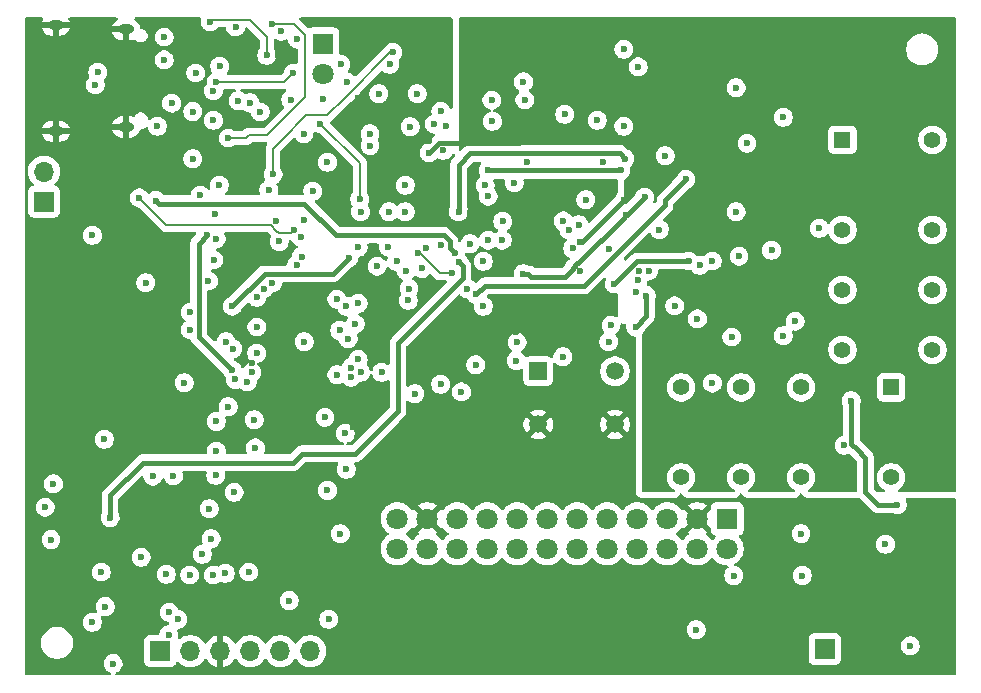
<source format=gbr>
%TF.GenerationSoftware,KiCad,Pcbnew,9.0.0*%
%TF.CreationDate,2025-04-10T22:59:03-04:00*%
%TF.ProjectId,USBLabTool,5553424c-6162-4546-9f6f-6c2e6b696361,2*%
%TF.SameCoordinates,Original*%
%TF.FileFunction,Copper,L2,Inr*%
%TF.FilePolarity,Positive*%
%FSLAX46Y46*%
G04 Gerber Fmt 4.6, Leading zero omitted, Abs format (unit mm)*
G04 Created by KiCad (PCBNEW 9.0.0) date 2025-04-10 22:59:03*
%MOMM*%
%LPD*%
G01*
G04 APERTURE LIST*
%TA.AperFunction,ComponentPad*%
%ADD10R,1.700000X1.700000*%
%TD*%
%TA.AperFunction,ComponentPad*%
%ADD11O,1.700000X1.700000*%
%TD*%
%TA.AperFunction,ComponentPad*%
%ADD12R,1.508000X1.508000*%
%TD*%
%TA.AperFunction,ComponentPad*%
%ADD13C,1.508000*%
%TD*%
%TA.AperFunction,ComponentPad*%
%ADD14R,1.800000X1.800000*%
%TD*%
%TA.AperFunction,ComponentPad*%
%ADD15C,1.800000*%
%TD*%
%TA.AperFunction,ComponentPad*%
%ADD16R,1.400000X1.400000*%
%TD*%
%TA.AperFunction,ComponentPad*%
%ADD17C,1.400000*%
%TD*%
%TA.AperFunction,HeatsinkPad*%
%ADD18O,1.400000X0.800000*%
%TD*%
%TA.AperFunction,ViaPad*%
%ADD19C,0.600000*%
%TD*%
%TA.AperFunction,Conductor*%
%ADD20C,0.400000*%
%TD*%
%TA.AperFunction,Conductor*%
%ADD21C,0.200000*%
%TD*%
G04 APERTURE END LIST*
D10*
%TO.N,+12VA*%
%TO.C,J17*%
X111906000Y-81384000D03*
D11*
%TO.N,-12VA*%
X111906000Y-78844000D03*
%TD*%
D10*
%TO.N,-5V*%
%TO.C,J19*%
X178000000Y-119250000D03*
%TD*%
D12*
%TO.N,NRST*%
%TO.C,SW1*%
X153750000Y-95750000D03*
D13*
X160250000Y-95750000D03*
%TO.N,GND*%
X153750000Y-100250000D03*
X160250000Y-100250000D03*
%TD*%
D14*
%TO.N,Net-(D7-K)*%
%TO.C,D7*%
X135506000Y-68044000D03*
D15*
%TO.N,+5V*%
X135506000Y-70584000D03*
%TD*%
D10*
%TO.N,+3.3V*%
%TO.C,J1*%
X121756000Y-119444000D03*
D11*
%TO.N,DEBUG_JTCK_SWCLK*%
X124296000Y-119444000D03*
%TO.N,GND*%
X126836000Y-119444000D03*
%TO.N,DEBUG_JTMS-SWDI0*%
X129376000Y-119444000D03*
%TO.N,NRST*%
X131916000Y-119444000D03*
%TO.N,DEBUG_JTD-SW0*%
X134456000Y-119444000D03*
%TD*%
D14*
%TO.N,P_CH0_IN*%
%TO.C,J2*%
X169746000Y-108244000D03*
D15*
%TO.N,P_CH1_IN*%
X169746000Y-110784000D03*
%TO.N,GND*%
X167206000Y-108244000D03*
%TO.N,GNDA*%
X167206000Y-110784000D03*
%TO.N,LOGIC_INP7*%
X164666000Y-108244000D03*
%TO.N,LOGIC_INP15*%
X164666000Y-110784000D03*
%TO.N,LOGIC_INP6*%
X162126000Y-108244000D03*
%TO.N,LOGIC_INP14*%
X162126000Y-110784000D03*
%TO.N,LOGIC_INP5*%
X159586000Y-108244000D03*
%TO.N,LOGIC_INP13*%
X159586000Y-110784000D03*
%TO.N,LOGIC_INP4*%
X157046000Y-108244000D03*
%TO.N,LOGIC_INP12*%
X157046000Y-110784000D03*
%TO.N,LOGIC_INP3*%
X154506000Y-108244000D03*
%TO.N,LOGIC_INP11*%
X154506000Y-110784000D03*
%TO.N,LOGIC_INP2*%
X151966000Y-108244000D03*
%TO.N,LOGIC_INP10*%
X151966000Y-110784000D03*
%TO.N,LOGIC_INP1*%
X149426000Y-108244000D03*
%TO.N,LOGIC_INP9*%
X149426000Y-110784000D03*
%TO.N,LOGIC_INP0*%
X146886000Y-108244000D03*
%TO.N,LOGIC_INP8*%
X146886000Y-110784000D03*
%TO.N,GND*%
X144346000Y-108244000D03*
%TO.N,GNDA*%
X144346000Y-110784000D03*
%TO.N,DAC1_OUT1*%
X141806000Y-108244000D03*
%TO.N,DAC1_OUT2*%
X141806000Y-110784000D03*
%TD*%
D16*
%TO.N,GND*%
%TO.C,K2*%
X179506000Y-76144000D03*
D17*
%TO.N,Net-(C10-Pad1)*%
X179506000Y-83764000D03*
%TO.N,Net-(C5-Pad2)*%
X179506000Y-88844000D03*
%TO.N,Net-(C7-Pad2)*%
X179506000Y-93924000D03*
%TO.N,Net-(C7-Pad1)*%
X187126000Y-93924000D03*
%TO.N,Net-(C6-Pad2)*%
X187126000Y-88844000D03*
%TO.N,P_CH0_IN*%
X187126000Y-83764000D03*
%TO.N,CH0_attenuate*%
X187126000Y-76144000D03*
%TD*%
D16*
%TO.N,GND*%
%TO.C,K1*%
X183637250Y-97112750D03*
D17*
%TO.N,Net-(C9-Pad1)*%
X176017250Y-97112750D03*
%TO.N,Net-(C1-Pad2)*%
X170937250Y-97112750D03*
%TO.N,Net-(C3-Pad2)*%
X165857250Y-97112750D03*
%TO.N,Net-(C3-Pad1)*%
X165857250Y-104732750D03*
%TO.N,Net-(C2-Pad2)*%
X170937250Y-104732750D03*
%TO.N,P_CH1_IN*%
X176017250Y-104732750D03*
%TO.N,CH1_attenuate*%
X183637250Y-104732750D03*
%TD*%
D18*
%TO.N,GND*%
%TO.C,J20*%
X112900000Y-66450000D03*
X118850000Y-66810000D03*
X118850000Y-75070000D03*
X112900000Y-75430000D03*
%TD*%
D19*
%TO.N,GNDA*%
X176106000Y-113044000D03*
X128000000Y-106000000D03*
X169000000Y-103250000D03*
X144500000Y-77250000D03*
X157250000Y-84768501D03*
X165275000Y-82725000D03*
X170306000Y-113044000D03*
X159906000Y-91844000D03*
X152750000Y-68250000D03*
X134662735Y-80500000D03*
X163880025Y-95880025D03*
X112500000Y-110000000D03*
X186250000Y-80750000D03*
X152106000Y-76410500D03*
X122862500Y-104612500D03*
X129706000Y-99844000D03*
X173706000Y-89844000D03*
X126475000Y-84550000D03*
X186700000Y-95975000D03*
X147750000Y-88750000D03*
X161004625Y-81254625D03*
X158875000Y-75875000D03*
X173706000Y-87444000D03*
X177250000Y-75500000D03*
X116750000Y-112750000D03*
X140250000Y-72250000D03*
%TO.N,GND*%
X128306000Y-74744000D03*
X114250000Y-109250000D03*
X138106000Y-106550000D03*
X131750000Y-73250000D03*
X136706000Y-97044000D03*
X187275000Y-116200000D03*
X131500000Y-115250000D03*
X116750000Y-119000000D03*
X155000000Y-92500000D03*
X131725000Y-69000000D03*
X145850000Y-103050000D03*
X134306000Y-105844000D03*
X143700000Y-95900000D03*
X153500000Y-89600000D03*
X138500000Y-72650000D03*
X158250000Y-92000000D03*
X138106000Y-100500000D03*
X134200000Y-115775000D03*
X137525000Y-82475000D03*
X144500000Y-76250000D03*
X114750000Y-86250000D03*
X147984129Y-82319430D03*
X147759047Y-96600000D03*
X182425000Y-113500000D03*
X162215975Y-69984025D03*
X129506000Y-95044000D03*
X159325000Y-79875000D03*
X151906000Y-92444000D03*
X116500000Y-74500000D03*
X125712500Y-68037500D03*
X116250000Y-114250000D03*
X187500000Y-109500000D03*
%TO.N,-5V*%
X185250000Y-119000000D03*
X179648511Y-102025372D03*
%TO.N,+5V*%
X123250000Y-116750000D03*
X184150000Y-107075000D03*
X116000000Y-117000000D03*
X136000000Y-116750000D03*
X177550000Y-83650000D03*
X183150000Y-110400000D03*
X180250000Y-98250000D03*
X126250000Y-74500000D03*
X171425000Y-76450000D03*
%TO.N,ADC2_INP3*%
X161095382Y-77754171D03*
X147000000Y-82250000D03*
%TO.N,ADC1_INP0*%
X149106000Y-86444000D03*
X149250000Y-80000000D03*
%TO.N,+3.3VA*%
X164500000Y-77500000D03*
X162750000Y-81000000D03*
X152500000Y-87500000D03*
X141106000Y-82244000D03*
X161195000Y-82500000D03*
X150732493Y-83069000D03*
X142500000Y-80000000D03*
%TO.N,-5VCLEAN*%
X162000000Y-89000000D03*
X137719649Y-86140001D03*
X164000000Y-83750000D03*
X160750000Y-78750000D03*
X149500000Y-78750000D03*
X175500000Y-91500000D03*
X142500000Y-82250000D03*
X126500000Y-100000000D03*
X127842975Y-90230578D03*
%TO.N,RCC_OSC32_IN*%
X151906000Y-94844000D03*
%TO.N,RCC_OSC32_OUT*%
X151956000Y-93294000D03*
%TO.N,+12VA*%
X121125000Y-104625000D03*
X112000000Y-107250000D03*
X127853017Y-95685051D03*
X125706000Y-84244000D03*
X125125000Y-80825000D03*
%TO.N,-12VA*%
X122500000Y-116150000D03*
X127500000Y-98750000D03*
X129106000Y-96644000D03*
X126350000Y-82475000D03*
X122250000Y-112944000D03*
X125900000Y-107379000D03*
X129931000Y-92000000D03*
X127906000Y-93844000D03*
X129931000Y-89490000D03*
%TO.N,+3.3V*%
X132665025Y-115165025D03*
X129505000Y-95844002D03*
X135487500Y-72737500D03*
X145500000Y-96844000D03*
X131975000Y-66950000D03*
X138625000Y-81175000D03*
X135906000Y-105844000D03*
X129250000Y-112750000D03*
X141750000Y-86444000D03*
X132806000Y-72744000D03*
X135693500Y-99656500D03*
X147980999Y-84954051D03*
X135300000Y-74775000D03*
%TO.N,Net-(U13-Vfb1)*%
X120125000Y-111500000D03*
X117100000Y-115675000D03*
%TO.N,Net-(U13-Vfb2)*%
X117750000Y-120500000D03*
X122458026Y-118052024D03*
X126250000Y-113000000D03*
%TO.N,Net-(D8-K)*%
X133906000Y-75644000D03*
%TO.N,Net-(C31-Pad1)*%
X147250000Y-97500000D03*
%TO.N,UCPD_CC1*%
X141175000Y-69750000D03*
%TO.N,UCPD_CC2*%
X133926470Y-82926470D03*
X130211760Y-73798290D03*
X125975000Y-66175000D03*
X130750000Y-69000000D03*
%TO.N,NRST*%
X149106000Y-90244000D03*
X167125000Y-117625000D03*
%TO.N,CH1_attenuate*%
X142750000Y-89750000D03*
X148459047Y-95208599D03*
X142556000Y-87245000D03*
%TO.N,CH0_attenuate*%
X166250000Y-79500000D03*
X148500000Y-89250000D03*
%TO.N,Net-(D5-A)*%
X124250000Y-113000000D03*
%TO.N,Net-(D6-K)*%
X127250000Y-112864000D03*
%TO.N,DEBUG_JTMS-SWDI0*%
X137000000Y-109500000D03*
X136706000Y-96044000D03*
%TO.N,DEBUG_JTD-SW0*%
X143306000Y-97644000D03*
X140506000Y-95844000D03*
X138706000Y-95844000D03*
%TO.N,DEBUG_JTCK_SWCLK*%
X137506000Y-104044000D03*
X137406000Y-101000000D03*
%TO.N,CH0_ACDC*%
X155838696Y-94528754D03*
X170500000Y-71750000D03*
X170500000Y-82250000D03*
%TO.N,DAC1_OUT1*%
X129806000Y-102244000D03*
%TO.N,DAC1_OUT2*%
X140106000Y-86844000D03*
X133306000Y-86744000D03*
%TO.N,CH1_ACDC*%
X159706000Y-93244000D03*
%TO.N,C0_IN*%
X147050000Y-86525000D03*
X117500000Y-108150000D03*
%TO.N,C1_IN*%
X146687500Y-85712500D03*
X121375000Y-81300000D03*
%TO.N,Net-(U3-1Y)*%
X170143500Y-92849939D03*
%TO.N,Net-(U3-2Z)*%
X168491052Y-86419002D03*
X163090575Y-87237812D03*
%TO.N,Net-(U3-3Z)*%
X166506000Y-86419000D03*
X160200661Y-88344001D03*
%TO.N,Net-(U3-4Z)*%
X157306000Y-87244000D03*
X167421658Y-86769707D03*
%TO.N,Net-(U5-1Z)*%
X143500000Y-72244000D03*
%TO.N,Net-(U5-2Z)*%
X142906000Y-75044000D03*
%TO.N,Net-(U5-3Z)*%
X145706000Y-77044000D03*
%TO.N,Net-(U5-4Z)*%
X145906000Y-74944000D03*
%TO.N,TIM2_CH3*%
X156319614Y-83750000D03*
X150706000Y-84644000D03*
%TO.N,Net-(U6-+IN_B)*%
X152806000Y-78001000D03*
%TO.N,TIM2_CH2*%
X149506000Y-84644000D03*
X149505000Y-80919000D03*
%TO.N,Net-(U4-OUT_B)*%
X162895949Y-89344001D03*
X162000000Y-92000000D03*
%TO.N,Net-(U6-OUT_B)*%
X159250000Y-78000000D03*
X155875000Y-83025000D03*
X158750000Y-74500000D03*
%TO.N,TIM1_CH1*%
X133931000Y-93244000D03*
X112705475Y-105284475D03*
X137651470Y-93000000D03*
%TO.N,TIM1_CH2*%
X116006000Y-84244000D03*
X124306000Y-90744000D03*
X129906000Y-94219000D03*
X138500000Y-94750000D03*
%TO.N,/AWG_FrontEnd/C0_FB*%
X126050000Y-109919000D03*
X123781000Y-96719000D03*
%TO.N,/AWG_FrontEnd/C1_FB*%
X124306000Y-92244000D03*
X130925000Y-80400000D03*
%TO.N,/AWG_FrontEnd/C0_OUT_G*%
X125306000Y-111244000D03*
X117000000Y-101500000D03*
%TO.N,/AWG_FrontEnd/C1_OUT_G*%
X120506000Y-88244000D03*
X126750000Y-80000000D03*
%TO.N,Net-(U9D--)*%
X126437500Y-104562500D03*
X126500000Y-102500000D03*
%TO.N,Net-(U10C--)*%
X125831000Y-88109000D03*
X126275000Y-86325000D03*
%TO.N,UCPD_FLT*%
X131250000Y-66344000D03*
X127500000Y-76000000D03*
X131831000Y-84764072D03*
X136950735Y-92299265D03*
%TO.N,Net-(U17-VBUS_CTRL)*%
X126250000Y-72000000D03*
%TO.N,CH1_amp_10*%
X156675477Y-85355472D03*
X138707000Y-82245000D03*
%TO.N,CH1_amp_5*%
X143551190Y-85703747D03*
X146450000Y-87450000D03*
X162200987Y-88044252D03*
%TO.N,CH1_amp_1*%
X159778337Y-85382393D03*
X144274860Y-85273670D03*
%TO.N,CH1_amp_2.5*%
X141049265Y-85200735D03*
X165306000Y-90219000D03*
X143906000Y-87045000D03*
%TO.N,CH0_amp_1*%
X133625000Y-84375000D03*
X145506000Y-73744000D03*
%TO.N,CH0_amp_5*%
X137506000Y-90244000D03*
X139506000Y-76644000D03*
%TO.N,CH0_amp_2.5*%
X136706000Y-89644000D03*
X139506000Y-75644000D03*
%TO.N,CH0_amp_10*%
X144937871Y-74812129D03*
X133706000Y-86044000D03*
%TO.N,GAIN_C1*%
X127306000Y-93244000D03*
X145500000Y-85100000D03*
%TO.N,GAIN_C0*%
X142806000Y-88744000D03*
X128106000Y-96444000D03*
%TO.N,USCPD_DBn*%
X138250000Y-91750000D03*
X128125000Y-66600000D03*
%TO.N,Net-(C31-Pad2)*%
X138500000Y-90000000D03*
X138500000Y-85250000D03*
%TO.N,Net-(Q1-G)*%
X129325000Y-73025000D03*
%TO.N,+5VCLEAN*%
X170750000Y-86000000D03*
X151720976Y-79786570D03*
X157175000Y-83350000D03*
X176000000Y-109500000D03*
X149825000Y-72789047D03*
X168500000Y-96750000D03*
X152620236Y-72775000D03*
%TO.N,Net-(U4-+IN_A)*%
X174500000Y-92750000D03*
%TO.N,Net-(C10-Pad1)*%
X174500000Y-74250000D03*
%TO.N,Net-(U6-+IN_A)*%
X161000000Y-68500000D03*
%TO.N,Net-(U15-VO)*%
X135906000Y-78044000D03*
%TO.N,USB_D+*%
X122706000Y-73044000D03*
X124750000Y-70500000D03*
X137900325Y-96248375D03*
X124500000Y-73763762D03*
X130500000Y-88750000D03*
%TO.N,USB_D-*%
X137906000Y-95444000D03*
X116450000Y-70450000D03*
X121500000Y-75000000D03*
X131250000Y-88250000D03*
%TO.N,Net-(U8--)*%
X155995227Y-73995028D03*
%TO.N,Net-(C19-Pad1)*%
X161000000Y-75000000D03*
X162290657Y-87249293D03*
%TO.N,Net-(U6-OUT_A)*%
X152500000Y-71250000D03*
X149876000Y-74586500D03*
%TO.N,Net-(U4-OUT_A)*%
X173500000Y-85500000D03*
X167230265Y-91319735D03*
%TO.N,Net-(D10-A)*%
X133350000Y-67600000D03*
X124500000Y-77750000D03*
X137575000Y-71275000D03*
X137025000Y-69750000D03*
X126775000Y-69925000D03*
X157775000Y-81225000D03*
X128350000Y-72850000D03*
%TO.N,Net-(J20-CC1)*%
X133000000Y-70500000D03*
X126500000Y-71250000D03*
X122075031Y-69391809D03*
%TO.N,Net-(J20-CC2)*%
X116250000Y-71500000D03*
X122075000Y-67450000D03*
%TO.N,Net-(U12-PB13)*%
X131525000Y-83000000D03*
X141450000Y-68725000D03*
X131300000Y-79075000D03*
%TO.N,Net-(U12-PB14)*%
X119975000Y-81075000D03*
X133100000Y-83775000D03*
%TD*%
D20*
%TO.N,GNDA*%
X145339500Y-76410500D02*
X152106000Y-76410500D01*
X157490750Y-84768501D02*
X157250000Y-84768501D01*
X144500000Y-77250000D02*
X145339500Y-76410500D01*
X161004625Y-81254625D02*
X157490750Y-84768501D01*
%TO.N,+5V*%
X182550000Y-107075000D02*
X184150000Y-107075000D01*
X181450000Y-103075000D02*
X181450000Y-105975000D01*
X180700000Y-102325000D02*
X181450000Y-103075000D01*
X180700000Y-102325000D02*
X180250000Y-101875000D01*
X180250000Y-101875000D02*
X180250000Y-98250000D01*
X181450000Y-105975000D02*
X182550000Y-107075000D01*
%TO.N,ADC2_INP3*%
X147000000Y-78248000D02*
X147000000Y-82250000D01*
X161095382Y-77754171D02*
X160641211Y-77300000D01*
X147948000Y-77300000D02*
X147000000Y-78248000D01*
X160641211Y-77300000D02*
X147948000Y-77300000D01*
%TO.N,+3.3VA*%
X157127196Y-86623000D02*
X157048773Y-86623000D01*
X162250000Y-81500000D02*
X162250000Y-81500196D01*
X156008193Y-87742003D02*
X153154003Y-87742003D01*
X162750000Y-81000000D02*
X162250000Y-81500000D01*
X161195000Y-82500000D02*
X161139804Y-82500000D01*
X157048773Y-86623000D02*
X156685000Y-86986773D01*
X156685000Y-87065196D02*
X156008193Y-87742003D01*
X152912000Y-87500000D02*
X152500000Y-87500000D01*
X162250000Y-81500196D02*
X161250196Y-82500000D01*
X153154003Y-87742003D02*
X152912000Y-87500000D01*
X156685000Y-86986773D02*
X156685000Y-87065196D01*
X161000000Y-82750196D02*
X157127196Y-86623000D01*
%TO.N,-5VCLEAN*%
X130573553Y-87500000D02*
X127842975Y-90230578D01*
X137719649Y-86140001D02*
X136359650Y-87500000D01*
X160750000Y-78750000D02*
X149500000Y-78750000D01*
X136359650Y-87500000D02*
X130573553Y-87500000D01*
%TO.N,+12VA*%
X125000000Y-90446636D02*
X125007000Y-90453636D01*
X125007000Y-92534364D02*
X125000000Y-92541364D01*
X125000000Y-91041364D02*
X125000000Y-91946636D01*
X125007000Y-91953636D02*
X125007000Y-92534364D01*
X125007000Y-90453636D02*
X125007000Y-91034364D01*
X125706000Y-84244000D02*
X125000000Y-84950000D01*
X125000000Y-92541364D02*
X125000000Y-92832034D01*
X125000000Y-91946636D02*
X125007000Y-91953636D01*
X125000000Y-84950000D02*
X125000000Y-90446636D01*
X125007000Y-91034364D02*
X125000000Y-91041364D01*
X125000000Y-92832034D02*
X127853017Y-95685051D01*
D21*
%TO.N,+3.3V*%
X138625000Y-78100000D02*
X135300000Y-74775000D01*
X138625000Y-81175000D02*
X138625000Y-78100000D01*
%TO.N,UCPD_CC2*%
X129325000Y-66000000D02*
X126150000Y-66000000D01*
X126150000Y-66000000D02*
X125975000Y-66175000D01*
X130750000Y-69000000D02*
X130750000Y-67425000D01*
X130750000Y-67425000D02*
X129325000Y-66000000D01*
D20*
%TO.N,CH0_attenuate*%
X164500000Y-81249892D02*
X164500000Y-81650680D01*
X164500000Y-81650680D02*
X157650680Y-88500000D01*
X165499892Y-80250000D02*
X164500000Y-81249892D01*
X166250000Y-79500000D02*
X165500000Y-80250000D01*
X149250000Y-88500000D02*
X148500000Y-89250000D01*
X157650680Y-88500000D02*
X149250000Y-88500000D01*
X165500000Y-80250000D02*
X165499892Y-80250000D01*
%TO.N,C0_IN*%
X138275000Y-102725000D02*
X133775000Y-102725000D01*
X147050000Y-86525000D02*
X147381000Y-86856000D01*
X117500000Y-106250000D02*
X117500000Y-108150000D01*
X147381000Y-87869000D02*
X141875000Y-93375000D01*
X147381000Y-86856000D02*
X147381000Y-87869000D01*
X141875000Y-99125000D02*
X138275000Y-102725000D01*
X133021000Y-103479000D02*
X120271000Y-103479000D01*
X141875000Y-93375000D02*
X141875000Y-99125000D01*
X120271000Y-103479000D02*
X117500000Y-106250000D01*
X133775000Y-102725000D02*
X133021000Y-103479000D01*
%TO.N,C1_IN*%
X136600000Y-84225000D02*
X133925000Y-81550000D01*
X146275000Y-84750000D02*
X145750000Y-84225000D01*
X133925000Y-81550000D02*
X121625000Y-81550000D01*
X146275000Y-85300000D02*
X146275000Y-84750000D01*
X146687500Y-85712500D02*
X146275000Y-85300000D01*
X145750000Y-84225000D02*
X136600000Y-84225000D01*
X121625000Y-81550000D02*
X121375000Y-81300000D01*
%TO.N,Net-(U3-3Z)*%
X162125662Y-86419000D02*
X160200661Y-88344001D01*
X166506000Y-86419000D02*
X162125662Y-86419000D01*
%TO.N,Net-(U4-OUT_B)*%
X162895949Y-89344001D02*
X162895949Y-91104051D01*
X162895949Y-91104051D02*
X162000000Y-92000000D01*
D21*
%TO.N,UCPD_FLT*%
X133975000Y-67275000D02*
X133044000Y-66344000D01*
X133044000Y-66344000D02*
X131250000Y-66344000D01*
X130750000Y-75750000D02*
X133975000Y-72525000D01*
X129000000Y-76000000D02*
X129250000Y-75750000D01*
X129250000Y-75750000D02*
X130750000Y-75750000D01*
X127500000Y-76000000D02*
X129000000Y-76000000D01*
X133975000Y-72525000D02*
X133975000Y-67275000D01*
%TO.N,CH1_amp_5*%
X143703747Y-85703747D02*
X143551190Y-85703747D01*
X145450000Y-87450000D02*
X143703747Y-85703747D01*
X146450000Y-87450000D02*
X145450000Y-87450000D01*
%TO.N,Net-(J20-CC1)*%
X126500000Y-71250000D02*
X132250000Y-71250000D01*
X132250000Y-71250000D02*
X133000000Y-70500000D01*
X133000000Y-70708603D02*
X133000000Y-70500000D01*
%TO.N,Net-(U12-PB13)*%
X141225000Y-68725000D02*
X137375000Y-72575000D01*
X132025000Y-76175000D02*
X131300000Y-76900000D01*
X131300000Y-79075000D02*
X131300000Y-79100000D01*
X137375000Y-72575000D02*
X135875000Y-74075000D01*
X135875000Y-74075000D02*
X134125000Y-74075000D01*
X141450000Y-68725000D02*
X141225000Y-68725000D01*
X134125000Y-74075000D02*
X132025000Y-76175000D01*
X131300000Y-76900000D02*
X131300000Y-79075000D01*
%TO.N,Net-(U12-PB14)*%
X132825000Y-84050000D02*
X133100000Y-83775000D01*
X119975000Y-81075000D02*
X122275000Y-83375000D01*
X131775000Y-84050000D02*
X132275000Y-84050000D01*
X131575000Y-83850000D02*
X131775000Y-84050000D01*
X132275000Y-84050000D02*
X132825000Y-84050000D01*
X131100000Y-83375000D02*
X131575000Y-83850000D01*
X126750000Y-83375000D02*
X131100000Y-83375000D01*
X122275000Y-83375000D02*
X126750000Y-83375000D01*
%TD*%
%TA.AperFunction,Conductor*%
%TO.N,GND*%
G36*
X143786889Y-108475591D02*
G01*
X143865881Y-108612408D01*
X143977592Y-108724119D01*
X144114409Y-108803111D01*
X144134939Y-108808612D01*
X143548485Y-109395065D01*
X143548485Y-109395066D01*
X143573680Y-109413371D01*
X143616346Y-109468701D01*
X143622325Y-109538314D01*
X143589720Y-109600110D01*
X143573681Y-109614008D01*
X143433636Y-109715756D01*
X143277756Y-109871636D01*
X143277752Y-109871641D01*
X143176318Y-110011254D01*
X143120988Y-110053920D01*
X143051375Y-110059899D01*
X142989580Y-110027293D01*
X142975682Y-110011254D01*
X142874247Y-109871641D01*
X142874243Y-109871636D01*
X142718363Y-109715756D01*
X142718358Y-109715752D01*
X142578745Y-109614318D01*
X142536079Y-109558989D01*
X142530100Y-109489375D01*
X142562705Y-109427580D01*
X142578745Y-109413682D01*
X142718358Y-109312247D01*
X142718356Y-109312247D01*
X142718365Y-109312242D01*
X142874242Y-109156365D01*
X142975991Y-109016317D01*
X143031320Y-108973653D01*
X143100933Y-108967674D01*
X143162729Y-109000279D01*
X143176628Y-109016319D01*
X143194932Y-109041513D01*
X143781387Y-108455058D01*
X143786889Y-108475591D01*
G37*
%TD.AperFunction*%
%TA.AperFunction,Conductor*%
G36*
X145497066Y-109041514D02*
G01*
X145497066Y-109041513D01*
X145515372Y-109016319D01*
X145570701Y-108973653D01*
X145640315Y-108967674D01*
X145702110Y-109000279D01*
X145716008Y-109016319D01*
X145817752Y-109156358D01*
X145817756Y-109156363D01*
X145973636Y-109312243D01*
X145973641Y-109312247D01*
X146113254Y-109413682D01*
X146155920Y-109469012D01*
X146161899Y-109538625D01*
X146129293Y-109600420D01*
X146113254Y-109614318D01*
X145973641Y-109715752D01*
X145973636Y-109715756D01*
X145817756Y-109871636D01*
X145817752Y-109871641D01*
X145716318Y-110011254D01*
X145660988Y-110053920D01*
X145591375Y-110059899D01*
X145529580Y-110027293D01*
X145515682Y-110011254D01*
X145414247Y-109871641D01*
X145414243Y-109871636D01*
X145258363Y-109715756D01*
X145258358Y-109715752D01*
X145118319Y-109614008D01*
X145075653Y-109558678D01*
X145069674Y-109489065D01*
X145102279Y-109427270D01*
X145118319Y-109413372D01*
X145143513Y-109395066D01*
X145143514Y-109395066D01*
X144557059Y-108808612D01*
X144577591Y-108803111D01*
X144714408Y-108724119D01*
X144826119Y-108612408D01*
X144905111Y-108475591D01*
X144910612Y-108455059D01*
X145497066Y-109041514D01*
G37*
%TD.AperFunction*%
%TA.AperFunction,Conductor*%
G36*
X166646889Y-108475591D02*
G01*
X166725881Y-108612408D01*
X166837592Y-108724119D01*
X166974409Y-108803111D01*
X166994939Y-108808612D01*
X166408485Y-109395065D01*
X166408485Y-109395066D01*
X166433680Y-109413371D01*
X166476346Y-109468701D01*
X166482325Y-109538314D01*
X166449720Y-109600110D01*
X166433681Y-109614008D01*
X166293636Y-109715756D01*
X166137756Y-109871636D01*
X166137752Y-109871641D01*
X166036318Y-110011254D01*
X165980988Y-110053920D01*
X165911375Y-110059899D01*
X165849580Y-110027293D01*
X165835682Y-110011254D01*
X165734247Y-109871641D01*
X165734243Y-109871636D01*
X165578363Y-109715756D01*
X165578358Y-109715752D01*
X165438745Y-109614318D01*
X165396079Y-109558989D01*
X165390100Y-109489375D01*
X165422705Y-109427580D01*
X165438745Y-109413682D01*
X165578358Y-109312247D01*
X165578356Y-109312247D01*
X165578365Y-109312242D01*
X165734242Y-109156365D01*
X165835991Y-109016317D01*
X165891320Y-108973653D01*
X165960933Y-108967674D01*
X166022729Y-109000279D01*
X166036628Y-109016319D01*
X166054932Y-109041513D01*
X166641387Y-108455058D01*
X166646889Y-108475591D01*
G37*
%TD.AperFunction*%
%TA.AperFunction,Conductor*%
G36*
X168309181Y-108993628D02*
G01*
X168342666Y-109054951D01*
X168345500Y-109081308D01*
X168345500Y-109191869D01*
X168345501Y-109191876D01*
X168351908Y-109251483D01*
X168402202Y-109386328D01*
X168402206Y-109386335D01*
X168488452Y-109501544D01*
X168488455Y-109501547D01*
X168603664Y-109587793D01*
X168603671Y-109587797D01*
X168683580Y-109617601D01*
X168739514Y-109659472D01*
X168763931Y-109724936D01*
X168749080Y-109793209D01*
X168727929Y-109821463D01*
X168677756Y-109871636D01*
X168677752Y-109871641D01*
X168576318Y-110011254D01*
X168520988Y-110053920D01*
X168451375Y-110059899D01*
X168389580Y-110027293D01*
X168375682Y-110011254D01*
X168274247Y-109871641D01*
X168274243Y-109871636D01*
X168118363Y-109715756D01*
X168118358Y-109715752D01*
X167978319Y-109614008D01*
X167935653Y-109558678D01*
X167929674Y-109489065D01*
X167962279Y-109427270D01*
X167978319Y-109413372D01*
X168003513Y-109395066D01*
X168003514Y-109395066D01*
X167417059Y-108808612D01*
X167437591Y-108803111D01*
X167574408Y-108724119D01*
X167686119Y-108612408D01*
X167765111Y-108475591D01*
X167770612Y-108455059D01*
X168309181Y-108993628D01*
G37*
%TD.AperFunction*%
%TA.AperFunction,Conductor*%
G36*
X111790621Y-65814185D02*
G01*
X111836376Y-65866989D01*
X111846320Y-65936147D01*
X111826684Y-65987391D01*
X111802433Y-66023684D01*
X111802428Y-66023693D01*
X111734587Y-66187476D01*
X111734584Y-66187483D01*
X111732096Y-66200000D01*
X112550272Y-66200000D01*
X112458386Y-66238060D01*
X112388060Y-66308386D01*
X112350000Y-66400272D01*
X112350000Y-66499728D01*
X112388060Y-66591614D01*
X112458386Y-66661940D01*
X112550272Y-66700000D01*
X111732096Y-66700000D01*
X111734584Y-66712516D01*
X111734587Y-66712523D01*
X111802428Y-66876306D01*
X111802433Y-66876316D01*
X111900923Y-67023716D01*
X111900926Y-67023720D01*
X112026279Y-67149073D01*
X112026283Y-67149076D01*
X112173683Y-67247566D01*
X112173692Y-67247571D01*
X112337479Y-67315413D01*
X112337487Y-67315415D01*
X112511353Y-67349999D01*
X112511357Y-67350000D01*
X112650000Y-67350000D01*
X112650000Y-66700000D01*
X113150000Y-66700000D01*
X113150000Y-67350000D01*
X113288643Y-67350000D01*
X113288646Y-67349999D01*
X113462512Y-67315415D01*
X113462520Y-67315413D01*
X113626307Y-67247571D01*
X113626316Y-67247566D01*
X113773716Y-67149076D01*
X113773720Y-67149073D01*
X113899073Y-67023720D01*
X113899076Y-67023716D01*
X113943136Y-66957777D01*
X113997566Y-66876316D01*
X113997571Y-66876306D01*
X114065412Y-66712523D01*
X114065415Y-66712516D01*
X114067904Y-66700000D01*
X113249728Y-66700000D01*
X113341614Y-66661940D01*
X113411940Y-66591614D01*
X113450000Y-66499728D01*
X113450000Y-66400272D01*
X113411940Y-66308386D01*
X113341614Y-66238060D01*
X113249728Y-66200000D01*
X114067904Y-66200000D01*
X114065415Y-66187483D01*
X114065412Y-66187476D01*
X113997571Y-66023693D01*
X113997566Y-66023684D01*
X113973316Y-65987391D01*
X113952438Y-65920714D01*
X113970922Y-65853334D01*
X114022901Y-65806643D01*
X114076418Y-65794500D01*
X118041071Y-65794500D01*
X118108110Y-65814185D01*
X118153865Y-65866989D01*
X118163809Y-65936147D01*
X118134784Y-65999703D01*
X118109962Y-66021602D01*
X117976283Y-66110923D01*
X117976279Y-66110926D01*
X117850926Y-66236279D01*
X117850923Y-66236283D01*
X117752433Y-66383683D01*
X117752428Y-66383693D01*
X117684587Y-66547476D01*
X117684584Y-66547483D01*
X117682096Y-66560000D01*
X118500272Y-66560000D01*
X118408386Y-66598060D01*
X118338060Y-66668386D01*
X118300000Y-66760272D01*
X118300000Y-66859728D01*
X118338060Y-66951614D01*
X118408386Y-67021940D01*
X118500272Y-67060000D01*
X117682096Y-67060000D01*
X117684584Y-67072516D01*
X117684587Y-67072523D01*
X117752428Y-67236306D01*
X117752433Y-67236316D01*
X117850923Y-67383716D01*
X117850926Y-67383720D01*
X117976279Y-67509073D01*
X117976283Y-67509076D01*
X118123683Y-67607566D01*
X118123692Y-67607571D01*
X118287479Y-67675413D01*
X118287487Y-67675415D01*
X118461353Y-67709999D01*
X118461357Y-67710000D01*
X118600000Y-67710000D01*
X118600000Y-67060000D01*
X119100000Y-67060000D01*
X119100000Y-67710000D01*
X119238643Y-67710000D01*
X119238646Y-67709999D01*
X119412512Y-67675415D01*
X119412516Y-67675414D01*
X119486850Y-67644624D01*
X119556319Y-67637155D01*
X119618799Y-67668429D01*
X119633902Y-67687403D01*
X119634537Y-67686916D01*
X119639483Y-67693362D01*
X119639485Y-67693365D01*
X119746635Y-67800515D01*
X119877865Y-67876281D01*
X120024234Y-67915500D01*
X120024236Y-67915500D01*
X120175764Y-67915500D01*
X120175766Y-67915500D01*
X120322135Y-67876281D01*
X120453365Y-67800515D01*
X120560515Y-67693365D01*
X120636281Y-67562135D01*
X120675500Y-67415766D01*
X120675500Y-67371153D01*
X121274500Y-67371153D01*
X121274500Y-67528846D01*
X121305261Y-67683489D01*
X121305264Y-67683501D01*
X121365602Y-67829172D01*
X121365609Y-67829185D01*
X121453210Y-67960288D01*
X121453213Y-67960292D01*
X121564707Y-68071786D01*
X121564711Y-68071789D01*
X121695814Y-68159390D01*
X121695827Y-68159397D01*
X121841498Y-68219735D01*
X121841503Y-68219737D01*
X121996153Y-68250499D01*
X121996156Y-68250500D01*
X121996158Y-68250500D01*
X122153844Y-68250500D01*
X122153845Y-68250499D01*
X122308497Y-68219737D01*
X122454179Y-68159394D01*
X122585289Y-68071789D01*
X122696789Y-67960289D01*
X122784394Y-67829179D01*
X122844737Y-67683497D01*
X122875500Y-67528842D01*
X122875500Y-67371158D01*
X122875500Y-67371155D01*
X122875499Y-67371153D01*
X122864412Y-67315415D01*
X122844737Y-67216503D01*
X122803880Y-67117865D01*
X122784397Y-67070827D01*
X122784390Y-67070814D01*
X122696789Y-66939711D01*
X122696786Y-66939707D01*
X122585292Y-66828213D01*
X122585288Y-66828210D01*
X122454185Y-66740609D01*
X122454172Y-66740602D01*
X122308501Y-66680264D01*
X122308489Y-66680261D01*
X122153845Y-66649500D01*
X122153842Y-66649500D01*
X121996158Y-66649500D01*
X121996155Y-66649500D01*
X121841510Y-66680261D01*
X121841498Y-66680264D01*
X121695827Y-66740602D01*
X121695814Y-66740609D01*
X121564711Y-66828210D01*
X121564707Y-66828213D01*
X121453213Y-66939707D01*
X121453210Y-66939711D01*
X121365609Y-67070814D01*
X121365602Y-67070827D01*
X121305264Y-67216498D01*
X121305261Y-67216510D01*
X121274500Y-67371153D01*
X120675500Y-67371153D01*
X120675500Y-67264234D01*
X120636281Y-67117865D01*
X120560515Y-66986635D01*
X120453365Y-66879485D01*
X120373712Y-66833497D01*
X120322136Y-66803719D01*
X120248950Y-66784109D01*
X120175766Y-66764500D01*
X120160346Y-66764500D01*
X120093307Y-66744815D01*
X120047552Y-66692011D01*
X120038729Y-66664691D01*
X120015415Y-66547487D01*
X120015413Y-66547479D01*
X119947571Y-66383692D01*
X119947566Y-66383683D01*
X119849076Y-66236283D01*
X119849073Y-66236279D01*
X119723720Y-66110926D01*
X119723716Y-66110923D01*
X119590038Y-66021602D01*
X119545233Y-65967990D01*
X119536526Y-65898665D01*
X119566680Y-65835637D01*
X119626123Y-65798918D01*
X119658929Y-65794500D01*
X125083409Y-65794500D01*
X125150448Y-65814185D01*
X125196203Y-65866989D01*
X125206147Y-65936147D01*
X125205026Y-65942691D01*
X125174500Y-66096153D01*
X125174500Y-66253846D01*
X125205261Y-66408489D01*
X125205264Y-66408501D01*
X125265602Y-66554172D01*
X125265609Y-66554185D01*
X125353210Y-66685288D01*
X125353213Y-66685292D01*
X125464707Y-66796786D01*
X125464711Y-66796789D01*
X125595814Y-66884390D01*
X125595827Y-66884397D01*
X125715581Y-66934000D01*
X125741503Y-66944737D01*
X125896153Y-66975499D01*
X125896156Y-66975500D01*
X125896158Y-66975500D01*
X126053844Y-66975500D01*
X126053845Y-66975499D01*
X126208497Y-66944737D01*
X126354179Y-66884394D01*
X126485289Y-66796789D01*
X126596789Y-66685289D01*
X126610552Y-66664691D01*
X126616621Y-66655609D01*
X126670233Y-66610804D01*
X126719723Y-66600500D01*
X127207152Y-66600500D01*
X127274191Y-66620185D01*
X127319946Y-66672989D01*
X127328769Y-66700308D01*
X127355261Y-66833491D01*
X127355264Y-66833501D01*
X127415602Y-66979172D01*
X127415609Y-66979185D01*
X127503210Y-67110288D01*
X127503213Y-67110292D01*
X127614707Y-67221786D01*
X127614711Y-67221789D01*
X127745814Y-67309390D01*
X127745827Y-67309397D01*
X127843853Y-67350000D01*
X127891503Y-67369737D01*
X128046153Y-67400499D01*
X128046156Y-67400500D01*
X128046158Y-67400500D01*
X128203844Y-67400500D01*
X128203845Y-67400499D01*
X128358497Y-67369737D01*
X128504179Y-67309394D01*
X128635289Y-67221789D01*
X128746789Y-67110289D01*
X128834394Y-66979179D01*
X128894737Y-66833497D01*
X128918253Y-66715276D01*
X128950638Y-66653365D01*
X129011353Y-66618791D01*
X129081123Y-66622530D01*
X129127551Y-66651786D01*
X130113181Y-67637416D01*
X130146666Y-67698739D01*
X130149500Y-67725097D01*
X130149500Y-68420234D01*
X130129815Y-68487273D01*
X130128602Y-68489125D01*
X130040609Y-68620814D01*
X130040602Y-68620827D01*
X129980264Y-68766498D01*
X129980261Y-68766510D01*
X129949500Y-68921153D01*
X129949500Y-69078846D01*
X129980261Y-69233489D01*
X129980264Y-69233501D01*
X130040602Y-69379172D01*
X130040609Y-69379185D01*
X130128210Y-69510288D01*
X130128213Y-69510292D01*
X130239707Y-69621786D01*
X130239711Y-69621789D01*
X130370814Y-69709390D01*
X130370827Y-69709397D01*
X130516498Y-69769735D01*
X130516503Y-69769737D01*
X130671153Y-69800499D01*
X130671156Y-69800500D01*
X130671158Y-69800500D01*
X130828844Y-69800500D01*
X130828845Y-69800499D01*
X130983497Y-69769737D01*
X131129179Y-69709394D01*
X131260289Y-69621789D01*
X131371789Y-69510289D01*
X131459394Y-69379179D01*
X131462854Y-69370827D01*
X131517163Y-69239711D01*
X131519737Y-69233497D01*
X131550500Y-69078842D01*
X131550500Y-68921158D01*
X131550500Y-68921155D01*
X131550499Y-68921153D01*
X131542615Y-68881516D01*
X131519737Y-68766503D01*
X131484907Y-68682415D01*
X131459397Y-68620827D01*
X131459390Y-68620814D01*
X131371398Y-68489125D01*
X131350520Y-68422447D01*
X131350500Y-68420234D01*
X131350500Y-67727463D01*
X131370185Y-67660424D01*
X131422989Y-67614669D01*
X131492147Y-67604725D01*
X131543392Y-67624362D01*
X131595812Y-67659389D01*
X131595827Y-67659397D01*
X131741498Y-67719735D01*
X131741503Y-67719737D01*
X131896153Y-67750499D01*
X131896156Y-67750500D01*
X131896158Y-67750500D01*
X132053844Y-67750500D01*
X132053845Y-67750499D01*
X132208497Y-67719737D01*
X132332366Y-67668429D01*
X132354172Y-67659397D01*
X132354172Y-67659396D01*
X132354179Y-67659394D01*
X132359610Y-67655764D01*
X132368866Y-67649581D01*
X132435543Y-67628702D01*
X132502923Y-67647186D01*
X132549614Y-67699164D01*
X132559375Y-67728490D01*
X132580261Y-67833491D01*
X132580264Y-67833501D01*
X132640602Y-67979172D01*
X132640609Y-67979185D01*
X132728210Y-68110288D01*
X132728213Y-68110292D01*
X132839707Y-68221786D01*
X132839711Y-68221789D01*
X132970814Y-68309390D01*
X132970827Y-68309397D01*
X133071743Y-68351197D01*
X133116503Y-68369737D01*
X133214993Y-68389328D01*
X133274691Y-68401203D01*
X133336602Y-68433588D01*
X133371176Y-68494303D01*
X133374500Y-68522820D01*
X133374500Y-69607215D01*
X133354815Y-69674254D01*
X133302011Y-69720009D01*
X133232853Y-69729953D01*
X133226309Y-69728832D01*
X133078846Y-69699500D01*
X133078842Y-69699500D01*
X132921158Y-69699500D01*
X132921155Y-69699500D01*
X132766510Y-69730261D01*
X132766498Y-69730264D01*
X132620827Y-69790602D01*
X132620814Y-69790609D01*
X132489711Y-69878210D01*
X132489707Y-69878213D01*
X132378213Y-69989707D01*
X132378210Y-69989711D01*
X132290609Y-70120814D01*
X132290602Y-70120827D01*
X132230264Y-70266498D01*
X132230261Y-70266508D01*
X132199361Y-70421850D01*
X132190595Y-70438607D01*
X132186576Y-70457084D01*
X132167831Y-70482125D01*
X132166976Y-70483761D01*
X132165426Y-70485339D01*
X132037582Y-70613182D01*
X131976262Y-70646666D01*
X131949903Y-70649500D01*
X127481941Y-70649500D01*
X127414902Y-70629815D01*
X127369147Y-70577011D01*
X127359203Y-70507853D01*
X127388228Y-70444297D01*
X127394260Y-70437819D01*
X127396786Y-70435292D01*
X127396789Y-70435289D01*
X127484394Y-70304179D01*
X127544737Y-70158497D01*
X127575500Y-70003842D01*
X127575500Y-69846158D01*
X127575500Y-69846155D01*
X127575499Y-69846153D01*
X127566418Y-69800499D01*
X127544737Y-69691503D01*
X127540081Y-69680263D01*
X127484397Y-69545827D01*
X127484390Y-69545814D01*
X127396789Y-69414711D01*
X127396786Y-69414707D01*
X127285292Y-69303213D01*
X127285288Y-69303210D01*
X127154185Y-69215609D01*
X127154172Y-69215602D01*
X127008501Y-69155264D01*
X127008489Y-69155261D01*
X126853845Y-69124500D01*
X126853842Y-69124500D01*
X126696158Y-69124500D01*
X126696155Y-69124500D01*
X126541510Y-69155261D01*
X126541498Y-69155264D01*
X126395827Y-69215602D01*
X126395814Y-69215609D01*
X126264711Y-69303210D01*
X126264707Y-69303213D01*
X126153213Y-69414707D01*
X126153210Y-69414711D01*
X126065609Y-69545814D01*
X126065602Y-69545827D01*
X126005264Y-69691498D01*
X126005261Y-69691510D01*
X125974500Y-69846153D01*
X125974500Y-70003846D01*
X126005261Y-70158489D01*
X126005264Y-70158501D01*
X126065602Y-70304172D01*
X126065609Y-70304185D01*
X126122972Y-70390034D01*
X126143850Y-70456712D01*
X126125366Y-70524092D01*
X126088761Y-70562027D01*
X125989711Y-70628210D01*
X125989707Y-70628213D01*
X125878213Y-70739707D01*
X125878210Y-70739711D01*
X125790609Y-70870814D01*
X125790602Y-70870827D01*
X125730264Y-71016498D01*
X125730261Y-71016510D01*
X125699500Y-71171153D01*
X125699500Y-71328840D01*
X125701432Y-71338554D01*
X125695203Y-71408145D01*
X125667497Y-71450423D01*
X125628212Y-71489708D01*
X125628208Y-71489714D01*
X125540609Y-71620814D01*
X125540602Y-71620827D01*
X125480264Y-71766498D01*
X125480261Y-71766510D01*
X125449500Y-71921153D01*
X125449500Y-72078846D01*
X125480261Y-72233489D01*
X125480264Y-72233501D01*
X125540602Y-72379172D01*
X125540609Y-72379185D01*
X125628210Y-72510288D01*
X125628213Y-72510292D01*
X125739707Y-72621786D01*
X125739711Y-72621789D01*
X125870814Y-72709390D01*
X125870827Y-72709397D01*
X126016498Y-72769735D01*
X126016503Y-72769737D01*
X126166498Y-72799573D01*
X126171153Y-72800499D01*
X126171156Y-72800500D01*
X126171158Y-72800500D01*
X126328844Y-72800500D01*
X126328845Y-72800499D01*
X126483497Y-72769737D01*
X126629179Y-72709394D01*
X126760289Y-72621789D01*
X126871789Y-72510289D01*
X126959394Y-72379179D01*
X127019737Y-72233497D01*
X127050500Y-72078842D01*
X127050500Y-71974500D01*
X127070185Y-71907461D01*
X127122989Y-71861706D01*
X127174500Y-71850500D01*
X128047810Y-71850500D01*
X128114849Y-71870185D01*
X128160604Y-71922989D01*
X128170548Y-71992147D01*
X128141523Y-72055703D01*
X128095262Y-72089061D01*
X127970827Y-72140602D01*
X127970814Y-72140609D01*
X127839711Y-72228210D01*
X127839707Y-72228213D01*
X127728213Y-72339707D01*
X127728210Y-72339711D01*
X127640609Y-72470814D01*
X127640602Y-72470827D01*
X127580264Y-72616498D01*
X127580261Y-72616510D01*
X127549500Y-72771153D01*
X127549500Y-72928846D01*
X127580261Y-73083489D01*
X127580264Y-73083501D01*
X127640602Y-73229172D01*
X127640609Y-73229185D01*
X127728210Y-73360288D01*
X127728213Y-73360292D01*
X127839707Y-73471786D01*
X127839711Y-73471789D01*
X127970814Y-73559390D01*
X127970827Y-73559397D01*
X128106158Y-73615452D01*
X128116503Y-73619737D01*
X128252487Y-73646786D01*
X128271153Y-73650499D01*
X128271156Y-73650500D01*
X128271158Y-73650500D01*
X128428844Y-73650500D01*
X128428845Y-73650499D01*
X128583497Y-73619737D01*
X128651314Y-73591645D01*
X128720782Y-73584177D01*
X128783261Y-73615452D01*
X128786447Y-73618526D01*
X128814707Y-73646786D01*
X128814711Y-73646789D01*
X128945814Y-73734390D01*
X128945827Y-73734397D01*
X129081520Y-73790602D01*
X129091503Y-73794737D01*
X129232816Y-73822846D01*
X129246153Y-73825499D01*
X129246156Y-73825500D01*
X129299225Y-73825500D01*
X129366264Y-73845185D01*
X129412019Y-73897989D01*
X129420842Y-73925308D01*
X129442021Y-74031781D01*
X129442024Y-74031791D01*
X129502362Y-74177462D01*
X129502369Y-74177475D01*
X129589970Y-74308578D01*
X129589973Y-74308582D01*
X129701467Y-74420076D01*
X129701471Y-74420079D01*
X129832574Y-74507680D01*
X129832587Y-74507687D01*
X129978258Y-74568025D01*
X129978263Y-74568027D01*
X130127725Y-74597757D01*
X130132913Y-74598789D01*
X130132916Y-74598790D01*
X130132918Y-74598790D01*
X130290604Y-74598790D01*
X130290605Y-74598789D01*
X130445257Y-74568027D01*
X130590939Y-74507684D01*
X130722049Y-74420079D01*
X130833549Y-74308579D01*
X130921154Y-74177469D01*
X130981497Y-74031787D01*
X131012260Y-73877132D01*
X131012260Y-73719448D01*
X131012260Y-73719445D01*
X131012259Y-73719443D01*
X130997807Y-73646789D01*
X130981497Y-73564793D01*
X130981495Y-73564788D01*
X130921157Y-73419117D01*
X130921150Y-73419104D01*
X130833549Y-73288001D01*
X130833546Y-73287997D01*
X130722052Y-73176503D01*
X130722048Y-73176500D01*
X130590945Y-73088899D01*
X130590932Y-73088892D01*
X130445261Y-73028554D01*
X130445249Y-73028551D01*
X130290605Y-72997790D01*
X130290602Y-72997790D01*
X130237535Y-72997790D01*
X130170496Y-72978105D01*
X130124741Y-72925301D01*
X130115918Y-72897982D01*
X130094738Y-72791508D01*
X130094737Y-72791507D01*
X130094737Y-72791503D01*
X130085721Y-72769737D01*
X130034397Y-72645827D01*
X130034390Y-72645814D01*
X129946789Y-72514711D01*
X129946786Y-72514707D01*
X129835292Y-72403213D01*
X129835288Y-72403210D01*
X129704185Y-72315609D01*
X129704172Y-72315602D01*
X129558501Y-72255264D01*
X129558489Y-72255261D01*
X129403845Y-72224500D01*
X129403842Y-72224500D01*
X129246158Y-72224500D01*
X129246155Y-72224500D01*
X129091511Y-72255260D01*
X129091506Y-72255262D01*
X129091504Y-72255262D01*
X129091503Y-72255263D01*
X129091501Y-72255264D01*
X129023684Y-72283354D01*
X128954215Y-72290821D01*
X128891736Y-72259546D01*
X128888552Y-72256473D01*
X128860292Y-72228213D01*
X128860288Y-72228210D01*
X128729185Y-72140609D01*
X128729172Y-72140602D01*
X128604738Y-72089061D01*
X128550334Y-72045221D01*
X128528269Y-71978926D01*
X128545548Y-71911227D01*
X128596685Y-71863616D01*
X128652190Y-71850500D01*
X132163332Y-71850500D01*
X132170939Y-71850500D01*
X132170943Y-71850501D01*
X132293581Y-71850501D01*
X132360620Y-71870186D01*
X132406375Y-71922990D01*
X132416318Y-71992149D01*
X132410000Y-72005982D01*
X132387293Y-72055704D01*
X132362471Y-72077603D01*
X132295711Y-72122210D01*
X132295707Y-72122213D01*
X132184213Y-72233707D01*
X132184210Y-72233711D01*
X132096609Y-72364814D01*
X132096602Y-72364827D01*
X132036264Y-72510498D01*
X132036261Y-72510510D01*
X132005500Y-72665153D01*
X132005500Y-72822846D01*
X132036261Y-72977489D01*
X132036264Y-72977501D01*
X132096602Y-73123172D01*
X132096609Y-73123185D01*
X132184210Y-73254288D01*
X132184213Y-73254292D01*
X132202661Y-73272740D01*
X132236146Y-73334063D01*
X132231162Y-73403755D01*
X132202661Y-73448102D01*
X130537584Y-75113181D01*
X130476261Y-75146666D01*
X130449903Y-75149500D01*
X129170940Y-75149500D01*
X129130019Y-75160464D01*
X129130019Y-75160465D01*
X129103854Y-75167476D01*
X129018214Y-75190423D01*
X129018209Y-75190426D01*
X128881290Y-75269475D01*
X128881282Y-75269481D01*
X128787583Y-75363181D01*
X128726260Y-75396666D01*
X128699902Y-75399500D01*
X128079766Y-75399500D01*
X128012727Y-75379815D01*
X128010875Y-75378602D01*
X127879185Y-75290609D01*
X127879172Y-75290602D01*
X127733501Y-75230264D01*
X127733489Y-75230261D01*
X127578845Y-75199500D01*
X127578842Y-75199500D01*
X127421158Y-75199500D01*
X127421155Y-75199500D01*
X127266510Y-75230261D01*
X127266498Y-75230264D01*
X127120827Y-75290602D01*
X127120814Y-75290609D01*
X126989711Y-75378210D01*
X126989707Y-75378213D01*
X126878213Y-75489707D01*
X126878210Y-75489711D01*
X126790609Y-75620814D01*
X126790602Y-75620827D01*
X126730264Y-75766498D01*
X126730261Y-75766510D01*
X126699500Y-75921153D01*
X126699500Y-76078846D01*
X126730261Y-76233489D01*
X126730264Y-76233501D01*
X126790602Y-76379172D01*
X126790609Y-76379185D01*
X126878210Y-76510288D01*
X126878213Y-76510292D01*
X126989707Y-76621786D01*
X126989711Y-76621789D01*
X127120814Y-76709390D01*
X127120827Y-76709397D01*
X127194013Y-76739711D01*
X127266503Y-76769737D01*
X127421153Y-76800499D01*
X127421156Y-76800500D01*
X127421158Y-76800500D01*
X127578844Y-76800500D01*
X127578845Y-76800499D01*
X127733497Y-76769737D01*
X127879179Y-76709394D01*
X127940811Y-76668213D01*
X128010875Y-76621398D01*
X128077553Y-76600520D01*
X128079766Y-76600500D01*
X128913331Y-76600500D01*
X128913347Y-76600501D01*
X128920943Y-76600501D01*
X129079054Y-76600501D01*
X129079057Y-76600501D01*
X129231785Y-76559577D01*
X129285019Y-76528842D01*
X129368716Y-76480520D01*
X129462417Y-76386819D01*
X129523740Y-76353334D01*
X129550098Y-76350500D01*
X130663334Y-76350500D01*
X130670939Y-76350500D01*
X130670943Y-76350501D01*
X130709084Y-76350501D01*
X130776123Y-76370187D01*
X130805878Y-76404528D01*
X130821875Y-76422990D01*
X130821875Y-76422991D01*
X130821876Y-76422992D01*
X130824753Y-76443005D01*
X130831819Y-76492148D01*
X130816468Y-76536500D01*
X130771246Y-76614828D01*
X130740423Y-76668215D01*
X130699499Y-76820943D01*
X130699499Y-76820945D01*
X130699499Y-76989046D01*
X130699500Y-76989059D01*
X130699500Y-78495234D01*
X130679815Y-78562273D01*
X130678602Y-78564125D01*
X130590609Y-78695814D01*
X130590602Y-78695827D01*
X130530264Y-78841498D01*
X130530261Y-78841510D01*
X130499500Y-78996153D01*
X130499500Y-79153846D01*
X130530261Y-79308489D01*
X130530264Y-79308501D01*
X130590602Y-79454172D01*
X130590609Y-79454185D01*
X130620684Y-79499195D01*
X130641562Y-79565873D01*
X130623077Y-79633253D01*
X130571098Y-79679943D01*
X130565035Y-79682647D01*
X130545824Y-79690604D01*
X130545814Y-79690609D01*
X130414711Y-79778210D01*
X130414707Y-79778213D01*
X130303213Y-79889707D01*
X130303210Y-79889711D01*
X130215609Y-80020814D01*
X130215602Y-80020827D01*
X130155264Y-80166498D01*
X130155261Y-80166510D01*
X130124500Y-80321153D01*
X130124500Y-80478846D01*
X130155261Y-80633489D01*
X130155264Y-80633501D01*
X130173716Y-80678048D01*
X130181185Y-80747517D01*
X130149909Y-80809996D01*
X130089820Y-80845648D01*
X130059155Y-80849500D01*
X127328269Y-80849500D01*
X127261230Y-80829815D01*
X127215475Y-80777011D01*
X127205531Y-80707853D01*
X127234556Y-80644297D01*
X127255626Y-80625707D01*
X127255581Y-80625653D01*
X127257119Y-80624390D01*
X127259379Y-80622397D01*
X127260289Y-80621789D01*
X127371789Y-80510289D01*
X127459394Y-80379179D01*
X127519737Y-80233497D01*
X127550500Y-80078842D01*
X127550500Y-79921158D01*
X127550500Y-79921155D01*
X127550499Y-79921153D01*
X127534704Y-79841747D01*
X127519737Y-79766503D01*
X127519735Y-79766498D01*
X127459397Y-79620827D01*
X127459390Y-79620814D01*
X127371789Y-79489711D01*
X127371786Y-79489707D01*
X127260292Y-79378213D01*
X127260288Y-79378210D01*
X127129185Y-79290609D01*
X127129172Y-79290602D01*
X126983501Y-79230264D01*
X126983489Y-79230261D01*
X126828845Y-79199500D01*
X126828842Y-79199500D01*
X126671158Y-79199500D01*
X126671155Y-79199500D01*
X126516510Y-79230261D01*
X126516498Y-79230264D01*
X126370827Y-79290602D01*
X126370814Y-79290609D01*
X126239711Y-79378210D01*
X126239707Y-79378213D01*
X126128213Y-79489707D01*
X126128210Y-79489711D01*
X126040609Y-79620814D01*
X126040602Y-79620827D01*
X125980264Y-79766498D01*
X125980261Y-79766510D01*
X125949500Y-79921153D01*
X125949500Y-80078846D01*
X125980611Y-80235253D01*
X125974384Y-80304845D01*
X125931521Y-80360022D01*
X125865631Y-80383266D01*
X125797634Y-80367198D01*
X125755890Y-80328332D01*
X125746789Y-80314711D01*
X125746788Y-80314710D01*
X125746786Y-80314707D01*
X125635292Y-80203213D01*
X125635288Y-80203210D01*
X125504185Y-80115609D01*
X125504172Y-80115602D01*
X125358501Y-80055264D01*
X125358489Y-80055261D01*
X125203845Y-80024500D01*
X125203842Y-80024500D01*
X125046158Y-80024500D01*
X125046155Y-80024500D01*
X124891510Y-80055261D01*
X124891498Y-80055264D01*
X124745827Y-80115602D01*
X124745814Y-80115609D01*
X124614711Y-80203210D01*
X124614707Y-80203213D01*
X124503213Y-80314707D01*
X124503210Y-80314711D01*
X124415609Y-80445814D01*
X124415602Y-80445827D01*
X124355264Y-80591498D01*
X124355261Y-80591510D01*
X124323797Y-80749691D01*
X124291412Y-80811602D01*
X124230697Y-80846176D01*
X124202180Y-80849500D01*
X122103018Y-80849500D01*
X122035979Y-80829815D01*
X121999914Y-80794388D01*
X121996788Y-80789709D01*
X121885292Y-80678213D01*
X121885288Y-80678210D01*
X121754185Y-80590609D01*
X121754172Y-80590602D01*
X121608501Y-80530264D01*
X121608489Y-80530261D01*
X121453845Y-80499500D01*
X121453842Y-80499500D01*
X121296158Y-80499500D01*
X121296155Y-80499500D01*
X121141510Y-80530261D01*
X121141498Y-80530264D01*
X120995827Y-80590602D01*
X120995814Y-80590609D01*
X120864711Y-80678210D01*
X120864707Y-80678213D01*
X120856405Y-80686516D01*
X120795082Y-80720001D01*
X120725390Y-80715017D01*
X120669457Y-80673145D01*
X120665622Y-80667726D01*
X120596789Y-80564711D01*
X120596786Y-80564707D01*
X120485292Y-80453213D01*
X120485288Y-80453210D01*
X120354185Y-80365609D01*
X120354172Y-80365602D01*
X120208501Y-80305264D01*
X120208489Y-80305261D01*
X120053845Y-80274500D01*
X120053842Y-80274500D01*
X119896158Y-80274500D01*
X119896155Y-80274500D01*
X119741510Y-80305261D01*
X119741498Y-80305264D01*
X119595827Y-80365602D01*
X119595814Y-80365609D01*
X119464711Y-80453210D01*
X119464707Y-80453213D01*
X119353213Y-80564707D01*
X119353210Y-80564711D01*
X119265609Y-80695814D01*
X119265602Y-80695827D01*
X119205264Y-80841498D01*
X119205261Y-80841510D01*
X119174500Y-80996153D01*
X119174500Y-81153846D01*
X119205261Y-81308489D01*
X119205264Y-81308501D01*
X119265602Y-81454172D01*
X119265609Y-81454185D01*
X119353210Y-81585288D01*
X119353213Y-81585292D01*
X119464707Y-81696786D01*
X119464711Y-81696789D01*
X119595814Y-81784390D01*
X119595827Y-81784397D01*
X119741498Y-81844735D01*
X119741503Y-81844737D01*
X119805717Y-81857510D01*
X119896849Y-81875638D01*
X119958760Y-81908023D01*
X119960339Y-81909574D01*
X121790139Y-83739374D01*
X121790149Y-83739385D01*
X121794479Y-83743715D01*
X121794480Y-83743716D01*
X121906284Y-83855520D01*
X121984684Y-83900784D01*
X122043215Y-83934577D01*
X122195942Y-83975500D01*
X122195943Y-83975500D01*
X124684480Y-83975500D01*
X124751519Y-83995185D01*
X124797274Y-84047989D01*
X124807218Y-84117147D01*
X124778193Y-84180703D01*
X124772161Y-84187181D01*
X124455888Y-84503453D01*
X124455887Y-84503454D01*
X124379222Y-84618192D01*
X124326421Y-84745667D01*
X124326418Y-84745679D01*
X124300796Y-84874490D01*
X124300795Y-84874496D01*
X124299501Y-84880998D01*
X124299500Y-84881011D01*
X124299500Y-89827345D01*
X124279815Y-89894384D01*
X124227011Y-89940139D01*
X124199692Y-89948962D01*
X124072508Y-89974261D01*
X124072498Y-89974264D01*
X123926827Y-90034602D01*
X123926814Y-90034609D01*
X123795711Y-90122210D01*
X123795707Y-90122213D01*
X123684213Y-90233707D01*
X123684210Y-90233711D01*
X123596609Y-90364814D01*
X123596602Y-90364827D01*
X123536264Y-90510498D01*
X123536261Y-90510510D01*
X123505500Y-90665153D01*
X123505500Y-90822846D01*
X123536261Y-90977489D01*
X123536264Y-90977501D01*
X123596602Y-91123172D01*
X123596609Y-91123185D01*
X123684210Y-91254288D01*
X123684213Y-91254292D01*
X123795707Y-91365786D01*
X123795710Y-91365788D01*
X123795711Y-91365789D01*
X123803242Y-91370821D01*
X123833289Y-91390898D01*
X123878093Y-91444511D01*
X123886800Y-91513836D01*
X123856645Y-91576863D01*
X123833289Y-91597102D01*
X123795707Y-91622213D01*
X123684213Y-91733707D01*
X123684210Y-91733711D01*
X123596609Y-91864814D01*
X123596602Y-91864827D01*
X123536264Y-92010498D01*
X123536261Y-92010510D01*
X123505500Y-92165153D01*
X123505500Y-92322846D01*
X123536261Y-92477489D01*
X123536264Y-92477501D01*
X123596602Y-92623172D01*
X123596609Y-92623185D01*
X123684210Y-92754288D01*
X123684213Y-92754292D01*
X123795707Y-92865786D01*
X123795711Y-92865789D01*
X123926814Y-92953390D01*
X123926827Y-92953397D01*
X124060251Y-93008662D01*
X124072503Y-93013737D01*
X124220567Y-93043189D01*
X124227153Y-93044499D01*
X124227156Y-93044500D01*
X124227158Y-93044500D01*
X124246937Y-93044500D01*
X124313976Y-93064185D01*
X124359731Y-93116989D01*
X124361498Y-93121048D01*
X124379221Y-93163837D01*
X124379227Y-93163848D01*
X124455887Y-93278579D01*
X124455888Y-93278580D01*
X127056944Y-95879634D01*
X127083824Y-95919863D01*
X127143619Y-96064223D01*
X127143626Y-96064236D01*
X127231227Y-96195339D01*
X127231230Y-96195343D01*
X127274484Y-96238596D01*
X127307970Y-96299919D01*
X127308422Y-96350467D01*
X127305500Y-96365158D01*
X127305500Y-96522846D01*
X127336261Y-96677489D01*
X127336264Y-96677501D01*
X127396602Y-96823172D01*
X127396609Y-96823185D01*
X127484210Y-96954288D01*
X127484213Y-96954292D01*
X127595707Y-97065786D01*
X127595711Y-97065789D01*
X127726814Y-97153390D01*
X127726827Y-97153397D01*
X127862158Y-97209452D01*
X127872503Y-97213737D01*
X128027153Y-97244499D01*
X128027156Y-97244500D01*
X128027158Y-97244500D01*
X128184844Y-97244500D01*
X128184845Y-97244499D01*
X128339497Y-97213737D01*
X128407315Y-97185645D01*
X128476782Y-97178177D01*
X128539261Y-97209452D01*
X128542447Y-97212526D01*
X128595707Y-97265786D01*
X128595711Y-97265789D01*
X128726814Y-97353390D01*
X128726827Y-97353397D01*
X128864683Y-97410498D01*
X128872503Y-97413737D01*
X129027153Y-97444499D01*
X129027156Y-97444500D01*
X129027158Y-97444500D01*
X129184844Y-97444500D01*
X129184845Y-97444499D01*
X129339497Y-97413737D01*
X129485179Y-97353394D01*
X129616289Y-97265789D01*
X129727789Y-97154289D01*
X129815394Y-97023179D01*
X129875737Y-96877497D01*
X129906500Y-96722842D01*
X129906500Y-96604760D01*
X129926185Y-96537721D01*
X129961609Y-96501658D01*
X130015289Y-96465791D01*
X130126789Y-96354291D01*
X130214394Y-96223181D01*
X130274737Y-96077499D01*
X130305500Y-95922844D01*
X130305500Y-95765160D01*
X130305500Y-95765158D01*
X130305500Y-95765157D01*
X130305499Y-95765155D01*
X130283382Y-95653967D01*
X130274737Y-95610505D01*
X130265320Y-95587771D01*
X130214397Y-95464829D01*
X130214390Y-95464816D01*
X130126789Y-95333713D01*
X130126786Y-95333709D01*
X130015288Y-95222211D01*
X130013190Y-95220489D01*
X130012387Y-95219310D01*
X130010982Y-95217905D01*
X130011248Y-95217638D01*
X129973859Y-95162741D01*
X129971993Y-95092896D01*
X130008184Y-95033130D01*
X130067667Y-95003024D01*
X130139497Y-94988737D01*
X130272352Y-94933707D01*
X130285172Y-94928397D01*
X130285172Y-94928396D01*
X130285179Y-94928394D01*
X130416289Y-94840789D01*
X130527789Y-94729289D01*
X130615394Y-94598179D01*
X130619856Y-94587408D01*
X130645130Y-94526389D01*
X130675737Y-94452497D01*
X130706500Y-94297842D01*
X130706500Y-94140158D01*
X130706500Y-94140155D01*
X130706499Y-94140153D01*
X130694034Y-94077489D01*
X130675737Y-93985503D01*
X130673566Y-93980261D01*
X130615397Y-93839827D01*
X130615390Y-93839814D01*
X130527789Y-93708711D01*
X130527786Y-93708707D01*
X130416292Y-93597213D01*
X130416288Y-93597210D01*
X130285185Y-93509609D01*
X130285172Y-93509602D01*
X130139501Y-93449264D01*
X130139489Y-93449261D01*
X129984845Y-93418500D01*
X129984842Y-93418500D01*
X129827158Y-93418500D01*
X129827155Y-93418500D01*
X129672510Y-93449261D01*
X129672498Y-93449264D01*
X129526827Y-93509602D01*
X129526814Y-93509609D01*
X129395711Y-93597210D01*
X129395707Y-93597213D01*
X129284213Y-93708707D01*
X129284210Y-93708711D01*
X129196609Y-93839814D01*
X129196602Y-93839827D01*
X129136264Y-93985498D01*
X129136261Y-93985510D01*
X129105500Y-94140153D01*
X129105500Y-94297846D01*
X129136261Y-94452489D01*
X129136264Y-94452501D01*
X129196602Y-94598172D01*
X129196609Y-94598185D01*
X129284210Y-94729288D01*
X129284213Y-94729292D01*
X129395710Y-94840789D01*
X129397808Y-94842511D01*
X129398611Y-94843690D01*
X129400018Y-94845097D01*
X129399751Y-94845363D01*
X129437139Y-94900258D01*
X129439006Y-94970103D01*
X129402816Y-95029870D01*
X129343330Y-95059977D01*
X129271508Y-95074263D01*
X129271498Y-95074266D01*
X129125827Y-95134604D01*
X129125814Y-95134611D01*
X128994711Y-95222212D01*
X128994707Y-95222215D01*
X128883213Y-95333709D01*
X128821179Y-95426549D01*
X128767566Y-95471353D01*
X128698241Y-95480060D01*
X128635214Y-95449905D01*
X128603516Y-95405109D01*
X128562414Y-95305878D01*
X128562407Y-95305865D01*
X128474806Y-95174762D01*
X128474803Y-95174758D01*
X128363309Y-95063264D01*
X128363305Y-95063261D01*
X128232202Y-94975660D01*
X128232189Y-94975653D01*
X128087829Y-94915858D01*
X128080896Y-94911225D01*
X128075854Y-94910129D01*
X128047600Y-94888978D01*
X127997311Y-94838689D01*
X127963826Y-94777366D01*
X127968810Y-94707674D01*
X128010682Y-94651741D01*
X128060801Y-94629391D01*
X128086488Y-94624281D01*
X128139497Y-94613737D01*
X128285179Y-94553394D01*
X128416289Y-94465789D01*
X128527789Y-94354289D01*
X128615394Y-94223179D01*
X128675737Y-94077497D01*
X128706500Y-93922842D01*
X128706500Y-93765158D01*
X128706500Y-93765155D01*
X128706499Y-93765153D01*
X128688204Y-93673179D01*
X128675737Y-93610503D01*
X128634229Y-93510292D01*
X128615397Y-93464827D01*
X128615390Y-93464814D01*
X128527789Y-93333711D01*
X128527786Y-93333707D01*
X128416292Y-93222213D01*
X128416288Y-93222210D01*
X128330897Y-93165153D01*
X133130500Y-93165153D01*
X133130500Y-93322846D01*
X133161261Y-93477489D01*
X133161264Y-93477501D01*
X133221602Y-93623172D01*
X133221609Y-93623185D01*
X133309210Y-93754288D01*
X133309213Y-93754292D01*
X133420707Y-93865786D01*
X133420711Y-93865789D01*
X133551814Y-93953390D01*
X133551827Y-93953397D01*
X133697498Y-94013735D01*
X133697503Y-94013737D01*
X133832562Y-94040602D01*
X133852153Y-94044499D01*
X133852156Y-94044500D01*
X133852158Y-94044500D01*
X134009844Y-94044500D01*
X134009845Y-94044499D01*
X134164497Y-94013737D01*
X134310179Y-93953394D01*
X134441289Y-93865789D01*
X134552789Y-93754289D01*
X134640394Y-93623179D01*
X134700737Y-93477497D01*
X134731500Y-93322842D01*
X134731500Y-93165158D01*
X134731500Y-93165155D01*
X134731499Y-93165153D01*
X134722726Y-93121048D01*
X134700737Y-93010503D01*
X134700735Y-93010498D01*
X134640397Y-92864827D01*
X134640390Y-92864814D01*
X134552789Y-92733711D01*
X134552786Y-92733707D01*
X134441292Y-92622213D01*
X134441288Y-92622210D01*
X134310185Y-92534609D01*
X134310172Y-92534602D01*
X134164501Y-92474264D01*
X134164489Y-92474261D01*
X134009845Y-92443500D01*
X134009842Y-92443500D01*
X133852158Y-92443500D01*
X133852155Y-92443500D01*
X133697510Y-92474261D01*
X133697498Y-92474264D01*
X133551827Y-92534602D01*
X133551814Y-92534609D01*
X133420711Y-92622210D01*
X133420707Y-92622213D01*
X133309213Y-92733707D01*
X133309210Y-92733711D01*
X133221609Y-92864814D01*
X133221602Y-92864827D01*
X133161264Y-93010498D01*
X133161261Y-93010510D01*
X133130500Y-93165153D01*
X128330897Y-93165153D01*
X128285185Y-93134609D01*
X128285172Y-93134602D01*
X128141864Y-93075243D01*
X128087460Y-93031402D01*
X128074761Y-93008147D01*
X128015394Y-92864821D01*
X128015392Y-92864818D01*
X128015390Y-92864814D01*
X127927789Y-92733711D01*
X127927786Y-92733707D01*
X127816292Y-92622213D01*
X127816288Y-92622210D01*
X127685185Y-92534609D01*
X127685172Y-92534602D01*
X127539501Y-92474264D01*
X127539489Y-92474261D01*
X127384845Y-92443500D01*
X127384842Y-92443500D01*
X127227158Y-92443500D01*
X127227155Y-92443500D01*
X127072510Y-92474261D01*
X127072498Y-92474264D01*
X126926827Y-92534602D01*
X126926814Y-92534609D01*
X126795711Y-92622210D01*
X126795707Y-92622213D01*
X126684213Y-92733707D01*
X126684210Y-92733711D01*
X126596609Y-92864814D01*
X126596602Y-92864827D01*
X126536264Y-93010498D01*
X126536261Y-93010507D01*
X126520608Y-93089199D01*
X126488222Y-93151110D01*
X126427506Y-93185683D01*
X126357736Y-93181942D01*
X126311310Y-93152687D01*
X125743819Y-92585196D01*
X125710334Y-92523873D01*
X125707500Y-92497515D01*
X125707500Y-91921153D01*
X129130500Y-91921153D01*
X129130500Y-92078846D01*
X129161261Y-92233489D01*
X129161264Y-92233501D01*
X129221602Y-92379172D01*
X129221609Y-92379185D01*
X129309210Y-92510288D01*
X129309213Y-92510292D01*
X129420707Y-92621786D01*
X129420711Y-92621789D01*
X129551814Y-92709390D01*
X129551827Y-92709397D01*
X129660215Y-92754292D01*
X129697503Y-92769737D01*
X129852153Y-92800499D01*
X129852156Y-92800500D01*
X129852158Y-92800500D01*
X130009844Y-92800500D01*
X130009845Y-92800499D01*
X130164497Y-92769737D01*
X130310179Y-92709394D01*
X130441289Y-92621789D01*
X130552789Y-92510289D01*
X130640394Y-92379179D01*
X130700737Y-92233497D01*
X130731500Y-92078842D01*
X130731500Y-91921158D01*
X130731500Y-91921155D01*
X130731499Y-91921153D01*
X130731285Y-91920079D01*
X130700737Y-91766503D01*
X130700178Y-91765153D01*
X130640397Y-91620827D01*
X130640390Y-91620814D01*
X130552789Y-91489711D01*
X130552786Y-91489707D01*
X130441292Y-91378213D01*
X130441288Y-91378210D01*
X130310185Y-91290609D01*
X130310172Y-91290602D01*
X130164501Y-91230264D01*
X130164489Y-91230261D01*
X130009845Y-91199500D01*
X130009842Y-91199500D01*
X129852158Y-91199500D01*
X129852155Y-91199500D01*
X129697510Y-91230261D01*
X129697498Y-91230264D01*
X129551827Y-91290602D01*
X129551814Y-91290609D01*
X129420711Y-91378210D01*
X129420707Y-91378213D01*
X129309213Y-91489707D01*
X129309210Y-91489711D01*
X129221609Y-91620814D01*
X129221602Y-91620827D01*
X129161264Y-91766498D01*
X129161261Y-91766510D01*
X129130500Y-91921153D01*
X125707500Y-91921153D01*
X125707500Y-91920626D01*
X125707500Y-91884643D01*
X125701592Y-91854941D01*
X125700999Y-91848347D01*
X125701396Y-91846342D01*
X125700500Y-91837239D01*
X125700500Y-91150759D01*
X125702882Y-91126570D01*
X125707500Y-91103357D01*
X125707500Y-90384643D01*
X125702883Y-90361431D01*
X125700500Y-90337239D01*
X125700500Y-89033500D01*
X125720185Y-88966461D01*
X125772989Y-88920706D01*
X125824500Y-88909500D01*
X125909844Y-88909500D01*
X125909845Y-88909499D01*
X126064497Y-88878737D01*
X126199436Y-88822844D01*
X126210172Y-88818397D01*
X126210172Y-88818396D01*
X126210179Y-88818394D01*
X126341289Y-88730789D01*
X126452789Y-88619289D01*
X126540394Y-88488179D01*
X126600737Y-88342497D01*
X126631500Y-88187842D01*
X126631500Y-88030158D01*
X126631500Y-88030155D01*
X126631499Y-88030153D01*
X126623473Y-87989805D01*
X126600737Y-87875503D01*
X126596315Y-87864827D01*
X126540397Y-87729827D01*
X126540390Y-87729814D01*
X126452789Y-87598711D01*
X126452786Y-87598707D01*
X126341292Y-87487213D01*
X126341288Y-87487210D01*
X126210185Y-87399609D01*
X126210172Y-87399602D01*
X126113162Y-87359420D01*
X126058758Y-87315579D01*
X126036693Y-87249285D01*
X126053972Y-87181586D01*
X126105109Y-87133975D01*
X126173869Y-87121569D01*
X126184800Y-87123240D01*
X126196158Y-87125500D01*
X126353844Y-87125500D01*
X126353845Y-87125499D01*
X126508497Y-87094737D01*
X126654179Y-87034394D01*
X126785289Y-86946789D01*
X126896789Y-86835289D01*
X126984394Y-86704179D01*
X127044737Y-86558497D01*
X127075500Y-86403842D01*
X127075500Y-86246158D01*
X127075500Y-86246155D01*
X127075499Y-86246153D01*
X127065860Y-86197693D01*
X127044737Y-86091503D01*
X127041184Y-86082926D01*
X126984397Y-85945827D01*
X126984390Y-85945814D01*
X126896789Y-85814711D01*
X126896786Y-85814707D01*
X126785292Y-85703213D01*
X126785288Y-85703210D01*
X126654185Y-85615609D01*
X126654172Y-85615602D01*
X126566900Y-85579454D01*
X126512496Y-85535614D01*
X126490431Y-85469320D01*
X126507710Y-85401620D01*
X126558847Y-85354009D01*
X126590161Y-85343276D01*
X126640633Y-85333236D01*
X126708497Y-85319737D01*
X126843624Y-85263766D01*
X126854172Y-85259397D01*
X126854172Y-85259396D01*
X126854179Y-85259394D01*
X126985289Y-85171789D01*
X127096789Y-85060289D01*
X127184394Y-84929179D01*
X127244737Y-84783497D01*
X127275500Y-84628842D01*
X127275500Y-84471158D01*
X127275500Y-84471155D01*
X127275499Y-84471153D01*
X127272056Y-84453842D01*
X127244737Y-84316503D01*
X127231900Y-84285512D01*
X127184397Y-84170827D01*
X127184390Y-84170814D01*
X127182771Y-84168391D01*
X127182312Y-84166927D01*
X127181521Y-84165446D01*
X127181801Y-84165295D01*
X127161893Y-84101713D01*
X127180378Y-84034333D01*
X127232356Y-83987643D01*
X127285873Y-83975500D01*
X130799903Y-83975500D01*
X130866942Y-83995185D01*
X130887584Y-84011819D01*
X131105344Y-84229579D01*
X131138829Y-84290902D01*
X131133845Y-84360594D01*
X131124229Y-84379385D01*
X131124479Y-84379519D01*
X131121602Y-84384900D01*
X131061264Y-84530570D01*
X131061261Y-84530582D01*
X131030500Y-84685225D01*
X131030500Y-84842918D01*
X131061261Y-84997561D01*
X131061264Y-84997573D01*
X131121602Y-85143244D01*
X131121609Y-85143257D01*
X131209210Y-85274360D01*
X131209213Y-85274364D01*
X131320707Y-85385858D01*
X131320711Y-85385861D01*
X131451814Y-85473462D01*
X131451827Y-85473469D01*
X131575029Y-85524500D01*
X131597503Y-85533809D01*
X131739917Y-85562137D01*
X131752153Y-85564571D01*
X131752156Y-85564572D01*
X131752158Y-85564572D01*
X131909844Y-85564572D01*
X131909845Y-85564571D01*
X132064497Y-85533809D01*
X132210179Y-85473466D01*
X132341289Y-85385861D01*
X132452789Y-85274361D01*
X132540394Y-85143251D01*
X132547270Y-85126652D01*
X132565782Y-85081958D01*
X132600737Y-84997569D01*
X132631500Y-84842914D01*
X132631500Y-84774501D01*
X132634050Y-84765815D01*
X132632762Y-84756854D01*
X132643740Y-84732813D01*
X132651185Y-84707462D01*
X132658025Y-84701534D01*
X132661787Y-84693298D01*
X132684021Y-84679008D01*
X132703989Y-84661707D01*
X132714503Y-84659419D01*
X132720565Y-84655524D01*
X132755500Y-84650501D01*
X132789807Y-84650501D01*
X132856846Y-84670186D01*
X132902601Y-84722990D01*
X132904368Y-84727049D01*
X132915602Y-84754172D01*
X132915609Y-84754185D01*
X133003210Y-84885288D01*
X133003213Y-84885292D01*
X133114707Y-84996786D01*
X133114711Y-84996789D01*
X133245814Y-85084390D01*
X133245821Y-85084394D01*
X133312972Y-85112208D01*
X133367374Y-85156048D01*
X133389440Y-85222342D01*
X133372162Y-85290041D01*
X133330805Y-85329603D01*
X133331886Y-85331221D01*
X133195711Y-85422210D01*
X133195707Y-85422213D01*
X133084213Y-85533707D01*
X133084210Y-85533711D01*
X132996609Y-85664814D01*
X132996602Y-85664827D01*
X132936264Y-85810498D01*
X132936261Y-85810510D01*
X132905500Y-85965153D01*
X132905500Y-85982572D01*
X132885815Y-86049611D01*
X132850392Y-86085674D01*
X132795707Y-86122213D01*
X132684213Y-86233707D01*
X132684210Y-86233711D01*
X132596609Y-86364814D01*
X132596602Y-86364827D01*
X132536264Y-86510498D01*
X132536261Y-86510510D01*
X132505500Y-86665153D01*
X132505500Y-86675500D01*
X132485815Y-86742539D01*
X132433011Y-86788294D01*
X132381500Y-86799500D01*
X130504556Y-86799500D01*
X130401894Y-86819920D01*
X130401881Y-86819923D01*
X130396144Y-86821065D01*
X130369224Y-86826420D01*
X130346589Y-86835796D01*
X130340742Y-86838217D01*
X130340738Y-86838219D01*
X130241744Y-86879223D01*
X130129411Y-86954283D01*
X130129405Y-86954287D01*
X130127006Y-86955889D01*
X127648389Y-89434506D01*
X127608161Y-89461386D01*
X127463798Y-89521182D01*
X127463789Y-89521187D01*
X127332686Y-89608788D01*
X127332682Y-89608791D01*
X127221188Y-89720285D01*
X127221185Y-89720289D01*
X127133584Y-89851392D01*
X127133577Y-89851405D01*
X127073239Y-89997076D01*
X127073236Y-89997088D01*
X127042475Y-90151731D01*
X127042475Y-90309424D01*
X127073236Y-90464067D01*
X127073239Y-90464079D01*
X127133577Y-90609750D01*
X127133584Y-90609763D01*
X127221185Y-90740866D01*
X127221188Y-90740870D01*
X127332682Y-90852364D01*
X127332686Y-90852367D01*
X127463789Y-90939968D01*
X127463802Y-90939975D01*
X127570623Y-90984221D01*
X127609478Y-91000315D01*
X127748971Y-91028062D01*
X127764128Y-91031077D01*
X127764131Y-91031078D01*
X127764133Y-91031078D01*
X127921819Y-91031078D01*
X127921820Y-91031077D01*
X128076472Y-91000315D01*
X128222154Y-90939972D01*
X128353264Y-90852367D01*
X128464764Y-90740867D01*
X128552369Y-90609757D01*
X128612168Y-90465387D01*
X128639045Y-90425162D01*
X129104122Y-89960086D01*
X129165444Y-89926602D01*
X129235136Y-89931586D01*
X129291069Y-89973458D01*
X129294905Y-89978878D01*
X129309212Y-90000291D01*
X129420707Y-90111786D01*
X129420711Y-90111789D01*
X129551814Y-90199390D01*
X129551827Y-90199397D01*
X129634670Y-90233711D01*
X129697503Y-90259737D01*
X129852153Y-90290499D01*
X129852156Y-90290500D01*
X129852158Y-90290500D01*
X130009844Y-90290500D01*
X130009845Y-90290499D01*
X130164497Y-90259737D01*
X130310179Y-90199394D01*
X130441289Y-90111789D01*
X130552789Y-90000289D01*
X130640394Y-89869179D01*
X130700737Y-89723497D01*
X130729035Y-89581235D01*
X130731787Y-89575973D01*
X130731810Y-89570036D01*
X130734974Y-89565153D01*
X135905500Y-89565153D01*
X135905500Y-89722846D01*
X135936261Y-89877489D01*
X135936264Y-89877501D01*
X135996602Y-90023172D01*
X135996609Y-90023185D01*
X136084210Y-90154288D01*
X136084213Y-90154292D01*
X136195707Y-90265786D01*
X136195711Y-90265789D01*
X136326814Y-90353390D01*
X136326827Y-90353397D01*
X136402263Y-90384643D01*
X136472503Y-90413737D01*
X136627153Y-90444499D01*
X136627156Y-90444500D01*
X136627158Y-90444500D01*
X136639741Y-90444500D01*
X136706780Y-90464185D01*
X136752535Y-90516989D01*
X136754302Y-90521048D01*
X136796602Y-90623172D01*
X136796609Y-90623185D01*
X136884210Y-90754288D01*
X136884213Y-90754292D01*
X136995707Y-90865786D01*
X136995711Y-90865789D01*
X137126814Y-90953390D01*
X137126827Y-90953397D01*
X137272498Y-91013735D01*
X137272503Y-91013737D01*
X137359682Y-91031078D01*
X137427153Y-91044499D01*
X137427156Y-91044500D01*
X137526659Y-91044500D01*
X137593698Y-91064185D01*
X137639453Y-91116989D01*
X137649397Y-91186147D01*
X137629761Y-91237391D01*
X137540609Y-91370814D01*
X137540602Y-91370827D01*
X137479758Y-91517721D01*
X137435917Y-91572125D01*
X137369623Y-91594190D01*
X137317745Y-91584830D01*
X137184236Y-91529529D01*
X137184224Y-91529526D01*
X137029580Y-91498765D01*
X137029577Y-91498765D01*
X136871893Y-91498765D01*
X136871890Y-91498765D01*
X136717245Y-91529526D01*
X136717233Y-91529529D01*
X136571562Y-91589867D01*
X136571549Y-91589874D01*
X136440446Y-91677475D01*
X136440442Y-91677478D01*
X136328948Y-91788972D01*
X136328945Y-91788976D01*
X136241344Y-91920079D01*
X136241337Y-91920092D01*
X136180999Y-92065763D01*
X136180996Y-92065775D01*
X136150235Y-92220418D01*
X136150235Y-92378111D01*
X136180996Y-92532754D01*
X136180999Y-92532766D01*
X136241337Y-92678437D01*
X136241344Y-92678450D01*
X136328945Y-92809553D01*
X136328948Y-92809557D01*
X136440442Y-92921051D01*
X136440446Y-92921054D01*
X136571549Y-93008655D01*
X136571562Y-93008662D01*
X136626463Y-93031402D01*
X136717238Y-93069002D01*
X136773179Y-93080129D01*
X136835088Y-93112513D01*
X136869663Y-93173228D01*
X136870604Y-93177553D01*
X136881731Y-93233492D01*
X136881734Y-93233501D01*
X136942072Y-93379172D01*
X136942079Y-93379185D01*
X137029680Y-93510288D01*
X137029683Y-93510292D01*
X137141177Y-93621786D01*
X137141181Y-93621789D01*
X137272284Y-93709390D01*
X137272297Y-93709397D01*
X137406906Y-93765153D01*
X137417973Y-93769737D01*
X137572623Y-93800499D01*
X137572626Y-93800500D01*
X137572628Y-93800500D01*
X137730314Y-93800500D01*
X137730315Y-93800499D01*
X137884967Y-93769737D01*
X138030649Y-93709394D01*
X138161759Y-93621789D01*
X138273259Y-93510289D01*
X138360864Y-93379179D01*
X138421207Y-93233497D01*
X138451970Y-93078842D01*
X138451970Y-92921158D01*
X138451970Y-92921155D01*
X138451969Y-92921153D01*
X138421208Y-92766510D01*
X138421207Y-92766503D01*
X138389335Y-92689558D01*
X138381867Y-92620092D01*
X138413142Y-92557613D01*
X138473231Y-92521960D01*
X138479688Y-92520494D01*
X138483497Y-92519737D01*
X138629179Y-92459394D01*
X138760289Y-92371789D01*
X138871789Y-92260289D01*
X138959394Y-92129179D01*
X139019737Y-91983497D01*
X139050500Y-91828842D01*
X139050500Y-91671158D01*
X139050500Y-91671155D01*
X139050499Y-91671153D01*
X139022328Y-91529529D01*
X139019737Y-91516503D01*
X139010416Y-91494000D01*
X138959397Y-91370827D01*
X138959390Y-91370814D01*
X138871789Y-91239711D01*
X138871786Y-91239707D01*
X138760292Y-91128213D01*
X138760288Y-91128210D01*
X138629185Y-91040609D01*
X138629175Y-91040604D01*
X138598896Y-91028062D01*
X138544493Y-90984221D01*
X138522428Y-90917926D01*
X138539708Y-90850227D01*
X138590845Y-90802617D01*
X138622158Y-90791884D01*
X138644241Y-90787491D01*
X138733497Y-90769737D01*
X138879179Y-90709394D01*
X139010289Y-90621789D01*
X139121789Y-90510289D01*
X139209394Y-90379179D01*
X139269737Y-90233497D01*
X139300500Y-90078842D01*
X139300500Y-89921158D01*
X139300500Y-89921155D01*
X139300499Y-89921153D01*
X139286624Y-89851399D01*
X139269737Y-89766503D01*
X139251925Y-89723501D01*
X139209397Y-89620827D01*
X139209390Y-89620814D01*
X139121789Y-89489711D01*
X139121786Y-89489707D01*
X139010292Y-89378213D01*
X139010288Y-89378210D01*
X138879185Y-89290609D01*
X138879172Y-89290602D01*
X138733501Y-89230264D01*
X138733489Y-89230261D01*
X138578845Y-89199500D01*
X138578842Y-89199500D01*
X138421158Y-89199500D01*
X138421155Y-89199500D01*
X138266510Y-89230261D01*
X138266498Y-89230264D01*
X138120827Y-89290602D01*
X138120814Y-89290609D01*
X137989711Y-89378210D01*
X137989707Y-89378213D01*
X137907092Y-89460829D01*
X137845769Y-89494314D01*
X137776077Y-89489330D01*
X137771959Y-89487709D01*
X137739498Y-89474263D01*
X137739488Y-89474260D01*
X137584845Y-89443500D01*
X137584842Y-89443500D01*
X137572259Y-89443500D01*
X137505220Y-89423815D01*
X137459465Y-89371011D01*
X137457698Y-89366952D01*
X137415397Y-89264827D01*
X137415390Y-89264814D01*
X137327789Y-89133711D01*
X137327786Y-89133707D01*
X137216292Y-89022213D01*
X137216288Y-89022210D01*
X137085185Y-88934609D01*
X137085172Y-88934602D01*
X136939501Y-88874264D01*
X136939489Y-88874261D01*
X136784845Y-88843500D01*
X136784842Y-88843500D01*
X136627158Y-88843500D01*
X136627155Y-88843500D01*
X136472510Y-88874261D01*
X136472498Y-88874264D01*
X136326827Y-88934602D01*
X136326814Y-88934609D01*
X136195711Y-89022210D01*
X136195707Y-89022213D01*
X136084213Y-89133707D01*
X136084210Y-89133711D01*
X135996609Y-89264814D01*
X135996602Y-89264827D01*
X135936264Y-89410498D01*
X135936261Y-89410510D01*
X135905500Y-89565153D01*
X130734974Y-89565153D01*
X130747795Y-89545369D01*
X130761420Y-89519324D01*
X130767412Y-89515100D01*
X130769809Y-89511403D01*
X130792207Y-89497625D01*
X130799573Y-89492435D01*
X130801352Y-89491630D01*
X130879179Y-89459394D01*
X131010289Y-89371789D01*
X131121789Y-89260289D01*
X131209394Y-89129179D01*
X131210275Y-89127049D01*
X131211035Y-89126106D01*
X131212264Y-89123809D01*
X131212699Y-89124041D01*
X131254115Y-89072646D01*
X131320408Y-89050579D01*
X131324838Y-89050500D01*
X131328844Y-89050500D01*
X131328845Y-89050499D01*
X131483497Y-89019737D01*
X131629179Y-88959394D01*
X131760289Y-88871789D01*
X131871789Y-88760289D01*
X131959394Y-88629179D01*
X132019737Y-88483497D01*
X132050500Y-88328842D01*
X132050500Y-88324500D01*
X132070185Y-88257461D01*
X132122989Y-88211706D01*
X132174500Y-88200500D01*
X136428646Y-88200500D01*
X136519690Y-88182389D01*
X136563978Y-88173580D01*
X136632532Y-88145184D01*
X136691457Y-88120777D01*
X136691458Y-88120776D01*
X136691461Y-88120775D01*
X136806193Y-88044114D01*
X137914235Y-86936070D01*
X137954459Y-86909193D01*
X138018717Y-86882578D01*
X138098822Y-86849398D01*
X138098825Y-86849396D01*
X138098828Y-86849395D01*
X138229938Y-86761790D01*
X138341438Y-86650290D01*
X138429043Y-86519180D01*
X138489386Y-86373498D01*
X138520149Y-86218843D01*
X138520149Y-86163939D01*
X138539834Y-86096900D01*
X138592638Y-86051145D01*
X138619958Y-86042322D01*
X138676598Y-86031055D01*
X138733497Y-86019737D01*
X138852439Y-85970470D01*
X138879172Y-85959397D01*
X138879172Y-85959396D01*
X138879179Y-85959394D01*
X139010289Y-85871789D01*
X139121789Y-85760289D01*
X139209394Y-85629179D01*
X139213943Y-85618198D01*
X139240011Y-85555263D01*
X139269737Y-85483497D01*
X139300500Y-85328842D01*
X139300500Y-85171158D01*
X139300500Y-85171155D01*
X139281113Y-85073692D01*
X139287340Y-85004100D01*
X139330203Y-84948923D01*
X139396093Y-84925678D01*
X139402730Y-84925500D01*
X140136735Y-84925500D01*
X140203774Y-84945185D01*
X140249529Y-84997989D01*
X140259473Y-85067147D01*
X140258352Y-85073691D01*
X140248765Y-85121888D01*
X140248765Y-85279581D01*
X140279526Y-85434224D01*
X140279529Y-85434236D01*
X140339867Y-85579907D01*
X140339874Y-85579920D01*
X140427475Y-85711023D01*
X140427478Y-85711027D01*
X140538972Y-85822521D01*
X140538976Y-85822524D01*
X140670079Y-85910125D01*
X140670092Y-85910132D01*
X140802939Y-85965158D01*
X140815768Y-85970472D01*
X140858329Y-85978938D01*
X140911405Y-85989496D01*
X140923629Y-85995890D01*
X140937309Y-85997683D01*
X140953979Y-86011766D01*
X140973316Y-86021881D01*
X140980142Y-86033869D01*
X140990682Y-86042773D01*
X140997092Y-86063635D01*
X141007890Y-86082597D01*
X141007578Y-86097762D01*
X141011204Y-86109560D01*
X141006875Y-86132059D01*
X141006619Y-86144555D01*
X141004613Y-86151714D01*
X140980263Y-86210503D01*
X140960936Y-86307662D01*
X140959649Y-86312260D01*
X140943553Y-86338009D01*
X140929476Y-86364921D01*
X140925213Y-86367348D01*
X140922614Y-86371507D01*
X140895154Y-86384464D01*
X140868760Y-86399495D01*
X140863860Y-86399232D01*
X140859426Y-86401325D01*
X140829318Y-86397380D01*
X140798990Y-86395754D01*
X140795011Y-86392885D01*
X140790149Y-86392248D01*
X140766956Y-86372654D01*
X140742318Y-86354888D01*
X140737141Y-86347707D01*
X140727790Y-86333712D01*
X140727786Y-86333707D01*
X140616292Y-86222213D01*
X140616288Y-86222210D01*
X140485185Y-86134609D01*
X140485172Y-86134602D01*
X140339501Y-86074264D01*
X140339489Y-86074261D01*
X140184845Y-86043500D01*
X140184842Y-86043500D01*
X140027158Y-86043500D01*
X140027155Y-86043500D01*
X139872510Y-86074261D01*
X139872498Y-86074264D01*
X139726827Y-86134602D01*
X139726814Y-86134609D01*
X139595711Y-86222210D01*
X139595707Y-86222213D01*
X139484213Y-86333707D01*
X139484210Y-86333711D01*
X139396609Y-86464814D01*
X139396602Y-86464827D01*
X139336264Y-86610498D01*
X139336261Y-86610510D01*
X139305500Y-86765153D01*
X139305500Y-86922846D01*
X139336261Y-87077489D01*
X139336264Y-87077501D01*
X139396602Y-87223172D01*
X139396609Y-87223185D01*
X139484210Y-87354288D01*
X139484213Y-87354292D01*
X139595707Y-87465786D01*
X139595711Y-87465789D01*
X139726814Y-87553390D01*
X139726827Y-87553397D01*
X139872498Y-87613735D01*
X139872503Y-87613737D01*
X140027153Y-87644499D01*
X140027156Y-87644500D01*
X140027158Y-87644500D01*
X140184844Y-87644500D01*
X140184845Y-87644499D01*
X140339497Y-87613737D01*
X140485179Y-87553394D01*
X140616289Y-87465789D01*
X140727789Y-87354289D01*
X140815394Y-87223179D01*
X140875737Y-87077497D01*
X140894138Y-86984990D01*
X140926522Y-86923079D01*
X140987238Y-86888505D01*
X141057008Y-86892244D01*
X141113680Y-86933110D01*
X141118855Y-86940287D01*
X141122060Y-86945084D01*
X141128212Y-86954291D01*
X141239707Y-87065786D01*
X141239711Y-87065789D01*
X141370814Y-87153390D01*
X141370827Y-87153397D01*
X141516498Y-87213735D01*
X141516503Y-87213737D01*
X141639748Y-87238252D01*
X141661279Y-87242535D01*
X141723190Y-87274920D01*
X141757764Y-87335635D01*
X141758705Y-87339960D01*
X141786261Y-87478491D01*
X141786264Y-87478501D01*
X141846602Y-87624172D01*
X141846609Y-87624185D01*
X141934210Y-87755288D01*
X141934213Y-87755292D01*
X142045707Y-87866786D01*
X142045711Y-87866789D01*
X142176814Y-87954390D01*
X142176826Y-87954397D01*
X142208099Y-87967350D01*
X142262503Y-88011190D01*
X142284568Y-88077484D01*
X142267289Y-88145184D01*
X142248329Y-88169592D01*
X142184210Y-88233711D01*
X142096609Y-88364814D01*
X142096602Y-88364827D01*
X142036264Y-88510498D01*
X142036261Y-88510510D01*
X142005500Y-88665153D01*
X142005500Y-88822846D01*
X142036261Y-88977489D01*
X142036264Y-88977501D01*
X142096602Y-89123172D01*
X142096611Y-89123188D01*
X142105309Y-89136206D01*
X142126186Y-89202883D01*
X142107701Y-89270263D01*
X142105308Y-89273985D01*
X142040612Y-89370809D01*
X142040602Y-89370827D01*
X141980264Y-89516498D01*
X141980261Y-89516510D01*
X141949500Y-89671153D01*
X141949500Y-89828846D01*
X141980261Y-89983489D01*
X141980264Y-89983501D01*
X142040602Y-90129172D01*
X142040609Y-90129185D01*
X142128210Y-90260288D01*
X142128213Y-90260292D01*
X142239707Y-90371786D01*
X142239711Y-90371789D01*
X142370814Y-90459390D01*
X142370827Y-90459397D01*
X142516498Y-90519735D01*
X142516503Y-90519737D01*
X142671153Y-90550499D01*
X142671156Y-90550500D01*
X142671158Y-90550500D01*
X142828844Y-90550500D01*
X142828845Y-90550499D01*
X142983497Y-90519737D01*
X143114708Y-90465388D01*
X143129172Y-90459397D01*
X143129172Y-90459396D01*
X143129179Y-90459394D01*
X143260289Y-90371789D01*
X143371789Y-90260289D01*
X143459394Y-90129179D01*
X143519737Y-89983497D01*
X143550500Y-89828842D01*
X143550500Y-89671158D01*
X143550500Y-89671155D01*
X143550499Y-89671153D01*
X143542150Y-89629179D01*
X143519737Y-89516503D01*
X143509768Y-89492435D01*
X143459397Y-89370827D01*
X143459390Y-89370814D01*
X143450691Y-89357795D01*
X143429813Y-89291117D01*
X143448298Y-89223737D01*
X143450661Y-89220057D01*
X143515394Y-89123179D01*
X143575737Y-88977497D01*
X143606500Y-88822842D01*
X143606500Y-88665158D01*
X143606500Y-88665155D01*
X143606499Y-88665153D01*
X143589063Y-88577498D01*
X143575737Y-88510503D01*
X143566487Y-88488172D01*
X143515397Y-88364827D01*
X143515390Y-88364814D01*
X143427789Y-88233711D01*
X143427786Y-88233707D01*
X143316292Y-88122213D01*
X143316288Y-88122210D01*
X143185185Y-88034609D01*
X143185175Y-88034604D01*
X143153899Y-88021649D01*
X143132417Y-88004338D01*
X143108973Y-87989805D01*
X143105601Y-87982728D01*
X143099495Y-87977808D01*
X143090782Y-87951628D01*
X143078918Y-87926730D01*
X143079907Y-87918953D01*
X143077431Y-87911513D01*
X143084253Y-87884785D01*
X143087734Y-87857419D01*
X143093332Y-87849213D01*
X143094711Y-87843814D01*
X143106330Y-87827421D01*
X143109821Y-87823256D01*
X143177789Y-87755289D01*
X143220898Y-87690771D01*
X143225229Y-87685606D01*
X143248920Y-87669829D01*
X143270760Y-87651578D01*
X143277624Y-87650715D01*
X143283385Y-87646880D01*
X143311849Y-87646416D01*
X143340085Y-87642870D01*
X143346688Y-87645849D01*
X143353245Y-87645743D01*
X143371414Y-87657006D01*
X143389476Y-87665155D01*
X143390646Y-87663405D01*
X143526814Y-87754390D01*
X143526827Y-87754397D01*
X143635717Y-87799500D01*
X143672503Y-87814737D01*
X143798543Y-87839808D01*
X143827153Y-87845499D01*
X143827156Y-87845500D01*
X143827158Y-87845500D01*
X143984844Y-87845500D01*
X143984845Y-87845499D01*
X144139497Y-87814737D01*
X144285179Y-87754394D01*
X144416289Y-87666789D01*
X144527789Y-87555289D01*
X144527791Y-87555285D01*
X144529239Y-87553838D01*
X144590562Y-87520353D01*
X144660254Y-87525337D01*
X144704602Y-87553838D01*
X145081284Y-87930520D01*
X145081286Y-87930521D01*
X145081290Y-87930524D01*
X145187695Y-87991956D01*
X145218216Y-88009577D01*
X145370943Y-88050501D01*
X145370945Y-88050501D01*
X145536654Y-88050501D01*
X145536670Y-88050500D01*
X145870234Y-88050500D01*
X145888378Y-88055827D01*
X145907285Y-88056165D01*
X145935503Y-88069665D01*
X145937273Y-88070185D01*
X145939123Y-88071397D01*
X145962649Y-88087116D01*
X146007455Y-88140727D01*
X146016164Y-88210052D01*
X145986010Y-88273080D01*
X145981441Y-88277900D01*
X141330887Y-92928454D01*
X141254222Y-93043192D01*
X141201421Y-93170667D01*
X141201418Y-93170679D01*
X141182153Y-93267533D01*
X141182153Y-93267535D01*
X141179956Y-93278579D01*
X141174500Y-93306006D01*
X141174500Y-95095936D01*
X141154815Y-95162975D01*
X141102011Y-95208730D01*
X141032853Y-95218674D01*
X140981609Y-95199038D01*
X140885185Y-95134609D01*
X140885172Y-95134602D01*
X140739501Y-95074264D01*
X140739489Y-95074261D01*
X140584845Y-95043500D01*
X140584842Y-95043500D01*
X140427158Y-95043500D01*
X140427155Y-95043500D01*
X140272510Y-95074261D01*
X140272498Y-95074264D01*
X140126827Y-95134602D01*
X140126814Y-95134609D01*
X139995711Y-95222210D01*
X139995707Y-95222213D01*
X139884213Y-95333707D01*
X139884210Y-95333711D01*
X139796609Y-95464814D01*
X139796602Y-95464827D01*
X139736264Y-95610498D01*
X139736261Y-95610508D01*
X139727617Y-95653967D01*
X139695232Y-95715878D01*
X139634516Y-95750452D01*
X139564747Y-95746712D01*
X139508075Y-95705845D01*
X139484383Y-95653967D01*
X139475738Y-95610508D01*
X139475737Y-95610505D01*
X139475737Y-95610503D01*
X139452082Y-95553394D01*
X139415397Y-95464827D01*
X139415390Y-95464814D01*
X139327789Y-95333711D01*
X139327786Y-95333707D01*
X139242752Y-95248673D01*
X139209267Y-95187350D01*
X139214251Y-95117658D01*
X139215872Y-95113540D01*
X139236697Y-95063264D01*
X139269737Y-94983497D01*
X139300500Y-94828842D01*
X139300500Y-94671158D01*
X139300500Y-94671155D01*
X139300499Y-94671153D01*
X139287857Y-94607598D01*
X139269737Y-94516503D01*
X139248731Y-94465789D01*
X139209397Y-94370827D01*
X139209390Y-94370814D01*
X139121789Y-94239711D01*
X139121786Y-94239707D01*
X139010292Y-94128213D01*
X139010288Y-94128210D01*
X138879185Y-94040609D01*
X138879172Y-94040602D01*
X138733501Y-93980264D01*
X138733489Y-93980261D01*
X138578845Y-93949500D01*
X138578842Y-93949500D01*
X138421158Y-93949500D01*
X138421155Y-93949500D01*
X138266510Y-93980261D01*
X138266498Y-93980264D01*
X138120827Y-94040602D01*
X138120814Y-94040609D01*
X137989711Y-94128210D01*
X137989707Y-94128213D01*
X137878213Y-94239707D01*
X137878210Y-94239711D01*
X137790609Y-94370814D01*
X137790602Y-94370827D01*
X137730264Y-94516498D01*
X137730261Y-94516508D01*
X137714181Y-94597350D01*
X137681796Y-94659260D01*
X137640016Y-94687719D01*
X137526827Y-94734602D01*
X137526814Y-94734609D01*
X137395711Y-94822210D01*
X137395707Y-94822213D01*
X137284213Y-94933707D01*
X137284210Y-94933711D01*
X137196609Y-95064814D01*
X137196602Y-95064827D01*
X137133932Y-95216130D01*
X137132351Y-95215475D01*
X137098512Y-95267086D01*
X137034694Y-95295528D01*
X136970718Y-95287195D01*
X136939497Y-95274263D01*
X136939489Y-95274261D01*
X136784845Y-95243500D01*
X136784842Y-95243500D01*
X136627158Y-95243500D01*
X136627155Y-95243500D01*
X136472510Y-95274261D01*
X136472498Y-95274264D01*
X136326827Y-95334602D01*
X136326814Y-95334609D01*
X136195711Y-95422210D01*
X136195707Y-95422213D01*
X136084213Y-95533707D01*
X136084210Y-95533711D01*
X135996609Y-95664814D01*
X135996602Y-95664827D01*
X135936264Y-95810498D01*
X135936261Y-95810510D01*
X135905500Y-95965153D01*
X135905500Y-96122846D01*
X135936261Y-96277489D01*
X135936264Y-96277501D01*
X135996602Y-96423172D01*
X135996609Y-96423185D01*
X136084210Y-96554288D01*
X136084213Y-96554292D01*
X136195707Y-96665786D01*
X136195711Y-96665789D01*
X136326814Y-96753390D01*
X136326827Y-96753397D01*
X136434138Y-96797846D01*
X136472503Y-96813737D01*
X136622131Y-96843500D01*
X136627153Y-96844499D01*
X136627156Y-96844500D01*
X136627158Y-96844500D01*
X136784844Y-96844500D01*
X136784845Y-96844499D01*
X136939497Y-96813737D01*
X137085179Y-96753394D01*
X137113815Y-96734259D01*
X137180491Y-96713380D01*
X137247872Y-96731863D01*
X137273934Y-96754650D01*
X137274228Y-96754357D01*
X137390032Y-96870161D01*
X137390036Y-96870164D01*
X137521139Y-96957765D01*
X137521152Y-96957772D01*
X137633963Y-97004499D01*
X137666828Y-97018112D01*
X137821478Y-97048874D01*
X137821481Y-97048875D01*
X137821483Y-97048875D01*
X137979169Y-97048875D01*
X137979170Y-97048874D01*
X138133822Y-97018112D01*
X138279504Y-96957769D01*
X138410614Y-96870164D01*
X138522114Y-96758664D01*
X138561573Y-96699609D01*
X138615184Y-96654805D01*
X138664675Y-96644500D01*
X138784844Y-96644500D01*
X138784845Y-96644499D01*
X138939497Y-96613737D01*
X139085179Y-96553394D01*
X139216289Y-96465789D01*
X139327789Y-96354289D01*
X139415394Y-96223179D01*
X139421389Y-96208707D01*
X139429067Y-96190166D01*
X139475737Y-96077497D01*
X139482447Y-96043763D01*
X139484383Y-96034033D01*
X139516768Y-95972122D01*
X139577483Y-95937548D01*
X139647253Y-95941287D01*
X139703925Y-95982154D01*
X139727617Y-96034033D01*
X139736261Y-96077489D01*
X139736264Y-96077501D01*
X139796602Y-96223172D01*
X139796609Y-96223185D01*
X139884210Y-96354288D01*
X139884213Y-96354292D01*
X139995707Y-96465786D01*
X139995711Y-96465789D01*
X140126814Y-96553390D01*
X140126827Y-96553397D01*
X140250830Y-96604760D01*
X140272503Y-96613737D01*
X140427153Y-96644499D01*
X140427156Y-96644500D01*
X140427158Y-96644500D01*
X140584844Y-96644500D01*
X140584845Y-96644499D01*
X140739497Y-96613737D01*
X140885179Y-96553394D01*
X140981611Y-96488960D01*
X141048286Y-96468083D01*
X141115666Y-96486567D01*
X141162357Y-96538546D01*
X141174500Y-96592063D01*
X141174500Y-98783481D01*
X141154815Y-98850520D01*
X141138181Y-98871162D01*
X138021162Y-101988181D01*
X137959839Y-102021666D01*
X137933481Y-102024500D01*
X137617711Y-102024500D01*
X137550672Y-102004815D01*
X137504917Y-101952011D01*
X137494973Y-101882853D01*
X137523998Y-101819297D01*
X137582776Y-101781523D01*
X137593520Y-101778883D01*
X137615553Y-101774499D01*
X137639497Y-101769737D01*
X137785179Y-101709394D01*
X137916289Y-101621789D01*
X138027789Y-101510289D01*
X138115394Y-101379179D01*
X138175737Y-101233497D01*
X138206500Y-101078842D01*
X138206500Y-100921158D01*
X138206500Y-100921155D01*
X138206499Y-100921153D01*
X138180531Y-100790606D01*
X138175737Y-100766503D01*
X138161186Y-100731373D01*
X138115397Y-100620827D01*
X138115390Y-100620814D01*
X138027789Y-100489711D01*
X138027786Y-100489707D01*
X137916292Y-100378213D01*
X137916288Y-100378210D01*
X137785185Y-100290609D01*
X137785172Y-100290602D01*
X137639501Y-100230264D01*
X137639489Y-100230261D01*
X137484845Y-100199500D01*
X137484842Y-100199500D01*
X137327158Y-100199500D01*
X137327155Y-100199500D01*
X137172510Y-100230261D01*
X137172498Y-100230264D01*
X137026827Y-100290602D01*
X137026814Y-100290609D01*
X136895711Y-100378210D01*
X136895707Y-100378213D01*
X136784213Y-100489707D01*
X136784210Y-100489711D01*
X136696609Y-100620814D01*
X136696602Y-100620827D01*
X136636264Y-100766498D01*
X136636261Y-100766510D01*
X136605500Y-100921153D01*
X136605500Y-101078846D01*
X136636261Y-101233489D01*
X136636264Y-101233501D01*
X136696602Y-101379172D01*
X136696609Y-101379185D01*
X136784210Y-101510288D01*
X136784213Y-101510292D01*
X136895707Y-101621786D01*
X136895711Y-101621789D01*
X137026814Y-101709390D01*
X137026827Y-101709397D01*
X137172498Y-101769735D01*
X137172503Y-101769737D01*
X137191767Y-101773568D01*
X137218480Y-101778883D01*
X137280391Y-101811268D01*
X137314965Y-101871984D01*
X137311226Y-101941753D01*
X137270359Y-101998425D01*
X137205341Y-102024006D01*
X137194289Y-102024500D01*
X133706004Y-102024500D01*
X133570677Y-102051418D01*
X133570667Y-102051421D01*
X133443192Y-102104222D01*
X133328454Y-102180887D01*
X133328453Y-102180888D01*
X132767162Y-102742181D01*
X132705839Y-102775666D01*
X132679481Y-102778500D01*
X130636637Y-102778500D01*
X130569598Y-102758815D01*
X130523843Y-102706011D01*
X130513899Y-102636853D01*
X130522076Y-102607048D01*
X130575735Y-102477501D01*
X130575737Y-102477497D01*
X130606500Y-102322842D01*
X130606500Y-102165158D01*
X130606500Y-102165155D01*
X130606499Y-102165153D01*
X130597679Y-102120814D01*
X130575737Y-102010503D01*
X130547260Y-101941753D01*
X130515397Y-101864827D01*
X130515390Y-101864814D01*
X130427789Y-101733711D01*
X130427786Y-101733707D01*
X130316292Y-101622213D01*
X130316288Y-101622210D01*
X130185185Y-101534609D01*
X130185172Y-101534602D01*
X130039501Y-101474264D01*
X130039489Y-101474261D01*
X129884845Y-101443500D01*
X129884842Y-101443500D01*
X129727158Y-101443500D01*
X129727155Y-101443500D01*
X129572510Y-101474261D01*
X129572498Y-101474264D01*
X129426827Y-101534602D01*
X129426814Y-101534609D01*
X129295711Y-101622210D01*
X129295707Y-101622213D01*
X129184213Y-101733707D01*
X129184210Y-101733711D01*
X129096609Y-101864814D01*
X129096602Y-101864827D01*
X129036264Y-102010498D01*
X129036261Y-102010510D01*
X129005500Y-102165153D01*
X129005500Y-102322846D01*
X129036261Y-102477489D01*
X129036264Y-102477501D01*
X129089924Y-102607048D01*
X129097393Y-102676517D01*
X129066118Y-102738996D01*
X129006029Y-102774648D01*
X128975363Y-102778500D01*
X127411880Y-102778500D01*
X127344841Y-102758815D01*
X127299086Y-102706011D01*
X127289142Y-102636853D01*
X127290263Y-102630308D01*
X127300500Y-102578844D01*
X127300500Y-102421155D01*
X127300499Y-102421153D01*
X127280944Y-102322844D01*
X127269737Y-102266503D01*
X127246080Y-102209390D01*
X127209397Y-102120827D01*
X127209390Y-102120814D01*
X127121789Y-101989711D01*
X127121786Y-101989707D01*
X127010292Y-101878213D01*
X127010288Y-101878210D01*
X126879185Y-101790609D01*
X126879172Y-101790602D01*
X126733501Y-101730264D01*
X126733489Y-101730261D01*
X126578845Y-101699500D01*
X126578842Y-101699500D01*
X126421158Y-101699500D01*
X126421155Y-101699500D01*
X126266510Y-101730261D01*
X126266498Y-101730264D01*
X126120827Y-101790602D01*
X126120814Y-101790609D01*
X125989711Y-101878210D01*
X125989707Y-101878213D01*
X125878213Y-101989707D01*
X125878210Y-101989711D01*
X125790609Y-102120814D01*
X125790602Y-102120827D01*
X125730264Y-102266498D01*
X125730261Y-102266510D01*
X125699500Y-102421153D01*
X125699500Y-102421158D01*
X125699500Y-102578842D01*
X125699500Y-102578844D01*
X125699499Y-102578844D01*
X125709737Y-102630308D01*
X125703510Y-102699900D01*
X125660647Y-102755077D01*
X125594758Y-102778322D01*
X125588120Y-102778500D01*
X120202004Y-102778500D01*
X120066677Y-102805418D01*
X120066667Y-102805421D01*
X119939192Y-102858222D01*
X119824454Y-102934887D01*
X116955887Y-105803454D01*
X116879222Y-105918192D01*
X116826421Y-106045667D01*
X116826418Y-106045679D01*
X116805245Y-106152125D01*
X116805245Y-106152128D01*
X116799500Y-106181006D01*
X116799500Y-107724684D01*
X116790061Y-107772136D01*
X116730264Y-107916498D01*
X116730261Y-107916510D01*
X116699500Y-108071153D01*
X116699500Y-108228846D01*
X116730261Y-108383489D01*
X116730264Y-108383501D01*
X116790602Y-108529172D01*
X116790609Y-108529185D01*
X116878210Y-108660288D01*
X116878213Y-108660292D01*
X116989707Y-108771786D01*
X116989711Y-108771789D01*
X117120814Y-108859390D01*
X117120827Y-108859397D01*
X117166254Y-108878213D01*
X117266503Y-108919737D01*
X117421153Y-108950499D01*
X117421156Y-108950500D01*
X117421158Y-108950500D01*
X117578844Y-108950500D01*
X117578845Y-108950499D01*
X117733497Y-108919737D01*
X117879179Y-108859394D01*
X118010289Y-108771789D01*
X118121789Y-108660289D01*
X118209394Y-108529179D01*
X118269737Y-108383497D01*
X118300500Y-108228842D01*
X118300500Y-108071158D01*
X118300500Y-108071155D01*
X118300499Y-108071153D01*
X118288814Y-108012409D01*
X118269737Y-107916503D01*
X118215242Y-107784939D01*
X118209939Y-107772136D01*
X118200500Y-107724684D01*
X118200500Y-107300153D01*
X125099500Y-107300153D01*
X125099500Y-107457846D01*
X125130261Y-107612489D01*
X125130264Y-107612501D01*
X125190602Y-107758172D01*
X125190609Y-107758185D01*
X125278210Y-107889288D01*
X125278213Y-107889292D01*
X125389707Y-108000786D01*
X125389711Y-108000789D01*
X125520814Y-108088390D01*
X125520827Y-108088397D01*
X125666498Y-108148735D01*
X125666503Y-108148737D01*
X125821153Y-108179499D01*
X125821156Y-108179500D01*
X125821158Y-108179500D01*
X125978844Y-108179500D01*
X125978845Y-108179499D01*
X126133497Y-108148737D01*
X126169611Y-108133778D01*
X140405500Y-108133778D01*
X140405500Y-108354222D01*
X140410137Y-108383497D01*
X140439985Y-108571952D01*
X140508103Y-108781603D01*
X140508104Y-108781606D01*
X140557328Y-108878211D01*
X140603129Y-108968100D01*
X140608187Y-108978025D01*
X140737752Y-109156358D01*
X140737756Y-109156363D01*
X140893636Y-109312243D01*
X140893641Y-109312247D01*
X141033254Y-109413682D01*
X141075920Y-109469012D01*
X141081899Y-109538625D01*
X141049293Y-109600420D01*
X141033254Y-109614318D01*
X140893641Y-109715752D01*
X140893636Y-109715756D01*
X140737756Y-109871636D01*
X140737752Y-109871641D01*
X140608187Y-110049974D01*
X140508104Y-110246393D01*
X140508103Y-110246396D01*
X140439985Y-110456047D01*
X140405500Y-110673778D01*
X140405500Y-110894221D01*
X140439985Y-111111952D01*
X140508103Y-111321603D01*
X140508104Y-111321606D01*
X140558827Y-111421153D01*
X140603129Y-111508100D01*
X140608187Y-111518025D01*
X140737752Y-111696358D01*
X140737756Y-111696363D01*
X140893636Y-111852243D01*
X140893641Y-111852247D01*
X141027500Y-111949500D01*
X141071978Y-111981815D01*
X141174123Y-112033861D01*
X141268393Y-112081895D01*
X141268396Y-112081896D01*
X141294979Y-112090533D01*
X141478049Y-112150015D01*
X141695778Y-112184500D01*
X141695779Y-112184500D01*
X141916221Y-112184500D01*
X141916222Y-112184500D01*
X142133951Y-112150015D01*
X142343606Y-112081895D01*
X142540022Y-111981815D01*
X142718365Y-111852242D01*
X142874242Y-111696365D01*
X142927410Y-111623185D01*
X142975682Y-111556745D01*
X143031011Y-111514079D01*
X143100625Y-111508100D01*
X143162420Y-111540705D01*
X143176318Y-111556745D01*
X143277752Y-111696358D01*
X143277756Y-111696363D01*
X143433636Y-111852243D01*
X143433641Y-111852247D01*
X143567500Y-111949500D01*
X143611978Y-111981815D01*
X143714123Y-112033861D01*
X143808393Y-112081895D01*
X143808396Y-112081896D01*
X143834979Y-112090533D01*
X144018049Y-112150015D01*
X144235778Y-112184500D01*
X144235779Y-112184500D01*
X144456221Y-112184500D01*
X144456222Y-112184500D01*
X144673951Y-112150015D01*
X144883606Y-112081895D01*
X145080022Y-111981815D01*
X145258365Y-111852242D01*
X145414242Y-111696365D01*
X145467410Y-111623185D01*
X145515682Y-111556745D01*
X145571011Y-111514079D01*
X145640625Y-111508100D01*
X145702420Y-111540705D01*
X145716318Y-111556745D01*
X145817752Y-111696358D01*
X145817756Y-111696363D01*
X145973636Y-111852243D01*
X145973641Y-111852247D01*
X146107500Y-111949500D01*
X146151978Y-111981815D01*
X146254123Y-112033861D01*
X146348393Y-112081895D01*
X146348396Y-112081896D01*
X146374979Y-112090533D01*
X146558049Y-112150015D01*
X146775778Y-112184500D01*
X146775779Y-112184500D01*
X146996221Y-112184500D01*
X146996222Y-112184500D01*
X147213951Y-112150015D01*
X147423606Y-112081895D01*
X147620022Y-111981815D01*
X147798365Y-111852242D01*
X147954242Y-111696365D01*
X148007410Y-111623185D01*
X148055682Y-111556745D01*
X148111011Y-111514079D01*
X148180625Y-111508100D01*
X148242420Y-111540705D01*
X148256318Y-111556745D01*
X148357752Y-111696358D01*
X148357756Y-111696363D01*
X148513636Y-111852243D01*
X148513641Y-111852247D01*
X148647500Y-111949500D01*
X148691978Y-111981815D01*
X148794123Y-112033861D01*
X148888393Y-112081895D01*
X148888396Y-112081896D01*
X148914979Y-112090533D01*
X149098049Y-112150015D01*
X149315778Y-112184500D01*
X149315779Y-112184500D01*
X149536221Y-112184500D01*
X149536222Y-112184500D01*
X149753951Y-112150015D01*
X149963606Y-112081895D01*
X150160022Y-111981815D01*
X150338365Y-111852242D01*
X150494242Y-111696365D01*
X150547410Y-111623185D01*
X150595682Y-111556745D01*
X150651011Y-111514079D01*
X150720625Y-111508100D01*
X150782420Y-111540705D01*
X150796318Y-111556745D01*
X150897752Y-111696358D01*
X150897756Y-111696363D01*
X151053636Y-111852243D01*
X151053641Y-111852247D01*
X151187500Y-111949500D01*
X151231978Y-111981815D01*
X151334123Y-112033861D01*
X151428393Y-112081895D01*
X151428396Y-112081896D01*
X151454979Y-112090533D01*
X151638049Y-112150015D01*
X151855778Y-112184500D01*
X151855779Y-112184500D01*
X152076221Y-112184500D01*
X152076222Y-112184500D01*
X152293951Y-112150015D01*
X152503606Y-112081895D01*
X152700022Y-111981815D01*
X152878365Y-111852242D01*
X153034242Y-111696365D01*
X153087410Y-111623185D01*
X153135682Y-111556745D01*
X153191011Y-111514079D01*
X153260625Y-111508100D01*
X153322420Y-111540705D01*
X153336318Y-111556745D01*
X153437752Y-111696358D01*
X153437756Y-111696363D01*
X153593636Y-111852243D01*
X153593641Y-111852247D01*
X153727500Y-111949500D01*
X153771978Y-111981815D01*
X153874123Y-112033861D01*
X153968393Y-112081895D01*
X153968396Y-112081896D01*
X153994979Y-112090533D01*
X154178049Y-112150015D01*
X154395778Y-112184500D01*
X154395779Y-112184500D01*
X154616221Y-112184500D01*
X154616222Y-112184500D01*
X154833951Y-112150015D01*
X155043606Y-112081895D01*
X155240022Y-111981815D01*
X155418365Y-111852242D01*
X155574242Y-111696365D01*
X155627410Y-111623185D01*
X155675682Y-111556745D01*
X155731011Y-111514079D01*
X155800625Y-111508100D01*
X155862420Y-111540705D01*
X155876318Y-111556745D01*
X155977752Y-111696358D01*
X155977756Y-111696363D01*
X156133636Y-111852243D01*
X156133641Y-111852247D01*
X156267500Y-111949500D01*
X156311978Y-111981815D01*
X156414123Y-112033861D01*
X156508393Y-112081895D01*
X156508396Y-112081896D01*
X156534979Y-112090533D01*
X156718049Y-112150015D01*
X156935778Y-112184500D01*
X156935779Y-112184500D01*
X157156221Y-112184500D01*
X157156222Y-112184500D01*
X157373951Y-112150015D01*
X157583606Y-112081895D01*
X157780022Y-111981815D01*
X157958365Y-111852242D01*
X158114242Y-111696365D01*
X158167410Y-111623185D01*
X158215682Y-111556745D01*
X158271011Y-111514079D01*
X158340625Y-111508100D01*
X158402420Y-111540705D01*
X158416318Y-111556745D01*
X158517752Y-111696358D01*
X158517756Y-111696363D01*
X158673636Y-111852243D01*
X158673641Y-111852247D01*
X158807500Y-111949500D01*
X158851978Y-111981815D01*
X158954123Y-112033861D01*
X159048393Y-112081895D01*
X159048396Y-112081896D01*
X159074979Y-112090533D01*
X159258049Y-112150015D01*
X159475778Y-112184500D01*
X159475779Y-112184500D01*
X159696221Y-112184500D01*
X159696222Y-112184500D01*
X159913951Y-112150015D01*
X160123606Y-112081895D01*
X160320022Y-111981815D01*
X160498365Y-111852242D01*
X160654242Y-111696365D01*
X160707410Y-111623185D01*
X160755682Y-111556745D01*
X160811011Y-111514079D01*
X160880625Y-111508100D01*
X160942420Y-111540705D01*
X160956318Y-111556745D01*
X161057752Y-111696358D01*
X161057756Y-111696363D01*
X161213636Y-111852243D01*
X161213641Y-111852247D01*
X161347500Y-111949500D01*
X161391978Y-111981815D01*
X161494123Y-112033861D01*
X161588393Y-112081895D01*
X161588396Y-112081896D01*
X161614979Y-112090533D01*
X161798049Y-112150015D01*
X162015778Y-112184500D01*
X162015779Y-112184500D01*
X162236221Y-112184500D01*
X162236222Y-112184500D01*
X162453951Y-112150015D01*
X162663606Y-112081895D01*
X162860022Y-111981815D01*
X163038365Y-111852242D01*
X163194242Y-111696365D01*
X163247410Y-111623185D01*
X163295682Y-111556745D01*
X163351011Y-111514079D01*
X163420625Y-111508100D01*
X163482420Y-111540705D01*
X163496318Y-111556745D01*
X163597752Y-111696358D01*
X163597756Y-111696363D01*
X163753636Y-111852243D01*
X163753641Y-111852247D01*
X163887500Y-111949500D01*
X163931978Y-111981815D01*
X164034123Y-112033861D01*
X164128393Y-112081895D01*
X164128396Y-112081896D01*
X164154979Y-112090533D01*
X164338049Y-112150015D01*
X164555778Y-112184500D01*
X164555779Y-112184500D01*
X164776221Y-112184500D01*
X164776222Y-112184500D01*
X164993951Y-112150015D01*
X165203606Y-112081895D01*
X165400022Y-111981815D01*
X165578365Y-111852242D01*
X165734242Y-111696365D01*
X165787410Y-111623185D01*
X165835682Y-111556745D01*
X165891011Y-111514079D01*
X165960625Y-111508100D01*
X166022420Y-111540705D01*
X166036318Y-111556745D01*
X166137752Y-111696358D01*
X166137756Y-111696363D01*
X166293636Y-111852243D01*
X166293641Y-111852247D01*
X166427500Y-111949500D01*
X166471978Y-111981815D01*
X166574123Y-112033861D01*
X166668393Y-112081895D01*
X166668396Y-112081896D01*
X166694979Y-112090533D01*
X166878049Y-112150015D01*
X167095778Y-112184500D01*
X167095779Y-112184500D01*
X167316221Y-112184500D01*
X167316222Y-112184500D01*
X167533951Y-112150015D01*
X167743606Y-112081895D01*
X167940022Y-111981815D01*
X168118365Y-111852242D01*
X168274242Y-111696365D01*
X168327410Y-111623185D01*
X168375682Y-111556745D01*
X168431011Y-111514079D01*
X168500625Y-111508100D01*
X168562420Y-111540705D01*
X168576318Y-111556745D01*
X168677752Y-111696358D01*
X168677756Y-111696363D01*
X168833636Y-111852243D01*
X168833641Y-111852247D01*
X168967500Y-111949500D01*
X169011978Y-111981815D01*
X169114123Y-112033861D01*
X169208393Y-112081895D01*
X169208396Y-112081896D01*
X169234979Y-112090533D01*
X169418049Y-112150015D01*
X169635778Y-112184500D01*
X169635779Y-112184500D01*
X169742697Y-112184500D01*
X169809736Y-112204185D01*
X169855491Y-112256989D01*
X169865435Y-112326147D01*
X169836410Y-112389703D01*
X169811588Y-112411602D01*
X169795711Y-112422210D01*
X169795707Y-112422213D01*
X169684213Y-112533707D01*
X169684210Y-112533711D01*
X169596609Y-112664814D01*
X169596602Y-112664827D01*
X169536264Y-112810498D01*
X169536261Y-112810510D01*
X169505500Y-112965153D01*
X169505500Y-113122846D01*
X169536261Y-113277489D01*
X169536264Y-113277501D01*
X169596602Y-113423172D01*
X169596609Y-113423185D01*
X169684210Y-113554288D01*
X169684213Y-113554292D01*
X169795707Y-113665786D01*
X169795711Y-113665789D01*
X169926814Y-113753390D01*
X169926827Y-113753397D01*
X170072498Y-113813735D01*
X170072503Y-113813737D01*
X170227153Y-113844499D01*
X170227156Y-113844500D01*
X170227158Y-113844500D01*
X170384844Y-113844500D01*
X170384845Y-113844499D01*
X170539497Y-113813737D01*
X170685179Y-113753394D01*
X170816289Y-113665789D01*
X170927789Y-113554289D01*
X171015394Y-113423179D01*
X171075737Y-113277497D01*
X171106500Y-113122842D01*
X171106500Y-112965158D01*
X171106500Y-112965155D01*
X171106499Y-112965153D01*
X175305500Y-112965153D01*
X175305500Y-113122846D01*
X175336261Y-113277489D01*
X175336264Y-113277501D01*
X175396602Y-113423172D01*
X175396609Y-113423185D01*
X175484210Y-113554288D01*
X175484213Y-113554292D01*
X175595707Y-113665786D01*
X175595711Y-113665789D01*
X175726814Y-113753390D01*
X175726827Y-113753397D01*
X175872498Y-113813735D01*
X175872503Y-113813737D01*
X176027153Y-113844499D01*
X176027156Y-113844500D01*
X176027158Y-113844500D01*
X176184844Y-113844500D01*
X176184845Y-113844499D01*
X176339497Y-113813737D01*
X176485179Y-113753394D01*
X176616289Y-113665789D01*
X176727789Y-113554289D01*
X176815394Y-113423179D01*
X176875737Y-113277497D01*
X176906500Y-113122842D01*
X176906500Y-112965158D01*
X176906500Y-112965155D01*
X176906499Y-112965153D01*
X176897747Y-112921153D01*
X176875737Y-112810503D01*
X176818017Y-112671153D01*
X176815397Y-112664827D01*
X176815390Y-112664814D01*
X176727789Y-112533711D01*
X176727786Y-112533707D01*
X176616292Y-112422213D01*
X176616288Y-112422210D01*
X176485185Y-112334609D01*
X176485172Y-112334602D01*
X176339501Y-112274264D01*
X176339489Y-112274261D01*
X176184845Y-112243500D01*
X176184842Y-112243500D01*
X176027158Y-112243500D01*
X176027155Y-112243500D01*
X175872510Y-112274261D01*
X175872498Y-112274264D01*
X175726827Y-112334602D01*
X175726814Y-112334609D01*
X175595711Y-112422210D01*
X175595707Y-112422213D01*
X175484213Y-112533707D01*
X175484210Y-112533711D01*
X175396609Y-112664814D01*
X175396602Y-112664827D01*
X175336264Y-112810498D01*
X175336261Y-112810510D01*
X175305500Y-112965153D01*
X171106499Y-112965153D01*
X171097747Y-112921153D01*
X171075737Y-112810503D01*
X171018017Y-112671153D01*
X171015397Y-112664827D01*
X171015390Y-112664814D01*
X170927789Y-112533711D01*
X170927786Y-112533707D01*
X170816292Y-112422213D01*
X170816288Y-112422210D01*
X170685185Y-112334609D01*
X170685172Y-112334602D01*
X170539501Y-112274264D01*
X170539489Y-112274261D01*
X170434630Y-112253403D01*
X170372719Y-112221018D01*
X170338145Y-112160302D01*
X170341884Y-112090533D01*
X170382751Y-112033861D01*
X170402521Y-112021304D01*
X170480022Y-111981815D01*
X170658365Y-111852242D01*
X170814242Y-111696365D01*
X170943815Y-111518022D01*
X171043895Y-111321606D01*
X171112015Y-111111951D01*
X171146500Y-110894222D01*
X171146500Y-110673778D01*
X171112015Y-110456049D01*
X171068186Y-110321153D01*
X182349500Y-110321153D01*
X182349500Y-110478846D01*
X182380261Y-110633489D01*
X182380264Y-110633501D01*
X182440602Y-110779172D01*
X182440609Y-110779185D01*
X182528210Y-110910288D01*
X182528213Y-110910292D01*
X182639707Y-111021786D01*
X182639711Y-111021789D01*
X182770814Y-111109390D01*
X182770827Y-111109397D01*
X182905436Y-111165153D01*
X182916503Y-111169737D01*
X183071153Y-111200499D01*
X183071156Y-111200500D01*
X183071158Y-111200500D01*
X183228844Y-111200500D01*
X183228845Y-111200499D01*
X183383497Y-111169737D01*
X183501592Y-111120821D01*
X183529172Y-111109397D01*
X183529172Y-111109396D01*
X183529179Y-111109394D01*
X183660289Y-111021789D01*
X183771789Y-110910289D01*
X183859394Y-110779179D01*
X183919737Y-110633497D01*
X183950500Y-110478842D01*
X183950500Y-110321158D01*
X183950500Y-110321155D01*
X183950499Y-110321153D01*
X183928269Y-110209397D01*
X183919737Y-110166503D01*
X183913936Y-110152497D01*
X183859397Y-110020827D01*
X183859390Y-110020814D01*
X183771789Y-109889711D01*
X183771786Y-109889707D01*
X183660292Y-109778213D01*
X183660288Y-109778210D01*
X183529185Y-109690609D01*
X183529172Y-109690602D01*
X183383501Y-109630264D01*
X183383489Y-109630261D01*
X183228845Y-109599500D01*
X183228842Y-109599500D01*
X183071158Y-109599500D01*
X183071155Y-109599500D01*
X182916510Y-109630261D01*
X182916498Y-109630264D01*
X182770827Y-109690602D01*
X182770814Y-109690609D01*
X182639711Y-109778210D01*
X182639707Y-109778213D01*
X182528213Y-109889707D01*
X182528210Y-109889711D01*
X182440609Y-110020814D01*
X182440602Y-110020827D01*
X182380264Y-110166498D01*
X182380261Y-110166510D01*
X182349500Y-110321153D01*
X171068186Y-110321153D01*
X171060721Y-110298179D01*
X171043896Y-110246396D01*
X171043895Y-110246393D01*
X171003188Y-110166503D01*
X170943815Y-110049978D01*
X170905936Y-109997842D01*
X170814247Y-109871641D01*
X170814243Y-109871636D01*
X170764071Y-109821464D01*
X170730586Y-109760141D01*
X170735570Y-109690449D01*
X170777442Y-109634516D01*
X170808420Y-109617601D01*
X170888326Y-109587798D01*
X170888326Y-109587797D01*
X170888331Y-109587796D01*
X171003546Y-109501546D01*
X171063728Y-109421153D01*
X175199500Y-109421153D01*
X175199500Y-109578846D01*
X175230261Y-109733489D01*
X175230264Y-109733501D01*
X175290602Y-109879172D01*
X175290609Y-109879185D01*
X175378210Y-110010288D01*
X175378213Y-110010292D01*
X175489707Y-110121786D01*
X175489711Y-110121789D01*
X175620814Y-110209390D01*
X175620827Y-110209397D01*
X175710152Y-110246396D01*
X175766503Y-110269737D01*
X175909490Y-110298179D01*
X175921153Y-110300499D01*
X175921156Y-110300500D01*
X175921158Y-110300500D01*
X176078844Y-110300500D01*
X176078845Y-110300499D01*
X176233497Y-110269737D01*
X176379179Y-110209394D01*
X176510289Y-110121789D01*
X176621789Y-110010289D01*
X176709394Y-109879179D01*
X176769737Y-109733497D01*
X176800500Y-109578842D01*
X176800500Y-109421158D01*
X176800500Y-109421155D01*
X176800499Y-109421153D01*
X176778835Y-109312242D01*
X176769737Y-109266503D01*
X176763515Y-109251482D01*
X176709397Y-109120827D01*
X176709390Y-109120814D01*
X176621789Y-108989711D01*
X176621786Y-108989707D01*
X176510292Y-108878213D01*
X176510288Y-108878210D01*
X176379185Y-108790609D01*
X176379172Y-108790602D01*
X176233501Y-108730264D01*
X176233489Y-108730261D01*
X176078845Y-108699500D01*
X176078842Y-108699500D01*
X175921158Y-108699500D01*
X175921155Y-108699500D01*
X175766510Y-108730261D01*
X175766498Y-108730264D01*
X175620827Y-108790602D01*
X175620814Y-108790609D01*
X175489711Y-108878210D01*
X175489707Y-108878213D01*
X175378213Y-108989707D01*
X175378210Y-108989711D01*
X175290609Y-109120814D01*
X175290602Y-109120827D01*
X175230264Y-109266498D01*
X175230261Y-109266510D01*
X175199500Y-109421153D01*
X171063728Y-109421153D01*
X171089796Y-109386331D01*
X171092825Y-109378210D01*
X171095241Y-109371734D01*
X171095241Y-109371733D01*
X171115369Y-109317765D01*
X171140091Y-109251483D01*
X171146500Y-109191873D01*
X171146499Y-107296128D01*
X171140091Y-107236517D01*
X171117429Y-107175758D01*
X171089797Y-107101671D01*
X171089793Y-107101664D01*
X171003547Y-106986455D01*
X171003544Y-106986452D01*
X170888335Y-106900206D01*
X170888328Y-106900202D01*
X170753482Y-106849908D01*
X170753483Y-106849908D01*
X170693883Y-106843501D01*
X170693881Y-106843500D01*
X170693873Y-106843500D01*
X170693864Y-106843500D01*
X168798129Y-106843500D01*
X168798123Y-106843501D01*
X168738516Y-106849908D01*
X168603671Y-106900202D01*
X168603664Y-106900206D01*
X168488455Y-106986452D01*
X168488452Y-106986455D01*
X168402206Y-107101664D01*
X168402202Y-107101671D01*
X168351908Y-107236517D01*
X168345501Y-107296116D01*
X168345501Y-107296123D01*
X168345500Y-107296135D01*
X168345500Y-107406691D01*
X168325815Y-107473730D01*
X168309181Y-107494372D01*
X167770612Y-108032940D01*
X167765111Y-108012409D01*
X167686119Y-107875592D01*
X167574408Y-107763881D01*
X167437591Y-107684889D01*
X167417057Y-107679387D01*
X168003513Y-107092932D01*
X167939756Y-107046611D01*
X167743410Y-106946567D01*
X167533835Y-106878473D01*
X167316181Y-106844000D01*
X167095819Y-106844000D01*
X166878164Y-106878473D01*
X166668589Y-106946567D01*
X166472233Y-107046616D01*
X166408485Y-107092931D01*
X166408485Y-107092932D01*
X166994940Y-107679387D01*
X166974409Y-107684889D01*
X166837592Y-107763881D01*
X166725881Y-107875592D01*
X166646889Y-108012409D01*
X166641387Y-108032940D01*
X166054932Y-107446485D01*
X166054930Y-107446485D01*
X166036626Y-107471679D01*
X165981296Y-107514345D01*
X165911683Y-107520324D01*
X165849888Y-107487718D01*
X165835990Y-107471679D01*
X165734247Y-107331640D01*
X165578363Y-107175756D01*
X165578358Y-107175752D01*
X165400025Y-107046187D01*
X165400024Y-107046186D01*
X165400022Y-107046185D01*
X165337096Y-107014122D01*
X165203606Y-106946104D01*
X165203603Y-106946103D01*
X164993952Y-106877985D01*
X164885086Y-106860742D01*
X164776222Y-106843500D01*
X164555778Y-106843500D01*
X164483201Y-106854995D01*
X164338047Y-106877985D01*
X164128396Y-106946103D01*
X164128393Y-106946104D01*
X163931974Y-107046187D01*
X163753641Y-107175752D01*
X163753636Y-107175756D01*
X163597756Y-107331636D01*
X163597752Y-107331641D01*
X163496318Y-107471254D01*
X163440988Y-107513920D01*
X163371375Y-107519899D01*
X163309580Y-107487293D01*
X163295682Y-107471254D01*
X163194247Y-107331641D01*
X163194243Y-107331636D01*
X163038363Y-107175756D01*
X163038358Y-107175752D01*
X162860025Y-107046187D01*
X162860024Y-107046186D01*
X162860022Y-107046185D01*
X162797096Y-107014122D01*
X162663606Y-106946104D01*
X162663603Y-106946103D01*
X162453952Y-106877985D01*
X162345086Y-106860742D01*
X162236222Y-106843500D01*
X162015778Y-106843500D01*
X161943201Y-106854995D01*
X161798047Y-106877985D01*
X161588396Y-106946103D01*
X161588393Y-106946104D01*
X161391974Y-107046187D01*
X161213641Y-107175752D01*
X161213636Y-107175756D01*
X161057756Y-107331636D01*
X161057752Y-107331641D01*
X160956318Y-107471254D01*
X160900988Y-107513920D01*
X160831375Y-107519899D01*
X160769580Y-107487293D01*
X160755682Y-107471254D01*
X160654247Y-107331641D01*
X160654243Y-107331636D01*
X160498363Y-107175756D01*
X160498358Y-107175752D01*
X160320025Y-107046187D01*
X160320024Y-107046186D01*
X160320022Y-107046185D01*
X160257096Y-107014122D01*
X160123606Y-106946104D01*
X160123603Y-106946103D01*
X159913952Y-106877985D01*
X159805086Y-106860742D01*
X159696222Y-106843500D01*
X159475778Y-106843500D01*
X159403201Y-106854995D01*
X159258047Y-106877985D01*
X159048396Y-106946103D01*
X159048393Y-106946104D01*
X158851974Y-107046187D01*
X158673641Y-107175752D01*
X158673636Y-107175756D01*
X158517756Y-107331636D01*
X158517752Y-107331641D01*
X158416318Y-107471254D01*
X158360988Y-107513920D01*
X158291375Y-107519899D01*
X158229580Y-107487293D01*
X158215682Y-107471254D01*
X158114247Y-107331641D01*
X158114243Y-107331636D01*
X157958363Y-107175756D01*
X157958358Y-107175752D01*
X157780025Y-107046187D01*
X157780024Y-107046186D01*
X157780022Y-107046185D01*
X157717096Y-107014122D01*
X157583606Y-106946104D01*
X157583603Y-106946103D01*
X157373952Y-106877985D01*
X157265086Y-106860742D01*
X157156222Y-106843500D01*
X156935778Y-106843500D01*
X156863201Y-106854995D01*
X156718047Y-106877985D01*
X156508396Y-106946103D01*
X156508393Y-106946104D01*
X156311974Y-107046187D01*
X156133641Y-107175752D01*
X156133636Y-107175756D01*
X155977756Y-107331636D01*
X155977752Y-107331641D01*
X155876318Y-107471254D01*
X155820988Y-107513920D01*
X155751375Y-107519899D01*
X155689580Y-107487293D01*
X155675682Y-107471254D01*
X155574247Y-107331641D01*
X155574243Y-107331636D01*
X155418363Y-107175756D01*
X155418358Y-107175752D01*
X155240025Y-107046187D01*
X155240024Y-107046186D01*
X155240022Y-107046185D01*
X155177096Y-107014122D01*
X155043606Y-106946104D01*
X155043603Y-106946103D01*
X154833952Y-106877985D01*
X154725086Y-106860742D01*
X154616222Y-106843500D01*
X154395778Y-106843500D01*
X154323201Y-106854995D01*
X154178047Y-106877985D01*
X153968396Y-106946103D01*
X153968393Y-106946104D01*
X153771974Y-107046187D01*
X153593641Y-107175752D01*
X153593636Y-107175756D01*
X153437756Y-107331636D01*
X153437752Y-107331641D01*
X153336318Y-107471254D01*
X153280988Y-107513920D01*
X153211375Y-107519899D01*
X153149580Y-107487293D01*
X153135682Y-107471254D01*
X153034247Y-107331641D01*
X153034243Y-107331636D01*
X152878363Y-107175756D01*
X152878358Y-107175752D01*
X152700025Y-107046187D01*
X152700024Y-107046186D01*
X152700022Y-107046185D01*
X152637096Y-107014122D01*
X152503606Y-106946104D01*
X152503603Y-106946103D01*
X152293952Y-106877985D01*
X152185086Y-106860742D01*
X152076222Y-106843500D01*
X151855778Y-106843500D01*
X151783201Y-106854995D01*
X151638047Y-106877985D01*
X151428396Y-106946103D01*
X151428393Y-106946104D01*
X151231974Y-107046187D01*
X151053641Y-107175752D01*
X151053636Y-107175756D01*
X150897756Y-107331636D01*
X150897752Y-107331641D01*
X150796318Y-107471254D01*
X150740988Y-107513920D01*
X150671375Y-107519899D01*
X150609580Y-107487293D01*
X150595682Y-107471254D01*
X150494247Y-107331641D01*
X150494243Y-107331636D01*
X150338363Y-107175756D01*
X150338358Y-107175752D01*
X150160025Y-107046187D01*
X150160024Y-107046186D01*
X150160022Y-107046185D01*
X150097096Y-107014122D01*
X149963606Y-106946104D01*
X149963603Y-106946103D01*
X149753952Y-106877985D01*
X149645086Y-106860742D01*
X149536222Y-106843500D01*
X149315778Y-106843500D01*
X149243201Y-106854995D01*
X149098047Y-106877985D01*
X148888396Y-106946103D01*
X148888393Y-106946104D01*
X148691974Y-107046187D01*
X148513641Y-107175752D01*
X148513636Y-107175756D01*
X148357756Y-107331636D01*
X148357752Y-107331641D01*
X148256318Y-107471254D01*
X148200988Y-107513920D01*
X148131375Y-107519899D01*
X148069580Y-107487293D01*
X148055682Y-107471254D01*
X147954247Y-107331641D01*
X147954243Y-107331636D01*
X147798363Y-107175756D01*
X147798358Y-107175752D01*
X147620025Y-107046187D01*
X147620024Y-107046186D01*
X147620022Y-107046185D01*
X147557096Y-107014122D01*
X147423606Y-106946104D01*
X147423603Y-106946103D01*
X147213952Y-106877985D01*
X147105086Y-106860742D01*
X146996222Y-106843500D01*
X146775778Y-106843500D01*
X146703201Y-106854995D01*
X146558047Y-106877985D01*
X146348396Y-106946103D01*
X146348393Y-106946104D01*
X146151974Y-107046187D01*
X145973641Y-107175752D01*
X145973636Y-107175756D01*
X145817756Y-107331636D01*
X145716008Y-107471681D01*
X145660678Y-107514346D01*
X145591065Y-107520325D01*
X145529270Y-107487719D01*
X145515371Y-107471680D01*
X145497066Y-107446485D01*
X145497065Y-107446485D01*
X144910612Y-108032939D01*
X144905111Y-108012409D01*
X144826119Y-107875592D01*
X144714408Y-107763881D01*
X144577591Y-107684889D01*
X144557057Y-107679387D01*
X145143513Y-107092932D01*
X145079756Y-107046611D01*
X144883410Y-106946567D01*
X144673835Y-106878473D01*
X144456181Y-106844000D01*
X144235819Y-106844000D01*
X144018164Y-106878473D01*
X143808589Y-106946567D01*
X143612233Y-107046616D01*
X143548485Y-107092931D01*
X143548485Y-107092932D01*
X144134940Y-107679387D01*
X144114409Y-107684889D01*
X143977592Y-107763881D01*
X143865881Y-107875592D01*
X143786889Y-108012409D01*
X143781387Y-108032940D01*
X143194932Y-107446485D01*
X143194930Y-107446485D01*
X143176626Y-107471679D01*
X143121296Y-107514345D01*
X143051683Y-107520324D01*
X142989888Y-107487718D01*
X142975990Y-107471679D01*
X142874247Y-107331640D01*
X142718363Y-107175756D01*
X142718358Y-107175752D01*
X142540025Y-107046187D01*
X142540024Y-107046186D01*
X142540022Y-107046185D01*
X142477096Y-107014122D01*
X142343606Y-106946104D01*
X142343603Y-106946103D01*
X142133952Y-106877985D01*
X142025086Y-106860742D01*
X141916222Y-106843500D01*
X141695778Y-106843500D01*
X141623201Y-106854995D01*
X141478047Y-106877985D01*
X141268396Y-106946103D01*
X141268393Y-106946104D01*
X141071974Y-107046187D01*
X140893641Y-107175752D01*
X140893636Y-107175756D01*
X140737756Y-107331636D01*
X140737752Y-107331641D01*
X140608187Y-107509974D01*
X140508104Y-107706393D01*
X140508103Y-107706396D01*
X140439985Y-107916047D01*
X140415418Y-108071158D01*
X140405500Y-108133778D01*
X126169611Y-108133778D01*
X126279179Y-108088394D01*
X126279185Y-108088390D01*
X126372852Y-108025804D01*
X126392898Y-108012409D01*
X126410289Y-108000789D01*
X126521789Y-107889289D01*
X126609394Y-107758179D01*
X126669737Y-107612497D01*
X126700500Y-107457842D01*
X126700500Y-107300158D01*
X126700500Y-107300155D01*
X126700499Y-107300153D01*
X126675755Y-107175758D01*
X126669737Y-107145503D01*
X126669735Y-107145498D01*
X126609397Y-106999827D01*
X126609390Y-106999814D01*
X126521789Y-106868711D01*
X126521786Y-106868707D01*
X126410292Y-106757213D01*
X126410288Y-106757210D01*
X126279185Y-106669609D01*
X126279172Y-106669602D01*
X126133501Y-106609264D01*
X126133489Y-106609261D01*
X125978845Y-106578500D01*
X125978842Y-106578500D01*
X125821158Y-106578500D01*
X125821155Y-106578500D01*
X125666510Y-106609261D01*
X125666498Y-106609264D01*
X125520827Y-106669602D01*
X125520814Y-106669609D01*
X125389711Y-106757210D01*
X125389707Y-106757213D01*
X125278213Y-106868707D01*
X125278210Y-106868711D01*
X125190609Y-106999814D01*
X125190602Y-106999827D01*
X125130264Y-107145498D01*
X125130261Y-107145510D01*
X125099500Y-107300153D01*
X118200500Y-107300153D01*
X118200500Y-106591518D01*
X118220185Y-106524479D01*
X118236814Y-106503842D01*
X118819503Y-105921153D01*
X127199500Y-105921153D01*
X127199500Y-106078846D01*
X127230261Y-106233489D01*
X127230264Y-106233501D01*
X127290602Y-106379172D01*
X127290609Y-106379185D01*
X127378210Y-106510288D01*
X127378213Y-106510292D01*
X127489707Y-106621786D01*
X127489711Y-106621789D01*
X127620814Y-106709390D01*
X127620827Y-106709397D01*
X127694013Y-106739711D01*
X127766503Y-106769737D01*
X127921153Y-106800499D01*
X127921156Y-106800500D01*
X127921158Y-106800500D01*
X128078844Y-106800500D01*
X128078845Y-106800499D01*
X128233497Y-106769737D01*
X128379179Y-106709394D01*
X128510289Y-106621789D01*
X128621789Y-106510289D01*
X128709394Y-106379179D01*
X128769737Y-106233497D01*
X128800500Y-106078842D01*
X128800500Y-105921158D01*
X128800500Y-105921155D01*
X128773070Y-105783258D01*
X128773070Y-105783257D01*
X128769738Y-105766510D01*
X128769737Y-105766503D01*
X128769178Y-105765153D01*
X135105500Y-105765153D01*
X135105500Y-105922846D01*
X135136261Y-106077489D01*
X135136264Y-106077501D01*
X135196602Y-106223172D01*
X135196609Y-106223185D01*
X135284210Y-106354288D01*
X135284213Y-106354292D01*
X135395707Y-106465786D01*
X135395711Y-106465789D01*
X135526814Y-106553390D01*
X135526827Y-106553397D01*
X135661704Y-106609264D01*
X135672503Y-106613737D01*
X135827153Y-106644499D01*
X135827156Y-106644500D01*
X135827158Y-106644500D01*
X135984844Y-106644500D01*
X135984845Y-106644499D01*
X136139497Y-106613737D01*
X136285179Y-106553394D01*
X136416289Y-106465789D01*
X136527789Y-106354289D01*
X136615394Y-106223179D01*
X136675737Y-106077497D01*
X136706500Y-105922842D01*
X136706500Y-105765158D01*
X136706500Y-105765155D01*
X136706499Y-105765153D01*
X136675737Y-105610503D01*
X136675735Y-105610498D01*
X136615397Y-105464827D01*
X136615390Y-105464814D01*
X136527789Y-105333711D01*
X136527786Y-105333707D01*
X136416292Y-105222213D01*
X136416288Y-105222210D01*
X136285185Y-105134609D01*
X136285172Y-105134602D01*
X136139501Y-105074264D01*
X136139489Y-105074261D01*
X135984845Y-105043500D01*
X135984842Y-105043500D01*
X135827158Y-105043500D01*
X135827155Y-105043500D01*
X135672510Y-105074261D01*
X135672498Y-105074264D01*
X135526827Y-105134602D01*
X135526814Y-105134609D01*
X135395711Y-105222210D01*
X135395707Y-105222213D01*
X135284213Y-105333707D01*
X135284210Y-105333711D01*
X135196609Y-105464814D01*
X135196602Y-105464827D01*
X135136264Y-105610498D01*
X135136261Y-105610510D01*
X135105500Y-105765153D01*
X128769178Y-105765153D01*
X128709397Y-105620827D01*
X128709390Y-105620814D01*
X128621789Y-105489711D01*
X128621786Y-105489707D01*
X128510292Y-105378213D01*
X128510288Y-105378210D01*
X128379185Y-105290609D01*
X128379172Y-105290602D01*
X128233501Y-105230264D01*
X128233489Y-105230261D01*
X128078845Y-105199500D01*
X128078842Y-105199500D01*
X127921158Y-105199500D01*
X127921155Y-105199500D01*
X127766510Y-105230261D01*
X127766498Y-105230264D01*
X127620827Y-105290602D01*
X127620814Y-105290609D01*
X127489711Y-105378210D01*
X127489707Y-105378213D01*
X127378213Y-105489707D01*
X127378210Y-105489711D01*
X127290609Y-105620814D01*
X127290602Y-105620827D01*
X127230264Y-105766498D01*
X127230261Y-105766510D01*
X127199500Y-105921153D01*
X118819503Y-105921153D01*
X120113321Y-104627334D01*
X120174642Y-104593851D01*
X120244334Y-104598835D01*
X120300267Y-104640707D01*
X120322525Y-104698024D01*
X120323311Y-104697868D01*
X120324199Y-104702334D01*
X120324402Y-104702856D01*
X120324499Y-104703840D01*
X120355261Y-104858489D01*
X120355264Y-104858501D01*
X120415602Y-105004172D01*
X120415609Y-105004185D01*
X120503210Y-105135288D01*
X120503213Y-105135292D01*
X120614707Y-105246786D01*
X120614711Y-105246789D01*
X120745814Y-105334390D01*
X120745827Y-105334397D01*
X120891498Y-105394735D01*
X120891503Y-105394737D01*
X120983312Y-105412999D01*
X121046153Y-105425499D01*
X121046156Y-105425500D01*
X121046158Y-105425500D01*
X121203844Y-105425500D01*
X121203845Y-105425499D01*
X121358497Y-105394737D01*
X121504179Y-105334394D01*
X121635289Y-105246789D01*
X121746789Y-105135289D01*
X121834394Y-105004179D01*
X121881778Y-104889781D01*
X121925617Y-104835381D01*
X121991911Y-104813315D01*
X122059610Y-104830594D01*
X122107221Y-104881730D01*
X122110899Y-104889783D01*
X122153104Y-104991675D01*
X122153109Y-104991685D01*
X122240710Y-105122788D01*
X122240713Y-105122792D01*
X122352207Y-105234286D01*
X122352211Y-105234289D01*
X122483314Y-105321890D01*
X122483327Y-105321897D01*
X122583335Y-105363321D01*
X122629003Y-105382237D01*
X122783653Y-105412999D01*
X122783656Y-105413000D01*
X122783658Y-105413000D01*
X122941344Y-105413000D01*
X122941345Y-105412999D01*
X123095997Y-105382237D01*
X123241679Y-105321894D01*
X123372789Y-105234289D01*
X123484289Y-105122789D01*
X123571894Y-104991679D01*
X123632237Y-104845997D01*
X123663000Y-104691342D01*
X123663000Y-104533658D01*
X123663000Y-104533655D01*
X123662999Y-104533653D01*
X123659237Y-104514739D01*
X123632237Y-104379003D01*
X123620617Y-104350951D01*
X123613149Y-104281484D01*
X123644424Y-104219004D01*
X123704513Y-104183352D01*
X123735179Y-104179500D01*
X125546406Y-104179500D01*
X125613445Y-104199185D01*
X125659200Y-104251989D01*
X125669144Y-104321147D01*
X125668023Y-104327691D01*
X125637000Y-104483653D01*
X125637000Y-104641346D01*
X125667761Y-104795989D01*
X125667764Y-104796001D01*
X125728102Y-104941672D01*
X125728109Y-104941685D01*
X125815710Y-105072788D01*
X125815713Y-105072792D01*
X125927207Y-105184286D01*
X125927211Y-105184289D01*
X126058314Y-105271890D01*
X126058327Y-105271897D01*
X126203998Y-105332235D01*
X126204003Y-105332237D01*
X126358653Y-105362999D01*
X126358656Y-105363000D01*
X126358658Y-105363000D01*
X126516344Y-105363000D01*
X126516345Y-105362999D01*
X126670997Y-105332237D01*
X126816679Y-105271894D01*
X126947789Y-105184289D01*
X127059289Y-105072789D01*
X127146894Y-104941679D01*
X127207237Y-104795997D01*
X127238000Y-104641342D01*
X127238000Y-104483658D01*
X127238000Y-104483655D01*
X127237999Y-104483653D01*
X127206977Y-104327691D01*
X127213204Y-104258100D01*
X127256067Y-104202922D01*
X127321957Y-104179678D01*
X127328594Y-104179500D01*
X133089996Y-104179500D01*
X133181040Y-104161389D01*
X133225328Y-104152580D01*
X133289069Y-104126177D01*
X133352807Y-104099777D01*
X133352808Y-104099776D01*
X133352811Y-104099775D01*
X133467543Y-104023114D01*
X134028838Y-103461819D01*
X134090161Y-103428334D01*
X134116519Y-103425500D01*
X136724527Y-103425500D01*
X136791566Y-103445185D01*
X136837321Y-103497989D01*
X136847265Y-103567147D01*
X136827629Y-103618391D01*
X136796609Y-103664814D01*
X136796602Y-103664827D01*
X136736264Y-103810498D01*
X136736261Y-103810510D01*
X136705500Y-103965153D01*
X136705500Y-104122846D01*
X136736261Y-104277489D01*
X136736264Y-104277501D01*
X136796602Y-104423172D01*
X136796609Y-104423185D01*
X136884210Y-104554288D01*
X136884213Y-104554292D01*
X136995707Y-104665786D01*
X136995711Y-104665789D01*
X137126814Y-104753390D01*
X137126827Y-104753397D01*
X137229684Y-104796001D01*
X137272503Y-104813737D01*
X137427153Y-104844499D01*
X137427156Y-104844500D01*
X137427158Y-104844500D01*
X137584844Y-104844500D01*
X137584845Y-104844499D01*
X137739497Y-104813737D01*
X137885179Y-104753394D01*
X138016289Y-104665789D01*
X138127789Y-104554289D01*
X138215394Y-104423179D01*
X138275737Y-104277497D01*
X138306500Y-104122842D01*
X138306500Y-103965158D01*
X138306500Y-103965155D01*
X138306499Y-103965153D01*
X138275738Y-103810510D01*
X138275737Y-103810503D01*
X138275735Y-103810498D01*
X138215397Y-103664827D01*
X138215390Y-103664814D01*
X138184371Y-103618391D01*
X138163493Y-103551714D01*
X138181977Y-103484333D01*
X138233956Y-103437643D01*
X138287473Y-103425500D01*
X138343996Y-103425500D01*
X138435040Y-103407389D01*
X138479328Y-103398580D01*
X138543069Y-103372177D01*
X138606807Y-103345777D01*
X138606808Y-103345776D01*
X138606811Y-103345775D01*
X138721543Y-103269114D01*
X139724159Y-102266498D01*
X140829057Y-101161601D01*
X141839356Y-100151302D01*
X152496000Y-100151302D01*
X152496000Y-100348697D01*
X152526876Y-100543646D01*
X152587873Y-100731373D01*
X152677483Y-100907239D01*
X152703457Y-100942988D01*
X152703457Y-100942989D01*
X153267037Y-100379409D01*
X153284075Y-100442993D01*
X153349901Y-100557007D01*
X153442993Y-100650099D01*
X153557007Y-100715925D01*
X153620590Y-100732962D01*
X153057009Y-101296541D01*
X153057010Y-101296542D01*
X153092755Y-101322512D01*
X153092768Y-101322520D01*
X153268626Y-101412126D01*
X153456353Y-101473123D01*
X153651303Y-101504000D01*
X153848697Y-101504000D01*
X154043646Y-101473123D01*
X154231373Y-101412126D01*
X154407241Y-101322516D01*
X154442988Y-101296543D01*
X154442988Y-101296541D01*
X153879410Y-100732962D01*
X153942993Y-100715925D01*
X154057007Y-100650099D01*
X154150099Y-100557007D01*
X154215925Y-100442993D01*
X154232962Y-100379409D01*
X154796541Y-100942988D01*
X154796543Y-100942988D01*
X154822516Y-100907241D01*
X154912126Y-100731373D01*
X154973123Y-100543646D01*
X155004000Y-100348697D01*
X155004000Y-100151302D01*
X158996000Y-100151302D01*
X158996000Y-100348697D01*
X159026876Y-100543646D01*
X159087873Y-100731373D01*
X159177483Y-100907239D01*
X159203457Y-100942988D01*
X159203457Y-100942989D01*
X159767037Y-100379409D01*
X159784075Y-100442993D01*
X159849901Y-100557007D01*
X159942993Y-100650099D01*
X160057007Y-100715925D01*
X160120590Y-100732962D01*
X159557009Y-101296541D01*
X159557010Y-101296542D01*
X159592755Y-101322512D01*
X159592768Y-101322520D01*
X159768626Y-101412126D01*
X159956353Y-101473123D01*
X160151303Y-101504000D01*
X160348697Y-101504000D01*
X160543646Y-101473123D01*
X160731373Y-101412126D01*
X160907241Y-101322516D01*
X160942988Y-101296543D01*
X160942988Y-101296541D01*
X160379410Y-100732962D01*
X160442993Y-100715925D01*
X160557007Y-100650099D01*
X160650099Y-100557007D01*
X160715925Y-100442993D01*
X160732962Y-100379409D01*
X161296541Y-100942988D01*
X161296543Y-100942988D01*
X161322516Y-100907241D01*
X161412126Y-100731373D01*
X161473123Y-100543646D01*
X161504000Y-100348697D01*
X161504000Y-100151302D01*
X161473123Y-99956353D01*
X161412126Y-99768626D01*
X161322520Y-99592768D01*
X161322512Y-99592755D01*
X161296542Y-99557010D01*
X161296541Y-99557009D01*
X160732962Y-100120589D01*
X160715925Y-100057007D01*
X160650099Y-99942993D01*
X160557007Y-99849901D01*
X160442993Y-99784075D01*
X160379409Y-99767037D01*
X160942989Y-99203457D01*
X160907239Y-99177483D01*
X160731373Y-99087873D01*
X160543646Y-99026876D01*
X160348697Y-98996000D01*
X160151303Y-98996000D01*
X159956353Y-99026876D01*
X159768626Y-99087873D01*
X159592762Y-99177482D01*
X159592760Y-99177483D01*
X159557010Y-99203456D01*
X159557010Y-99203457D01*
X160120591Y-99767037D01*
X160057007Y-99784075D01*
X159942993Y-99849901D01*
X159849901Y-99942993D01*
X159784075Y-100057007D01*
X159767037Y-100120590D01*
X159203457Y-99557010D01*
X159203456Y-99557010D01*
X159177483Y-99592760D01*
X159177482Y-99592762D01*
X159087873Y-99768626D01*
X159026876Y-99956353D01*
X158996000Y-100151302D01*
X155004000Y-100151302D01*
X154973123Y-99956353D01*
X154912126Y-99768626D01*
X154822520Y-99592768D01*
X154822512Y-99592755D01*
X154796542Y-99557010D01*
X154796541Y-99557009D01*
X154232962Y-100120589D01*
X154215925Y-100057007D01*
X154150099Y-99942993D01*
X154057007Y-99849901D01*
X153942993Y-99784075D01*
X153879409Y-99767037D01*
X154442989Y-99203457D01*
X154407239Y-99177483D01*
X154231373Y-99087873D01*
X154043646Y-99026876D01*
X153848697Y-98996000D01*
X153651303Y-98996000D01*
X153456353Y-99026876D01*
X153268626Y-99087873D01*
X153092762Y-99177482D01*
X153092760Y-99177483D01*
X153057010Y-99203456D01*
X153057010Y-99203457D01*
X153620591Y-99767037D01*
X153557007Y-99784075D01*
X153442993Y-99849901D01*
X153349901Y-99942993D01*
X153284075Y-100057007D01*
X153267037Y-100120590D01*
X152703457Y-99557010D01*
X152703456Y-99557010D01*
X152677483Y-99592760D01*
X152677482Y-99592762D01*
X152587873Y-99768626D01*
X152526876Y-99956353D01*
X152496000Y-100151302D01*
X141839356Y-100151302D01*
X141931903Y-100058755D01*
X142419111Y-99571546D01*
X142419112Y-99571545D01*
X142419114Y-99571543D01*
X142495775Y-99456811D01*
X142548580Y-99329328D01*
X142556282Y-99290609D01*
X142569030Y-99226524D01*
X142569030Y-99226523D01*
X142575499Y-99193998D01*
X142575500Y-99193996D01*
X142575500Y-98344941D01*
X142595185Y-98277902D01*
X142647989Y-98232147D01*
X142717147Y-98222203D01*
X142780703Y-98251228D01*
X142787181Y-98257260D01*
X142795707Y-98265786D01*
X142795711Y-98265789D01*
X142926814Y-98353390D01*
X142926827Y-98353397D01*
X143072498Y-98413735D01*
X143072503Y-98413737D01*
X143227153Y-98444499D01*
X143227156Y-98444500D01*
X143227158Y-98444500D01*
X143384844Y-98444500D01*
X143384845Y-98444499D01*
X143539497Y-98413737D01*
X143685179Y-98353394D01*
X143816289Y-98265789D01*
X143927789Y-98154289D01*
X144015394Y-98023179D01*
X144075737Y-97877497D01*
X144106500Y-97722842D01*
X144106500Y-97565158D01*
X144106500Y-97565155D01*
X144106499Y-97565153D01*
X144086734Y-97465789D01*
X144075737Y-97410503D01*
X144046861Y-97340789D01*
X144015397Y-97264827D01*
X144015390Y-97264814D01*
X143927789Y-97133711D01*
X143927786Y-97133707D01*
X143816292Y-97022213D01*
X143816288Y-97022210D01*
X143685185Y-96934609D01*
X143685172Y-96934602D01*
X143539501Y-96874264D01*
X143539489Y-96874261D01*
X143384845Y-96843500D01*
X143384842Y-96843500D01*
X143227158Y-96843500D01*
X143227155Y-96843500D01*
X143072510Y-96874261D01*
X143072498Y-96874264D01*
X142926827Y-96934602D01*
X142926814Y-96934609D01*
X142795711Y-97022210D01*
X142795707Y-97022213D01*
X142787181Y-97030740D01*
X142725858Y-97064225D01*
X142656166Y-97059241D01*
X142600233Y-97017369D01*
X142575816Y-96951905D01*
X142575500Y-96943059D01*
X142575500Y-96765153D01*
X144699500Y-96765153D01*
X144699500Y-96922846D01*
X144730261Y-97077489D01*
X144730264Y-97077501D01*
X144790602Y-97223172D01*
X144790609Y-97223185D01*
X144878210Y-97354288D01*
X144878213Y-97354292D01*
X144989707Y-97465786D01*
X144989711Y-97465789D01*
X145120814Y-97553390D01*
X145120827Y-97553397D01*
X145266498Y-97613735D01*
X145266503Y-97613737D01*
X145421153Y-97644499D01*
X145421156Y-97644500D01*
X145421158Y-97644500D01*
X145578844Y-97644500D01*
X145578845Y-97644499D01*
X145733497Y-97613737D01*
X145879179Y-97553394D01*
X146010289Y-97465789D01*
X146054925Y-97421153D01*
X146449500Y-97421153D01*
X146449500Y-97578846D01*
X146480261Y-97733489D01*
X146480264Y-97733501D01*
X146540602Y-97879172D01*
X146540609Y-97879185D01*
X146628210Y-98010288D01*
X146628213Y-98010292D01*
X146739707Y-98121786D01*
X146739711Y-98121789D01*
X146870814Y-98209390D01*
X146870827Y-98209397D01*
X147016498Y-98269735D01*
X147016503Y-98269737D01*
X147171153Y-98300499D01*
X147171156Y-98300500D01*
X147171158Y-98300500D01*
X147328844Y-98300500D01*
X147328845Y-98300499D01*
X147483497Y-98269737D01*
X147629179Y-98209394D01*
X147760289Y-98121789D01*
X147871789Y-98010289D01*
X147959394Y-97879179D01*
X148019737Y-97733497D01*
X148050500Y-97578842D01*
X148050500Y-97421158D01*
X148050500Y-97421155D01*
X148050499Y-97421153D01*
X148037199Y-97354289D01*
X148019737Y-97266503D01*
X147997881Y-97213737D01*
X147959397Y-97120827D01*
X147959390Y-97120814D01*
X147871789Y-96989711D01*
X147871786Y-96989707D01*
X147760292Y-96878213D01*
X147760288Y-96878210D01*
X147629185Y-96790609D01*
X147629172Y-96790602D01*
X147483501Y-96730264D01*
X147483489Y-96730261D01*
X147328845Y-96699500D01*
X147328842Y-96699500D01*
X147171158Y-96699500D01*
X147171155Y-96699500D01*
X147016510Y-96730261D01*
X147016498Y-96730264D01*
X146870827Y-96790602D01*
X146870814Y-96790609D01*
X146739711Y-96878210D01*
X146739707Y-96878213D01*
X146628213Y-96989707D01*
X146628210Y-96989711D01*
X146540609Y-97120814D01*
X146540602Y-97120827D01*
X146480264Y-97266498D01*
X146480261Y-97266510D01*
X146449500Y-97421153D01*
X146054925Y-97421153D01*
X146121789Y-97354289D01*
X146130810Y-97340789D01*
X146209390Y-97223185D01*
X146209390Y-97223184D01*
X146209394Y-97223179D01*
X146269737Y-97077497D01*
X146300500Y-96922842D01*
X146300500Y-96765158D01*
X146300500Y-96765155D01*
X146300499Y-96765153D01*
X146293559Y-96730263D01*
X146269737Y-96610503D01*
X146246082Y-96553394D01*
X146209397Y-96464827D01*
X146209390Y-96464814D01*
X146121789Y-96333711D01*
X146121786Y-96333707D01*
X146010292Y-96222213D01*
X146010288Y-96222210D01*
X145879185Y-96134609D01*
X145879172Y-96134602D01*
X145733501Y-96074264D01*
X145733489Y-96074261D01*
X145578845Y-96043500D01*
X145578842Y-96043500D01*
X145421158Y-96043500D01*
X145421155Y-96043500D01*
X145266510Y-96074261D01*
X145266498Y-96074264D01*
X145120827Y-96134602D01*
X145120814Y-96134609D01*
X144989711Y-96222210D01*
X144989707Y-96222213D01*
X144878213Y-96333707D01*
X144878210Y-96333711D01*
X144790609Y-96464814D01*
X144790602Y-96464827D01*
X144730264Y-96610498D01*
X144730261Y-96610510D01*
X144699500Y-96765153D01*
X142575500Y-96765153D01*
X142575500Y-95129752D01*
X147658547Y-95129752D01*
X147658547Y-95287445D01*
X147689308Y-95442088D01*
X147689311Y-95442100D01*
X147749649Y-95587771D01*
X147749656Y-95587784D01*
X147837257Y-95718887D01*
X147837260Y-95718891D01*
X147948754Y-95830385D01*
X147948758Y-95830388D01*
X148079861Y-95917989D01*
X148079874Y-95917996D01*
X148155363Y-95949264D01*
X148225550Y-95978336D01*
X148380200Y-96009098D01*
X148380203Y-96009099D01*
X148380205Y-96009099D01*
X148537891Y-96009099D01*
X148537892Y-96009098D01*
X148692544Y-95978336D01*
X148826515Y-95922844D01*
X148838219Y-95917996D01*
X148838219Y-95917995D01*
X148838226Y-95917993D01*
X148969336Y-95830388D01*
X149080836Y-95718888D01*
X149168441Y-95587778D01*
X149228784Y-95442096D01*
X149259547Y-95287441D01*
X149259547Y-95129757D01*
X149259547Y-95129754D01*
X149259546Y-95129752D01*
X149256321Y-95113540D01*
X149228784Y-94975102D01*
X149217611Y-94948128D01*
X149168444Y-94829426D01*
X149168436Y-94829411D01*
X149167465Y-94827958D01*
X149167464Y-94827957D01*
X149125499Y-94765153D01*
X151105500Y-94765153D01*
X151105500Y-94922846D01*
X151136261Y-95077489D01*
X151136264Y-95077501D01*
X151196602Y-95223172D01*
X151196609Y-95223185D01*
X151284210Y-95354288D01*
X151284213Y-95354292D01*
X151395707Y-95465786D01*
X151395711Y-95465789D01*
X151526814Y-95553390D01*
X151526827Y-95553397D01*
X151664683Y-95610498D01*
X151672503Y-95613737D01*
X151827153Y-95644499D01*
X151827156Y-95644500D01*
X151827158Y-95644500D01*
X151984844Y-95644500D01*
X151984845Y-95644499D01*
X152139497Y-95613737D01*
X152285179Y-95553394D01*
X152302608Y-95541747D01*
X152369285Y-95520870D01*
X152436666Y-95539354D01*
X152483356Y-95591332D01*
X152495500Y-95644850D01*
X152495500Y-96551870D01*
X152495501Y-96551876D01*
X152501908Y-96611483D01*
X152552202Y-96746328D01*
X152552206Y-96746335D01*
X152638452Y-96861544D01*
X152638455Y-96861547D01*
X152753664Y-96947793D01*
X152753671Y-96947797D01*
X152888517Y-96998091D01*
X152888516Y-96998091D01*
X152895444Y-96998835D01*
X152948127Y-97004500D01*
X154551872Y-97004499D01*
X154611483Y-96998091D01*
X154746331Y-96947796D01*
X154861546Y-96861546D01*
X154947796Y-96746331D01*
X154998091Y-96611483D01*
X155004500Y-96551873D01*
X155004499Y-95651263D01*
X158995500Y-95651263D01*
X158995500Y-95848736D01*
X159026389Y-96043763D01*
X159084686Y-96223181D01*
X159087409Y-96231561D01*
X159155481Y-96365158D01*
X159177058Y-96407504D01*
X159293115Y-96567246D01*
X159432753Y-96706884D01*
X159557954Y-96797846D01*
X159592499Y-96822944D01*
X159768439Y-96912591D01*
X159889436Y-96951905D01*
X159956236Y-96973610D01*
X160151264Y-97004500D01*
X160151269Y-97004500D01*
X160348736Y-97004500D01*
X160543763Y-96973610D01*
X160731561Y-96912591D01*
X160907501Y-96822944D01*
X161029565Y-96734260D01*
X161067246Y-96706884D01*
X161067248Y-96706881D01*
X161067252Y-96706879D01*
X161206879Y-96567252D01*
X161206881Y-96567248D01*
X161206884Y-96567246D01*
X161265500Y-96486567D01*
X161322944Y-96407501D01*
X161412591Y-96231561D01*
X161473610Y-96043763D01*
X161475151Y-96034033D01*
X161504500Y-95848736D01*
X161504500Y-95651263D01*
X161473610Y-95456236D01*
X161440485Y-95354288D01*
X161412591Y-95268439D01*
X161322944Y-95092499D01*
X161312047Y-95077501D01*
X161206884Y-94932753D01*
X161067246Y-94793115D01*
X160907504Y-94677058D01*
X160907503Y-94677057D01*
X160907501Y-94677056D01*
X160731561Y-94587409D01*
X160729724Y-94586812D01*
X160543763Y-94526389D01*
X160348736Y-94495500D01*
X160348731Y-94495500D01*
X160151269Y-94495500D01*
X160151264Y-94495500D01*
X159956236Y-94526389D01*
X159768441Y-94587408D01*
X159592495Y-94677058D01*
X159432753Y-94793115D01*
X159293115Y-94932753D01*
X159177058Y-95092495D01*
X159087408Y-95268441D01*
X159026389Y-95456236D01*
X158995500Y-95651263D01*
X155004499Y-95651263D01*
X155004499Y-95125997D01*
X155024184Y-95058959D01*
X155076988Y-95013204D01*
X155146146Y-95003260D01*
X155209702Y-95032285D01*
X155216180Y-95038317D01*
X155328403Y-95150540D01*
X155328407Y-95150543D01*
X155459510Y-95238144D01*
X155459523Y-95238151D01*
X155605194Y-95298489D01*
X155605199Y-95298491D01*
X155759849Y-95329253D01*
X155759852Y-95329254D01*
X155759854Y-95329254D01*
X155917540Y-95329254D01*
X155917541Y-95329253D01*
X156072193Y-95298491D01*
X156217875Y-95238148D01*
X156348985Y-95150543D01*
X156460485Y-95039043D01*
X156548090Y-94907933D01*
X156608433Y-94762251D01*
X156639196Y-94607596D01*
X156639196Y-94449912D01*
X156639196Y-94449909D01*
X156639195Y-94449907D01*
X156608948Y-94297846D01*
X156608433Y-94295257D01*
X156608431Y-94295252D01*
X156548093Y-94149581D01*
X156548086Y-94149568D01*
X156460485Y-94018465D01*
X156460482Y-94018461D01*
X156348988Y-93906967D01*
X156348984Y-93906964D01*
X156217881Y-93819363D01*
X156217868Y-93819356D01*
X156072197Y-93759018D01*
X156072185Y-93759015D01*
X155917541Y-93728254D01*
X155917538Y-93728254D01*
X155759854Y-93728254D01*
X155759851Y-93728254D01*
X155605206Y-93759015D01*
X155605194Y-93759018D01*
X155459523Y-93819356D01*
X155459510Y-93819363D01*
X155328407Y-93906964D01*
X155328403Y-93906967D01*
X155216909Y-94018461D01*
X155216906Y-94018465D01*
X155129305Y-94149568D01*
X155129298Y-94149581D01*
X155068960Y-94295252D01*
X155068957Y-94295264D01*
X155038196Y-94449907D01*
X155038196Y-94522972D01*
X155018511Y-94590011D01*
X154965707Y-94635766D01*
X154896549Y-94645710D01*
X154839885Y-94622238D01*
X154746335Y-94552206D01*
X154746328Y-94552202D01*
X154611482Y-94501908D01*
X154611483Y-94501908D01*
X154551883Y-94495501D01*
X154551881Y-94495500D01*
X154551873Y-94495500D01*
X154551864Y-94495500D01*
X152948129Y-94495500D01*
X152948123Y-94495501D01*
X152888516Y-94501908D01*
X152777355Y-94543369D01*
X152707663Y-94548353D01*
X152646340Y-94514868D01*
X152619460Y-94474637D01*
X152615395Y-94464824D01*
X152615394Y-94464821D01*
X152615392Y-94464818D01*
X152615390Y-94464814D01*
X152527789Y-94333711D01*
X152527786Y-94333707D01*
X152416292Y-94222213D01*
X152416288Y-94222210D01*
X152366296Y-94188806D01*
X152321491Y-94135193D01*
X152312784Y-94065868D01*
X152342939Y-94002841D01*
X152366297Y-93982602D01*
X152455733Y-93922842D01*
X152466289Y-93915789D01*
X152577789Y-93804289D01*
X152665394Y-93673179D01*
X152725737Y-93527497D01*
X152756500Y-93372842D01*
X152756500Y-93215158D01*
X152756500Y-93215155D01*
X152756499Y-93215153D01*
X152749020Y-93177553D01*
X152725737Y-93060503D01*
X152725735Y-93060498D01*
X152665397Y-92914827D01*
X152665390Y-92914814D01*
X152577789Y-92783711D01*
X152577786Y-92783707D01*
X152466292Y-92672213D01*
X152466288Y-92672210D01*
X152335185Y-92584609D01*
X152335172Y-92584602D01*
X152189501Y-92524264D01*
X152189489Y-92524261D01*
X152034845Y-92493500D01*
X152034842Y-92493500D01*
X151877158Y-92493500D01*
X151877155Y-92493500D01*
X151722510Y-92524261D01*
X151722498Y-92524264D01*
X151576827Y-92584602D01*
X151576814Y-92584609D01*
X151445711Y-92672210D01*
X151445707Y-92672213D01*
X151334213Y-92783707D01*
X151334210Y-92783711D01*
X151246609Y-92914814D01*
X151246602Y-92914827D01*
X151186264Y-93060498D01*
X151186261Y-93060510D01*
X151155500Y-93215153D01*
X151155500Y-93372846D01*
X151186261Y-93527489D01*
X151186264Y-93527501D01*
X151246602Y-93673172D01*
X151246609Y-93673185D01*
X151334210Y-93804288D01*
X151334213Y-93804292D01*
X151445707Y-93915786D01*
X151445711Y-93915789D01*
X151495703Y-93949193D01*
X151540508Y-94002805D01*
X151549215Y-94072130D01*
X151519061Y-94135158D01*
X151495703Y-94155397D01*
X151395711Y-94222210D01*
X151395707Y-94222213D01*
X151284213Y-94333707D01*
X151284210Y-94333711D01*
X151196609Y-94464814D01*
X151196602Y-94464827D01*
X151136264Y-94610498D01*
X151136261Y-94610510D01*
X151105500Y-94765153D01*
X149125499Y-94765153D01*
X149080836Y-94698310D01*
X149080833Y-94698306D01*
X148969339Y-94586812D01*
X148969335Y-94586809D01*
X148838232Y-94499208D01*
X148838219Y-94499201D01*
X148692548Y-94438863D01*
X148692536Y-94438860D01*
X148537892Y-94408099D01*
X148537889Y-94408099D01*
X148380205Y-94408099D01*
X148380202Y-94408099D01*
X148225557Y-94438860D01*
X148225545Y-94438863D01*
X148079874Y-94499201D01*
X148079861Y-94499208D01*
X147948758Y-94586809D01*
X147948754Y-94586812D01*
X147837260Y-94698306D01*
X147837257Y-94698310D01*
X147749656Y-94829413D01*
X147749649Y-94829426D01*
X147689311Y-94975097D01*
X147689308Y-94975109D01*
X147658547Y-95129752D01*
X142575500Y-95129752D01*
X142575500Y-93716518D01*
X142595185Y-93649479D01*
X142611814Y-93628842D01*
X146966609Y-89274046D01*
X147027930Y-89240563D01*
X147097622Y-89245547D01*
X147141969Y-89274048D01*
X147239707Y-89371786D01*
X147239711Y-89371789D01*
X147370814Y-89459390D01*
X147370827Y-89459397D01*
X147505308Y-89515100D01*
X147516503Y-89519737D01*
X147645363Y-89545369D01*
X147671153Y-89550499D01*
X147671156Y-89550500D01*
X147671158Y-89550500D01*
X147675162Y-89550500D01*
X147677183Y-89551093D01*
X147677218Y-89551097D01*
X147677217Y-89551103D01*
X147742201Y-89570185D01*
X147787956Y-89622989D01*
X147789715Y-89627029D01*
X147790606Y-89629179D01*
X147790607Y-89629180D01*
X147790609Y-89629185D01*
X147878210Y-89760288D01*
X147878213Y-89760292D01*
X147989707Y-89871786D01*
X147989711Y-89871789D01*
X148120814Y-89959390D01*
X148120826Y-89959397D01*
X148207482Y-89995290D01*
X148235237Y-90006786D01*
X148289641Y-90050626D01*
X148311706Y-90116920D01*
X148309402Y-90145538D01*
X148305500Y-90165153D01*
X148305500Y-90322846D01*
X148336261Y-90477489D01*
X148336264Y-90477501D01*
X148396602Y-90623172D01*
X148396609Y-90623185D01*
X148484210Y-90754288D01*
X148484213Y-90754292D01*
X148595707Y-90865786D01*
X148595711Y-90865789D01*
X148726814Y-90953390D01*
X148726827Y-90953397D01*
X148872498Y-91013735D01*
X148872503Y-91013737D01*
X148959682Y-91031078D01*
X149027153Y-91044499D01*
X149027156Y-91044500D01*
X149027158Y-91044500D01*
X149184844Y-91044500D01*
X149184845Y-91044499D01*
X149339497Y-91013737D01*
X149485179Y-90953394D01*
X149616289Y-90865789D01*
X149727789Y-90754289D01*
X149815394Y-90623179D01*
X149875737Y-90477497D01*
X149906500Y-90322842D01*
X149906500Y-90165158D01*
X149906500Y-90165155D01*
X149906499Y-90165153D01*
X149895884Y-90111789D01*
X149875737Y-90010503D01*
X149874197Y-90006786D01*
X149815397Y-89864827D01*
X149815390Y-89864814D01*
X149727789Y-89733711D01*
X149727786Y-89733707D01*
X149616292Y-89622213D01*
X149616288Y-89622210D01*
X149485185Y-89534609D01*
X149485170Y-89534601D01*
X149459256Y-89523867D01*
X149433716Y-89503285D01*
X149407442Y-89483616D01*
X149406639Y-89481464D01*
X149404853Y-89480025D01*
X149394493Y-89448898D01*
X149383026Y-89418152D01*
X149383513Y-89415909D01*
X149382789Y-89413731D01*
X149390906Y-89381927D01*
X149397879Y-89349879D01*
X149399712Y-89347430D01*
X149400069Y-89346032D01*
X149419024Y-89321631D01*
X149503839Y-89236818D01*
X149565162Y-89203333D01*
X149591519Y-89200500D01*
X157719676Y-89200500D01*
X157827031Y-89179145D01*
X157855008Y-89173580D01*
X157925214Y-89144500D01*
X157982487Y-89120777D01*
X157982488Y-89120776D01*
X157982491Y-89120775D01*
X158097223Y-89044114D01*
X159273028Y-87868308D01*
X159334350Y-87834824D01*
X159404041Y-87839808D01*
X159459975Y-87881679D01*
X159484392Y-87947144D01*
X159475270Y-88003442D01*
X159470592Y-88014737D01*
X159430924Y-88110504D01*
X159430923Y-88110507D01*
X159430923Y-88110508D01*
X159430922Y-88110511D01*
X159400161Y-88265154D01*
X159400161Y-88422847D01*
X159430922Y-88577490D01*
X159430925Y-88577502D01*
X159491263Y-88723173D01*
X159491270Y-88723186D01*
X159578871Y-88854289D01*
X159578874Y-88854293D01*
X159690368Y-88965787D01*
X159690372Y-88965790D01*
X159821475Y-89053391D01*
X159821488Y-89053398D01*
X159913534Y-89091524D01*
X159967164Y-89113738D01*
X160080118Y-89136206D01*
X160121814Y-89144500D01*
X160121817Y-89144501D01*
X160121819Y-89144501D01*
X160279504Y-89144501D01*
X160352122Y-89130056D01*
X160421713Y-89136283D01*
X160476891Y-89179145D01*
X160500136Y-89245035D01*
X160499052Y-89269317D01*
X160494500Y-89300977D01*
X160494500Y-91042481D01*
X160474815Y-91109520D01*
X160422011Y-91155275D01*
X160352853Y-91165219D01*
X160301611Y-91145584D01*
X160285188Y-91134611D01*
X160285172Y-91134602D01*
X160139501Y-91074264D01*
X160139489Y-91074261D01*
X159984845Y-91043500D01*
X159984842Y-91043500D01*
X159827158Y-91043500D01*
X159827155Y-91043500D01*
X159672510Y-91074261D01*
X159672498Y-91074264D01*
X159526827Y-91134602D01*
X159526814Y-91134609D01*
X159395711Y-91222210D01*
X159395707Y-91222213D01*
X159284213Y-91333707D01*
X159284210Y-91333711D01*
X159196609Y-91464814D01*
X159196602Y-91464827D01*
X159136264Y-91610498D01*
X159136261Y-91610510D01*
X159105500Y-91765153D01*
X159105500Y-91922846D01*
X159136261Y-92077489D01*
X159136264Y-92077501D01*
X159196602Y-92223172D01*
X159196609Y-92223185D01*
X159284210Y-92354288D01*
X159284213Y-92354292D01*
X159302529Y-92372608D01*
X159336014Y-92433931D01*
X159331030Y-92503623D01*
X159289158Y-92559556D01*
X159283740Y-92563391D01*
X159195707Y-92622213D01*
X159084213Y-92733707D01*
X159084210Y-92733711D01*
X158996609Y-92864814D01*
X158996602Y-92864827D01*
X158936264Y-93010498D01*
X158936261Y-93010510D01*
X158905500Y-93165153D01*
X158905500Y-93322846D01*
X158936261Y-93477489D01*
X158936264Y-93477501D01*
X158996602Y-93623172D01*
X158996609Y-93623185D01*
X159084210Y-93754288D01*
X159084213Y-93754292D01*
X159195707Y-93865786D01*
X159195711Y-93865789D01*
X159326814Y-93953390D01*
X159326827Y-93953397D01*
X159472498Y-94013735D01*
X159472503Y-94013737D01*
X159607562Y-94040602D01*
X159627153Y-94044499D01*
X159627156Y-94044500D01*
X159627158Y-94044500D01*
X159784844Y-94044500D01*
X159784845Y-94044499D01*
X159939497Y-94013737D01*
X160085179Y-93953394D01*
X160216289Y-93865789D01*
X160327789Y-93754289D01*
X160415394Y-93623179D01*
X160475737Y-93477497D01*
X160506500Y-93322842D01*
X160506500Y-93165158D01*
X160506500Y-93165155D01*
X160506499Y-93165153D01*
X160497726Y-93121048D01*
X160475737Y-93010503D01*
X160475735Y-93010498D01*
X160415397Y-92864827D01*
X160415390Y-92864814D01*
X160327789Y-92733711D01*
X160327786Y-92733707D01*
X160309470Y-92715391D01*
X160275985Y-92654068D01*
X160280969Y-92584376D01*
X160322841Y-92528443D01*
X160328261Y-92524608D01*
X160398767Y-92477497D01*
X160416289Y-92465789D01*
X160527789Y-92354289D01*
X160615394Y-92223179D01*
X160675737Y-92077497D01*
X160706500Y-91922842D01*
X160706500Y-91813276D01*
X160726185Y-91746237D01*
X160778989Y-91700482D01*
X160848147Y-91690538D01*
X160882013Y-91700482D01*
X160914541Y-91715338D01*
X160981580Y-91735023D01*
X160981584Y-91735024D01*
X161099943Y-91752041D01*
X161163497Y-91781064D01*
X161201272Y-91839842D01*
X161203913Y-91898965D01*
X161199500Y-91921153D01*
X161199500Y-92078846D01*
X161230261Y-92233489D01*
X161230264Y-92233501D01*
X161290602Y-92379172D01*
X161290609Y-92379185D01*
X161378210Y-92510288D01*
X161378213Y-92510292D01*
X161489707Y-92621786D01*
X161489711Y-92621789D01*
X161620814Y-92709390D01*
X161620827Y-92709397D01*
X161729215Y-92754292D01*
X161766503Y-92769737D01*
X161814799Y-92779343D01*
X161894691Y-92795236D01*
X161956602Y-92827621D01*
X161991177Y-92888337D01*
X161994500Y-92916853D01*
X161994500Y-93869297D01*
X161994500Y-97058047D01*
X161994500Y-105876000D01*
X161994501Y-105876009D01*
X162006052Y-105983450D01*
X162006054Y-105983462D01*
X162017260Y-106034972D01*
X162051383Y-106137497D01*
X162051386Y-106137503D01*
X162129171Y-106258537D01*
X162129179Y-106258548D01*
X162174923Y-106311340D01*
X162174926Y-106311343D01*
X162174930Y-106311347D01*
X162283664Y-106405567D01*
X162283667Y-106405568D01*
X162283668Y-106405569D01*
X162338551Y-106430634D01*
X162414541Y-106465338D01*
X162481580Y-106485023D01*
X162481584Y-106485024D01*
X162624000Y-106505500D01*
X162624003Y-106505500D01*
X165183541Y-106505500D01*
X165183542Y-106505500D01*
X165195900Y-106504305D01*
X165280380Y-106496137D01*
X165280382Y-106496136D01*
X165280388Y-106496136D01*
X165327022Y-106487033D01*
X165420286Y-106459286D01*
X165544546Y-106386753D01*
X165599261Y-106343301D01*
X165599261Y-106343300D01*
X165599262Y-106343297D01*
X165607128Y-106337052D01*
X165612433Y-106329352D01*
X165698053Y-106238697D01*
X165743875Y-106148764D01*
X165791848Y-106097968D01*
X165859669Y-106081172D01*
X165925804Y-106103709D01*
X165958675Y-106138018D01*
X166036128Y-106258537D01*
X166036137Y-106258548D01*
X166081881Y-106311340D01*
X166081884Y-106311343D01*
X166081888Y-106311347D01*
X166190622Y-106405567D01*
X166190625Y-106405568D01*
X166190626Y-106405569D01*
X166245509Y-106430634D01*
X166321499Y-106465338D01*
X166388538Y-106485023D01*
X166388542Y-106485024D01*
X166530958Y-106505500D01*
X166530961Y-106505500D01*
X170263541Y-106505500D01*
X170263542Y-106505500D01*
X170275900Y-106504305D01*
X170360380Y-106496137D01*
X170360382Y-106496136D01*
X170360388Y-106496136D01*
X170407022Y-106487033D01*
X170500286Y-106459286D01*
X170624546Y-106386753D01*
X170679261Y-106343301D01*
X170679261Y-106343300D01*
X170679262Y-106343297D01*
X170687128Y-106337052D01*
X170692433Y-106329352D01*
X170778053Y-106238697D01*
X170823875Y-106148764D01*
X170871848Y-106097968D01*
X170939669Y-106081172D01*
X171005804Y-106103709D01*
X171038675Y-106138018D01*
X171116128Y-106258537D01*
X171116137Y-106258548D01*
X171161881Y-106311340D01*
X171161884Y-106311343D01*
X171161888Y-106311347D01*
X171270622Y-106405567D01*
X171270625Y-106405568D01*
X171270626Y-106405569D01*
X171325509Y-106430634D01*
X171401499Y-106465338D01*
X171468538Y-106485023D01*
X171468542Y-106485024D01*
X171610958Y-106505500D01*
X171610961Y-106505500D01*
X175343541Y-106505500D01*
X175343542Y-106505500D01*
X175355900Y-106504305D01*
X175440380Y-106496137D01*
X175440382Y-106496136D01*
X175440388Y-106496136D01*
X175487022Y-106487033D01*
X175580286Y-106459286D01*
X175704546Y-106386753D01*
X175759261Y-106343301D01*
X175759261Y-106343300D01*
X175759262Y-106343297D01*
X175767128Y-106337052D01*
X175772433Y-106329352D01*
X175858053Y-106238697D01*
X175903875Y-106148764D01*
X175951848Y-106097968D01*
X176019669Y-106081172D01*
X176085804Y-106103709D01*
X176118675Y-106138018D01*
X176196128Y-106258537D01*
X176196137Y-106258548D01*
X176241881Y-106311340D01*
X176241884Y-106311343D01*
X176241888Y-106311347D01*
X176350622Y-106405567D01*
X176350625Y-106405568D01*
X176350626Y-106405569D01*
X176405509Y-106430634D01*
X176481499Y-106465338D01*
X176548538Y-106485023D01*
X176548542Y-106485024D01*
X176690958Y-106505500D01*
X176690961Y-106505500D01*
X180625490Y-106505500D01*
X180625500Y-106505500D01*
X180732956Y-106493947D01*
X180784467Y-106482741D01*
X180848805Y-106461326D01*
X180918626Y-106458832D01*
X180975643Y-106491300D01*
X182103453Y-107619111D01*
X182103454Y-107619112D01*
X182218192Y-107695777D01*
X182345667Y-107748578D01*
X182345672Y-107748580D01*
X182345676Y-107748580D01*
X182345677Y-107748581D01*
X182481003Y-107775500D01*
X182481006Y-107775500D01*
X182481007Y-107775500D01*
X183724684Y-107775500D01*
X183772136Y-107784939D01*
X183916498Y-107844735D01*
X183916503Y-107844737D01*
X184052487Y-107871786D01*
X184071153Y-107875499D01*
X184071156Y-107875500D01*
X184071158Y-107875500D01*
X184228844Y-107875500D01*
X184228845Y-107875499D01*
X184383497Y-107844737D01*
X184529179Y-107784394D01*
X184660289Y-107696789D01*
X184771789Y-107585289D01*
X184859394Y-107454179D01*
X184919737Y-107308497D01*
X184950500Y-107153842D01*
X184950500Y-106996158D01*
X184950500Y-106996155D01*
X184950499Y-106996153D01*
X184940544Y-106946105D01*
X184919737Y-106841503D01*
X184890010Y-106769735D01*
X184859397Y-106695827D01*
X184856521Y-106690446D01*
X184858322Y-106689483D01*
X184840234Y-106631710D01*
X184858721Y-106564330D01*
X184910701Y-106517641D01*
X184964214Y-106505500D01*
X189031500Y-106505500D01*
X189098539Y-106525185D01*
X189144294Y-106577989D01*
X189155500Y-106629500D01*
X189155500Y-121369500D01*
X189135815Y-121436539D01*
X189083011Y-121482294D01*
X189031500Y-121493500D01*
X118066676Y-121493500D01*
X117999637Y-121473815D01*
X117953882Y-121421011D01*
X117943938Y-121351853D01*
X117972963Y-121288297D01*
X118019224Y-121254939D01*
X118129172Y-121209397D01*
X118129172Y-121209396D01*
X118129179Y-121209394D01*
X118260289Y-121121789D01*
X118371789Y-121010289D01*
X118459394Y-120879179D01*
X118519737Y-120733497D01*
X118550500Y-120578842D01*
X118550500Y-120421158D01*
X118550500Y-120421155D01*
X118550499Y-120421153D01*
X118538448Y-120360569D01*
X118519737Y-120266503D01*
X118519735Y-120266498D01*
X118459397Y-120120827D01*
X118459390Y-120120814D01*
X118371789Y-119989711D01*
X118371786Y-119989707D01*
X118260292Y-119878213D01*
X118260288Y-119878210D01*
X118129185Y-119790609D01*
X118129172Y-119790602D01*
X117983501Y-119730264D01*
X117983489Y-119730261D01*
X117828845Y-119699500D01*
X117828842Y-119699500D01*
X117671158Y-119699500D01*
X117671155Y-119699500D01*
X117516510Y-119730261D01*
X117516498Y-119730264D01*
X117370827Y-119790602D01*
X117370814Y-119790609D01*
X117239711Y-119878210D01*
X117239707Y-119878213D01*
X117128213Y-119989707D01*
X117128210Y-119989711D01*
X117040609Y-120120814D01*
X117040602Y-120120827D01*
X116980264Y-120266498D01*
X116980261Y-120266510D01*
X116949500Y-120421153D01*
X116949500Y-120578846D01*
X116980261Y-120733489D01*
X116980264Y-120733501D01*
X117040602Y-120879172D01*
X117040609Y-120879185D01*
X117128210Y-121010288D01*
X117128213Y-121010292D01*
X117239707Y-121121786D01*
X117239711Y-121121789D01*
X117370814Y-121209390D01*
X117370827Y-121209397D01*
X117480776Y-121254939D01*
X117535180Y-121298780D01*
X117557245Y-121365074D01*
X117539966Y-121432773D01*
X117488829Y-121480384D01*
X117433324Y-121493500D01*
X110380500Y-121493500D01*
X110313461Y-121473815D01*
X110267706Y-121421011D01*
X110256500Y-121369500D01*
X110256500Y-118643713D01*
X111649500Y-118643713D01*
X111649500Y-118856287D01*
X111682754Y-119066243D01*
X111737098Y-119233497D01*
X111748444Y-119268414D01*
X111844951Y-119457820D01*
X111969890Y-119629786D01*
X112120213Y-119780109D01*
X112292179Y-119905048D01*
X112292181Y-119905049D01*
X112292184Y-119905051D01*
X112481588Y-120001557D01*
X112683757Y-120067246D01*
X112893713Y-120100500D01*
X112893714Y-120100500D01*
X113106286Y-120100500D01*
X113106287Y-120100500D01*
X113316243Y-120067246D01*
X113518412Y-120001557D01*
X113707816Y-119905051D01*
X113791710Y-119844099D01*
X113879786Y-119780109D01*
X113879788Y-119780106D01*
X113879792Y-119780104D01*
X114030104Y-119629792D01*
X114030106Y-119629788D01*
X114030109Y-119629786D01*
X114155048Y-119457820D01*
X114155047Y-119457820D01*
X114155051Y-119457816D01*
X114251557Y-119268412D01*
X114317246Y-119066243D01*
X114350500Y-118856287D01*
X114350500Y-118643713D01*
X114335045Y-118546135D01*
X120405500Y-118546135D01*
X120405500Y-120341870D01*
X120405501Y-120341876D01*
X120411908Y-120401483D01*
X120462202Y-120536328D01*
X120462206Y-120536335D01*
X120548452Y-120651544D01*
X120548455Y-120651547D01*
X120663664Y-120737793D01*
X120663671Y-120737797D01*
X120798517Y-120788091D01*
X120798516Y-120788091D01*
X120805444Y-120788835D01*
X120858127Y-120794500D01*
X122653872Y-120794499D01*
X122713483Y-120788091D01*
X122848331Y-120737796D01*
X122963546Y-120651546D01*
X123049796Y-120536331D01*
X123098810Y-120404916D01*
X123140681Y-120348984D01*
X123206145Y-120324566D01*
X123274418Y-120339417D01*
X123302673Y-120360569D01*
X123416213Y-120474109D01*
X123588179Y-120599048D01*
X123588181Y-120599049D01*
X123588184Y-120599051D01*
X123777588Y-120695557D01*
X123979757Y-120761246D01*
X124189713Y-120794500D01*
X124189714Y-120794500D01*
X124402286Y-120794500D01*
X124402287Y-120794500D01*
X124612243Y-120761246D01*
X124814412Y-120695557D01*
X125003816Y-120599051D01*
X125031629Y-120578844D01*
X125175786Y-120474109D01*
X125175788Y-120474106D01*
X125175792Y-120474104D01*
X125326104Y-120323792D01*
X125326106Y-120323788D01*
X125326109Y-120323786D01*
X125410607Y-120207483D01*
X125451051Y-120151816D01*
X125455793Y-120142508D01*
X125503763Y-120091711D01*
X125571583Y-120074911D01*
X125637719Y-120097445D01*
X125676763Y-120142500D01*
X125681377Y-120151555D01*
X125806272Y-120323459D01*
X125806276Y-120323464D01*
X125956535Y-120473723D01*
X125956540Y-120473727D01*
X126128442Y-120598620D01*
X126317782Y-120695095D01*
X126519871Y-120760757D01*
X126586000Y-120771231D01*
X126586000Y-119877012D01*
X126643007Y-119909925D01*
X126770174Y-119944000D01*
X126901826Y-119944000D01*
X127028993Y-119909925D01*
X127086000Y-119877012D01*
X127086000Y-120771230D01*
X127152126Y-120760757D01*
X127152129Y-120760757D01*
X127354217Y-120695095D01*
X127543557Y-120598620D01*
X127715459Y-120473727D01*
X127715464Y-120473723D01*
X127865723Y-120323464D01*
X127865727Y-120323459D01*
X127990620Y-120151558D01*
X127995232Y-120142507D01*
X128043205Y-120091709D01*
X128111025Y-120074912D01*
X128177161Y-120097447D01*
X128216204Y-120142504D01*
X128220949Y-120151817D01*
X128345890Y-120323786D01*
X128496213Y-120474109D01*
X128668179Y-120599048D01*
X128668181Y-120599049D01*
X128668184Y-120599051D01*
X128857588Y-120695557D01*
X129059757Y-120761246D01*
X129269713Y-120794500D01*
X129269714Y-120794500D01*
X129482286Y-120794500D01*
X129482287Y-120794500D01*
X129692243Y-120761246D01*
X129894412Y-120695557D01*
X130083816Y-120599051D01*
X130111629Y-120578844D01*
X130255786Y-120474109D01*
X130255788Y-120474106D01*
X130255792Y-120474104D01*
X130406104Y-120323792D01*
X130406106Y-120323788D01*
X130406109Y-120323786D01*
X130531048Y-120151820D01*
X130531047Y-120151820D01*
X130531051Y-120151816D01*
X130535514Y-120143054D01*
X130583488Y-120092259D01*
X130651308Y-120075463D01*
X130717444Y-120097999D01*
X130756484Y-120143054D01*
X130758940Y-120147873D01*
X130760951Y-120151820D01*
X130885890Y-120323786D01*
X131036213Y-120474109D01*
X131208179Y-120599048D01*
X131208181Y-120599049D01*
X131208184Y-120599051D01*
X131397588Y-120695557D01*
X131599757Y-120761246D01*
X131809713Y-120794500D01*
X131809714Y-120794500D01*
X132022286Y-120794500D01*
X132022287Y-120794500D01*
X132232243Y-120761246D01*
X132434412Y-120695557D01*
X132623816Y-120599051D01*
X132651629Y-120578844D01*
X132795786Y-120474109D01*
X132795788Y-120474106D01*
X132795792Y-120474104D01*
X132946104Y-120323792D01*
X132946106Y-120323788D01*
X132946109Y-120323786D01*
X133071048Y-120151820D01*
X133071047Y-120151820D01*
X133071051Y-120151816D01*
X133075514Y-120143054D01*
X133123488Y-120092259D01*
X133191308Y-120075463D01*
X133257444Y-120097999D01*
X133296484Y-120143054D01*
X133298940Y-120147873D01*
X133300951Y-120151820D01*
X133425890Y-120323786D01*
X133576213Y-120474109D01*
X133748179Y-120599048D01*
X133748181Y-120599049D01*
X133748184Y-120599051D01*
X133937588Y-120695557D01*
X134139757Y-120761246D01*
X134349713Y-120794500D01*
X134349714Y-120794500D01*
X134562286Y-120794500D01*
X134562287Y-120794500D01*
X134772243Y-120761246D01*
X134974412Y-120695557D01*
X135163816Y-120599051D01*
X135191629Y-120578844D01*
X135335786Y-120474109D01*
X135335788Y-120474106D01*
X135335792Y-120474104D01*
X135486104Y-120323792D01*
X135486106Y-120323788D01*
X135486109Y-120323786D01*
X135611048Y-120151820D01*
X135611047Y-120151820D01*
X135611051Y-120151816D01*
X135707557Y-119962412D01*
X135773246Y-119760243D01*
X135806500Y-119550287D01*
X135806500Y-119337713D01*
X135773246Y-119127757D01*
X135707557Y-118925588D01*
X135611051Y-118736184D01*
X135611049Y-118736181D01*
X135611048Y-118736179D01*
X135486109Y-118564213D01*
X135335786Y-118413890D01*
X135163820Y-118288951D01*
X134974414Y-118192444D01*
X134974413Y-118192443D01*
X134974412Y-118192443D01*
X134772243Y-118126754D01*
X134772241Y-118126753D01*
X134772240Y-118126753D01*
X134610957Y-118101208D01*
X134562287Y-118093500D01*
X134349713Y-118093500D01*
X134301042Y-118101208D01*
X134139760Y-118126753D01*
X133937585Y-118192444D01*
X133748179Y-118288951D01*
X133576213Y-118413890D01*
X133425890Y-118564213D01*
X133300949Y-118736182D01*
X133296484Y-118744946D01*
X133248509Y-118795742D01*
X133180688Y-118812536D01*
X133114553Y-118789998D01*
X133075516Y-118744946D01*
X133071050Y-118736182D01*
X132946109Y-118564213D01*
X132795786Y-118413890D01*
X132623820Y-118288951D01*
X132434414Y-118192444D01*
X132434413Y-118192443D01*
X132434412Y-118192443D01*
X132232243Y-118126754D01*
X132232241Y-118126753D01*
X132232240Y-118126753D01*
X132070957Y-118101208D01*
X132022287Y-118093500D01*
X131809713Y-118093500D01*
X131761042Y-118101208D01*
X131599760Y-118126753D01*
X131397585Y-118192444D01*
X131208179Y-118288951D01*
X131036213Y-118413890D01*
X130885890Y-118564213D01*
X130760949Y-118736182D01*
X130756484Y-118744946D01*
X130708509Y-118795742D01*
X130640688Y-118812536D01*
X130574553Y-118789998D01*
X130535516Y-118744946D01*
X130531050Y-118736182D01*
X130406109Y-118564213D01*
X130255786Y-118413890D01*
X130083820Y-118288951D01*
X129894414Y-118192444D01*
X129894413Y-118192443D01*
X129894412Y-118192443D01*
X129692243Y-118126754D01*
X129692241Y-118126753D01*
X129692240Y-118126753D01*
X129530957Y-118101208D01*
X129482287Y-118093500D01*
X129269713Y-118093500D01*
X129221042Y-118101208D01*
X129059760Y-118126753D01*
X128857585Y-118192444D01*
X128668179Y-118288951D01*
X128496213Y-118413890D01*
X128345890Y-118564213D01*
X128220949Y-118736182D01*
X128216202Y-118745499D01*
X128168227Y-118796293D01*
X128100405Y-118813087D01*
X128034271Y-118790548D01*
X127995234Y-118745495D01*
X127990622Y-118736444D01*
X127865727Y-118564540D01*
X127865723Y-118564535D01*
X127715464Y-118414276D01*
X127715459Y-118414272D01*
X127543557Y-118289379D01*
X127354215Y-118192903D01*
X127152124Y-118127241D01*
X127086000Y-118116768D01*
X127086000Y-119010988D01*
X127028993Y-118978075D01*
X126901826Y-118944000D01*
X126770174Y-118944000D01*
X126643007Y-118978075D01*
X126586000Y-119010988D01*
X126586000Y-118116768D01*
X126585999Y-118116768D01*
X126519875Y-118127241D01*
X126317784Y-118192903D01*
X126128442Y-118289379D01*
X125956540Y-118414272D01*
X125956535Y-118414276D01*
X125806276Y-118564535D01*
X125806272Y-118564540D01*
X125681378Y-118736443D01*
X125676762Y-118745502D01*
X125628784Y-118796295D01*
X125560963Y-118813087D01*
X125494829Y-118790546D01*
X125455794Y-118745493D01*
X125451051Y-118736184D01*
X125451049Y-118736181D01*
X125451048Y-118736179D01*
X125326109Y-118564213D01*
X125175786Y-118413890D01*
X125003820Y-118288951D01*
X124814414Y-118192444D01*
X124814413Y-118192443D01*
X124814412Y-118192443D01*
X124612243Y-118126754D01*
X124612241Y-118126753D01*
X124612240Y-118126753D01*
X124450957Y-118101208D01*
X124402287Y-118093500D01*
X124189713Y-118093500D01*
X124141042Y-118101208D01*
X123979760Y-118126753D01*
X123777585Y-118192444D01*
X123588184Y-118288948D01*
X123422390Y-118409404D01*
X123356583Y-118432883D01*
X123288529Y-118417057D01*
X123239835Y-118366951D01*
X123225960Y-118298473D01*
X123227888Y-118284893D01*
X123258526Y-118130868D01*
X123258526Y-117973179D01*
X123258525Y-117973177D01*
X123243870Y-117899501D01*
X123227763Y-117818527D01*
X123187761Y-117721952D01*
X123180292Y-117652483D01*
X123211567Y-117590004D01*
X123271656Y-117554352D01*
X123302322Y-117550500D01*
X123328844Y-117550500D01*
X123328845Y-117550499D01*
X123483497Y-117519737D01*
X123629179Y-117459394D01*
X123760289Y-117371789D01*
X123871789Y-117260289D01*
X123959394Y-117129179D01*
X123965389Y-117114707D01*
X124011571Y-117003211D01*
X124019737Y-116983497D01*
X124050500Y-116828842D01*
X124050500Y-116671158D01*
X124050500Y-116671155D01*
X124050499Y-116671153D01*
X135199500Y-116671153D01*
X135199500Y-116828846D01*
X135230261Y-116983489D01*
X135230264Y-116983501D01*
X135290602Y-117129172D01*
X135290609Y-117129185D01*
X135378210Y-117260288D01*
X135378213Y-117260292D01*
X135489707Y-117371786D01*
X135489711Y-117371789D01*
X135620814Y-117459390D01*
X135620827Y-117459397D01*
X135766498Y-117519735D01*
X135766503Y-117519737D01*
X135921153Y-117550499D01*
X135921156Y-117550500D01*
X135921158Y-117550500D01*
X136078844Y-117550500D01*
X136078845Y-117550499D01*
X136100694Y-117546153D01*
X166324500Y-117546153D01*
X166324500Y-117703846D01*
X166355261Y-117858489D01*
X166355264Y-117858501D01*
X166415602Y-118004172D01*
X166415609Y-118004185D01*
X166503210Y-118135288D01*
X166503213Y-118135292D01*
X166614707Y-118246786D01*
X166614711Y-118246789D01*
X166745814Y-118334390D01*
X166745827Y-118334397D01*
X166851603Y-118378210D01*
X166891503Y-118394737D01*
X167046153Y-118425499D01*
X167046156Y-118425500D01*
X167046158Y-118425500D01*
X167203844Y-118425500D01*
X167203845Y-118425499D01*
X167358497Y-118394737D01*
X167461348Y-118352135D01*
X176649500Y-118352135D01*
X176649500Y-120147870D01*
X176649501Y-120147875D01*
X176655908Y-120207483D01*
X176706202Y-120342328D01*
X176706206Y-120342335D01*
X176792452Y-120457544D01*
X176792455Y-120457547D01*
X176907664Y-120543793D01*
X176907671Y-120543797D01*
X177042517Y-120594091D01*
X177042516Y-120594091D01*
X177049444Y-120594835D01*
X177102127Y-120600500D01*
X178897872Y-120600499D01*
X178957483Y-120594091D01*
X179092331Y-120543796D01*
X179207546Y-120457546D01*
X179293796Y-120342331D01*
X179344091Y-120207483D01*
X179350500Y-120147873D01*
X179350499Y-118921153D01*
X184449500Y-118921153D01*
X184449500Y-119078846D01*
X184480261Y-119233489D01*
X184480264Y-119233501D01*
X184540602Y-119379172D01*
X184540609Y-119379185D01*
X184628210Y-119510288D01*
X184628213Y-119510292D01*
X184739707Y-119621786D01*
X184739711Y-119621789D01*
X184870814Y-119709390D01*
X184870827Y-119709397D01*
X184993582Y-119760243D01*
X185016503Y-119769737D01*
X185171153Y-119800499D01*
X185171156Y-119800500D01*
X185171158Y-119800500D01*
X185328844Y-119800500D01*
X185328845Y-119800499D01*
X185483497Y-119769737D01*
X185629179Y-119709394D01*
X185760289Y-119621789D01*
X185871789Y-119510289D01*
X185959394Y-119379179D01*
X186019737Y-119233497D01*
X186050500Y-119078842D01*
X186050500Y-118921158D01*
X186050500Y-118921155D01*
X186050499Y-118921153D01*
X186029003Y-118813087D01*
X186019737Y-118766503D01*
X186007178Y-118736182D01*
X185959397Y-118620827D01*
X185959390Y-118620814D01*
X185871789Y-118489711D01*
X185871786Y-118489707D01*
X185760292Y-118378213D01*
X185760288Y-118378210D01*
X185629185Y-118290609D01*
X185629172Y-118290602D01*
X185483501Y-118230264D01*
X185483489Y-118230261D01*
X185328845Y-118199500D01*
X185328842Y-118199500D01*
X185171158Y-118199500D01*
X185171155Y-118199500D01*
X185016510Y-118230261D01*
X185016498Y-118230264D01*
X184870827Y-118290602D01*
X184870814Y-118290609D01*
X184739711Y-118378210D01*
X184739707Y-118378213D01*
X184628213Y-118489707D01*
X184628210Y-118489711D01*
X184540609Y-118620814D01*
X184540602Y-118620827D01*
X184480264Y-118766498D01*
X184480261Y-118766510D01*
X184449500Y-118921153D01*
X179350499Y-118921153D01*
X179350499Y-118352128D01*
X179344091Y-118292517D01*
X179343379Y-118290609D01*
X179293797Y-118157671D01*
X179293793Y-118157664D01*
X179207547Y-118042455D01*
X179207544Y-118042452D01*
X179092335Y-117956206D01*
X179092328Y-117956202D01*
X178957482Y-117905908D01*
X178957483Y-117905908D01*
X178897883Y-117899501D01*
X178897881Y-117899500D01*
X178897873Y-117899500D01*
X178897864Y-117899500D01*
X177102129Y-117899500D01*
X177102123Y-117899501D01*
X177042516Y-117905908D01*
X176907671Y-117956202D01*
X176907664Y-117956206D01*
X176792455Y-118042452D01*
X176792452Y-118042455D01*
X176706206Y-118157664D01*
X176706202Y-118157671D01*
X176655908Y-118292517D01*
X176651406Y-118334397D01*
X176649501Y-118352123D01*
X176649500Y-118352135D01*
X167461348Y-118352135D01*
X167504179Y-118334394D01*
X167635289Y-118246789D01*
X167746789Y-118135289D01*
X167834394Y-118004179D01*
X167894737Y-117858497D01*
X167925500Y-117703842D01*
X167925500Y-117546158D01*
X167925500Y-117546155D01*
X167925499Y-117546153D01*
X167920245Y-117519738D01*
X167894737Y-117391503D01*
X167874495Y-117342633D01*
X167834397Y-117245827D01*
X167834390Y-117245814D01*
X167746789Y-117114711D01*
X167746786Y-117114707D01*
X167635292Y-117003213D01*
X167635288Y-117003210D01*
X167504185Y-116915609D01*
X167504172Y-116915602D01*
X167358501Y-116855264D01*
X167358489Y-116855261D01*
X167203845Y-116824500D01*
X167203842Y-116824500D01*
X167046158Y-116824500D01*
X167046155Y-116824500D01*
X166891510Y-116855261D01*
X166891498Y-116855264D01*
X166745827Y-116915602D01*
X166745814Y-116915609D01*
X166614711Y-117003210D01*
X166614707Y-117003213D01*
X166503213Y-117114707D01*
X166503210Y-117114711D01*
X166415609Y-117245814D01*
X166415602Y-117245827D01*
X166355264Y-117391498D01*
X166355261Y-117391510D01*
X166324500Y-117546153D01*
X136100694Y-117546153D01*
X136233497Y-117519737D01*
X136379179Y-117459394D01*
X136379185Y-117459390D01*
X136412749Y-117436964D01*
X136480792Y-117391498D01*
X136510289Y-117371789D01*
X136621789Y-117260289D01*
X136709394Y-117129179D01*
X136715389Y-117114707D01*
X136761571Y-117003211D01*
X136769737Y-116983497D01*
X136800500Y-116828842D01*
X136800500Y-116671158D01*
X136800500Y-116671155D01*
X136800499Y-116671153D01*
X136790486Y-116620814D01*
X136769737Y-116516503D01*
X136769735Y-116516498D01*
X136709397Y-116370827D01*
X136709390Y-116370814D01*
X136621789Y-116239711D01*
X136621786Y-116239707D01*
X136510292Y-116128213D01*
X136510288Y-116128210D01*
X136379185Y-116040609D01*
X136379172Y-116040602D01*
X136233501Y-115980264D01*
X136233489Y-115980261D01*
X136078845Y-115949500D01*
X136078842Y-115949500D01*
X135921158Y-115949500D01*
X135921155Y-115949500D01*
X135766510Y-115980261D01*
X135766498Y-115980264D01*
X135620827Y-116040602D01*
X135620814Y-116040609D01*
X135489711Y-116128210D01*
X135489707Y-116128213D01*
X135378213Y-116239707D01*
X135378210Y-116239711D01*
X135290609Y-116370814D01*
X135290602Y-116370827D01*
X135230264Y-116516498D01*
X135230261Y-116516510D01*
X135199500Y-116671153D01*
X124050499Y-116671153D01*
X124040486Y-116620814D01*
X124019737Y-116516503D01*
X124019735Y-116516498D01*
X123959397Y-116370827D01*
X123959390Y-116370814D01*
X123871789Y-116239711D01*
X123871786Y-116239707D01*
X123760292Y-116128213D01*
X123760288Y-116128210D01*
X123629185Y-116040609D01*
X123629172Y-116040602D01*
X123483501Y-115980264D01*
X123483491Y-115980261D01*
X123344330Y-115952580D01*
X123282419Y-115920195D01*
X123253961Y-115878415D01*
X123209397Y-115770827D01*
X123209390Y-115770814D01*
X123121789Y-115639711D01*
X123121786Y-115639707D01*
X123010292Y-115528213D01*
X123010288Y-115528210D01*
X122879185Y-115440609D01*
X122879172Y-115440602D01*
X122733501Y-115380264D01*
X122733489Y-115380261D01*
X122578845Y-115349500D01*
X122578842Y-115349500D01*
X122421158Y-115349500D01*
X122421155Y-115349500D01*
X122266510Y-115380261D01*
X122266498Y-115380264D01*
X122120827Y-115440602D01*
X122120814Y-115440609D01*
X121989711Y-115528210D01*
X121989707Y-115528213D01*
X121878213Y-115639707D01*
X121878210Y-115639711D01*
X121790609Y-115770814D01*
X121790602Y-115770827D01*
X121730264Y-115916498D01*
X121730261Y-115916510D01*
X121699500Y-116071153D01*
X121699500Y-116228846D01*
X121730261Y-116383489D01*
X121730264Y-116383501D01*
X121790602Y-116529172D01*
X121790609Y-116529185D01*
X121878210Y-116660288D01*
X121878213Y-116660292D01*
X121989707Y-116771786D01*
X121989711Y-116771789D01*
X122120814Y-116859390D01*
X122120827Y-116859397D01*
X122256520Y-116915602D01*
X122266503Y-116919737D01*
X122363022Y-116938936D01*
X122405668Y-116947419D01*
X122412700Y-116951097D01*
X122420635Y-116951381D01*
X122443221Y-116967062D01*
X122467579Y-116979804D01*
X122472968Y-116987716D01*
X122478028Y-116991229D01*
X122496038Y-117021582D01*
X122520265Y-117080070D01*
X122527734Y-117149540D01*
X122496460Y-117212019D01*
X122436371Y-117247672D01*
X122405704Y-117251524D01*
X122379181Y-117251524D01*
X122224536Y-117282285D01*
X122224524Y-117282288D01*
X122078853Y-117342626D01*
X122078840Y-117342633D01*
X121947737Y-117430234D01*
X121947733Y-117430237D01*
X121836239Y-117541731D01*
X121836236Y-117541735D01*
X121748635Y-117672838D01*
X121748628Y-117672851D01*
X121688290Y-117818522D01*
X121688287Y-117818534D01*
X121657526Y-117973177D01*
X121656929Y-117979242D01*
X121654729Y-117979025D01*
X121637841Y-118036539D01*
X121585037Y-118082294D01*
X121533526Y-118093500D01*
X120858129Y-118093500D01*
X120858123Y-118093501D01*
X120798516Y-118099908D01*
X120663671Y-118150202D01*
X120663664Y-118150206D01*
X120548455Y-118236452D01*
X120548452Y-118236455D01*
X120462206Y-118351664D01*
X120462202Y-118351671D01*
X120411908Y-118486517D01*
X120405501Y-118546116D01*
X120405500Y-118546135D01*
X114335045Y-118546135D01*
X114317246Y-118433757D01*
X114251557Y-118231588D01*
X114155051Y-118042184D01*
X114155049Y-118042181D01*
X114155048Y-118042179D01*
X114030109Y-117870213D01*
X113879786Y-117719890D01*
X113707820Y-117594951D01*
X113518414Y-117498444D01*
X113518413Y-117498443D01*
X113518412Y-117498443D01*
X113316243Y-117432754D01*
X113316241Y-117432753D01*
X113316240Y-117432753D01*
X113154957Y-117407208D01*
X113106287Y-117399500D01*
X112893713Y-117399500D01*
X112845042Y-117407208D01*
X112683760Y-117432753D01*
X112481585Y-117498444D01*
X112292179Y-117594951D01*
X112120213Y-117719890D01*
X111969890Y-117870213D01*
X111844951Y-118042179D01*
X111748444Y-118231585D01*
X111682753Y-118433760D01*
X111662040Y-118564540D01*
X111649500Y-118643713D01*
X110256500Y-118643713D01*
X110256500Y-116921153D01*
X115199500Y-116921153D01*
X115199500Y-117078846D01*
X115230261Y-117233489D01*
X115230264Y-117233501D01*
X115290602Y-117379172D01*
X115290609Y-117379185D01*
X115378210Y-117510288D01*
X115378213Y-117510292D01*
X115489707Y-117621786D01*
X115489711Y-117621789D01*
X115620814Y-117709390D01*
X115620827Y-117709397D01*
X115766498Y-117769735D01*
X115766503Y-117769737D01*
X115921153Y-117800499D01*
X115921156Y-117800500D01*
X115921158Y-117800500D01*
X116078844Y-117800500D01*
X116078845Y-117800499D01*
X116233497Y-117769737D01*
X116379179Y-117709394D01*
X116510289Y-117621789D01*
X116621789Y-117510289D01*
X116709394Y-117379179D01*
X116769737Y-117233497D01*
X116800500Y-117078842D01*
X116800500Y-116921158D01*
X116800500Y-116921155D01*
X116800499Y-116921153D01*
X116787393Y-116855264D01*
X116769737Y-116766503D01*
X116730242Y-116671153D01*
X116709396Y-116620825D01*
X116707202Y-116616720D01*
X116692960Y-116548317D01*
X116717960Y-116483073D01*
X116774265Y-116441702D01*
X116843998Y-116437340D01*
X116864010Y-116443704D01*
X116866503Y-116444737D01*
X117021153Y-116475499D01*
X117021156Y-116475500D01*
X117021158Y-116475500D01*
X117178844Y-116475500D01*
X117178845Y-116475499D01*
X117333497Y-116444737D01*
X117479179Y-116384394D01*
X117610289Y-116296789D01*
X117721789Y-116185289D01*
X117809394Y-116054179D01*
X117869737Y-115908497D01*
X117900500Y-115753842D01*
X117900500Y-115596158D01*
X117900500Y-115596155D01*
X117900499Y-115596153D01*
X117869738Y-115441510D01*
X117869737Y-115441503D01*
X117869367Y-115440609D01*
X117809397Y-115295827D01*
X117809390Y-115295814D01*
X117721789Y-115164711D01*
X117721786Y-115164707D01*
X117643257Y-115086178D01*
X131864525Y-115086178D01*
X131864525Y-115243871D01*
X131895286Y-115398514D01*
X131895289Y-115398526D01*
X131955627Y-115544197D01*
X131955634Y-115544210D01*
X132043235Y-115675313D01*
X132043238Y-115675317D01*
X132154732Y-115786811D01*
X132154736Y-115786814D01*
X132285839Y-115874415D01*
X132285852Y-115874422D01*
X132431523Y-115934760D01*
X132431528Y-115934762D01*
X132521105Y-115952580D01*
X132586178Y-115965524D01*
X132586181Y-115965525D01*
X132586183Y-115965525D01*
X132743869Y-115965525D01*
X132743870Y-115965524D01*
X132898522Y-115934762D01*
X133044204Y-115874419D01*
X133175314Y-115786814D01*
X133286814Y-115675314D01*
X133374419Y-115544204D01*
X133381044Y-115528211D01*
X133434760Y-115398526D01*
X133434762Y-115398522D01*
X133465525Y-115243867D01*
X133465525Y-115086183D01*
X133465525Y-115086180D01*
X133465524Y-115086178D01*
X133441541Y-114965609D01*
X133434762Y-114931528D01*
X133423882Y-114905261D01*
X133374422Y-114785852D01*
X133374415Y-114785839D01*
X133286814Y-114654736D01*
X133286811Y-114654732D01*
X133175317Y-114543238D01*
X133175313Y-114543235D01*
X133044210Y-114455634D01*
X133044197Y-114455627D01*
X132898526Y-114395289D01*
X132898514Y-114395286D01*
X132743870Y-114364525D01*
X132743867Y-114364525D01*
X132586183Y-114364525D01*
X132586180Y-114364525D01*
X132431535Y-114395286D01*
X132431523Y-114395289D01*
X132285852Y-114455627D01*
X132285839Y-114455634D01*
X132154736Y-114543235D01*
X132154732Y-114543238D01*
X132043238Y-114654732D01*
X132043235Y-114654736D01*
X131955634Y-114785839D01*
X131955627Y-114785852D01*
X131895289Y-114931523D01*
X131895286Y-114931535D01*
X131864525Y-115086178D01*
X117643257Y-115086178D01*
X117610292Y-115053213D01*
X117610288Y-115053210D01*
X117479185Y-114965609D01*
X117479172Y-114965602D01*
X117333501Y-114905264D01*
X117333489Y-114905261D01*
X117178845Y-114874500D01*
X117178842Y-114874500D01*
X117021158Y-114874500D01*
X117021155Y-114874500D01*
X116866510Y-114905261D01*
X116866498Y-114905264D01*
X116720827Y-114965602D01*
X116720814Y-114965609D01*
X116589711Y-115053210D01*
X116589707Y-115053213D01*
X116478213Y-115164707D01*
X116478210Y-115164711D01*
X116390609Y-115295814D01*
X116390602Y-115295827D01*
X116330264Y-115441498D01*
X116330261Y-115441510D01*
X116299500Y-115596153D01*
X116299500Y-115753846D01*
X116330261Y-115908489D01*
X116330264Y-115908501D01*
X116390606Y-116054182D01*
X116392799Y-116058284D01*
X116407039Y-116126687D01*
X116382036Y-116191930D01*
X116325730Y-116233298D01*
X116255996Y-116237658D01*
X116235988Y-116231295D01*
X116233497Y-116230263D01*
X116233489Y-116230261D01*
X116078845Y-116199500D01*
X116078842Y-116199500D01*
X115921158Y-116199500D01*
X115921155Y-116199500D01*
X115766510Y-116230261D01*
X115766498Y-116230264D01*
X115620827Y-116290602D01*
X115620814Y-116290609D01*
X115489711Y-116378210D01*
X115489707Y-116378213D01*
X115378213Y-116489707D01*
X115378210Y-116489711D01*
X115290609Y-116620814D01*
X115290602Y-116620827D01*
X115230264Y-116766498D01*
X115230261Y-116766510D01*
X115199500Y-116921153D01*
X110256500Y-116921153D01*
X110256500Y-112671153D01*
X115949500Y-112671153D01*
X115949500Y-112828846D01*
X115980261Y-112983489D01*
X115980264Y-112983501D01*
X116040602Y-113129172D01*
X116040609Y-113129185D01*
X116128210Y-113260288D01*
X116128213Y-113260292D01*
X116239707Y-113371786D01*
X116239711Y-113371789D01*
X116370814Y-113459390D01*
X116370827Y-113459397D01*
X116516498Y-113519735D01*
X116516503Y-113519737D01*
X116661129Y-113548505D01*
X116671153Y-113550499D01*
X116671156Y-113550500D01*
X116671158Y-113550500D01*
X116828844Y-113550500D01*
X116828845Y-113550499D01*
X116983497Y-113519737D01*
X117129179Y-113459394D01*
X117260289Y-113371789D01*
X117371789Y-113260289D01*
X117459394Y-113129179D01*
X117519737Y-112983497D01*
X117527823Y-112942846D01*
X117543278Y-112865153D01*
X121449500Y-112865153D01*
X121449500Y-113022846D01*
X121480261Y-113177489D01*
X121480264Y-113177501D01*
X121540602Y-113323172D01*
X121540609Y-113323185D01*
X121628210Y-113454288D01*
X121628213Y-113454292D01*
X121739707Y-113565786D01*
X121739711Y-113565789D01*
X121870814Y-113653390D01*
X121870827Y-113653397D01*
X122006008Y-113709390D01*
X122016503Y-113713737D01*
X122171153Y-113744499D01*
X122171156Y-113744500D01*
X122171158Y-113744500D01*
X122328844Y-113744500D01*
X122328845Y-113744499D01*
X122483497Y-113713737D01*
X122629179Y-113653394D01*
X122760289Y-113565789D01*
X122871789Y-113454289D01*
X122959394Y-113323179D01*
X123019737Y-113177497D01*
X123050500Y-113022842D01*
X123050500Y-112921153D01*
X123449500Y-112921153D01*
X123449500Y-113078846D01*
X123480261Y-113233489D01*
X123480264Y-113233501D01*
X123540602Y-113379172D01*
X123540609Y-113379185D01*
X123628210Y-113510288D01*
X123628213Y-113510292D01*
X123739707Y-113621786D01*
X123739711Y-113621789D01*
X123870814Y-113709390D01*
X123870827Y-113709397D01*
X123977047Y-113753394D01*
X124016503Y-113769737D01*
X124171153Y-113800499D01*
X124171156Y-113800500D01*
X124171158Y-113800500D01*
X124328844Y-113800500D01*
X124328845Y-113800499D01*
X124483497Y-113769737D01*
X124629179Y-113709394D01*
X124760289Y-113621789D01*
X124871789Y-113510289D01*
X124959394Y-113379179D01*
X124961420Y-113374289D01*
X125015724Y-113243185D01*
X125019737Y-113233497D01*
X125050500Y-113078842D01*
X125050500Y-112921158D01*
X125050500Y-112921155D01*
X125050499Y-112921153D01*
X125449500Y-112921153D01*
X125449500Y-113078846D01*
X125480261Y-113233489D01*
X125480264Y-113233501D01*
X125540602Y-113379172D01*
X125540609Y-113379185D01*
X125628210Y-113510288D01*
X125628213Y-113510292D01*
X125739707Y-113621786D01*
X125739711Y-113621789D01*
X125870814Y-113709390D01*
X125870827Y-113709397D01*
X125977047Y-113753394D01*
X126016503Y-113769737D01*
X126171153Y-113800499D01*
X126171156Y-113800500D01*
X126171158Y-113800500D01*
X126328844Y-113800500D01*
X126328845Y-113800499D01*
X126483497Y-113769737D01*
X126629179Y-113709394D01*
X126760289Y-113621789D01*
X126768296Y-113613781D01*
X126829614Y-113580297D01*
X126899306Y-113585278D01*
X126903429Y-113586901D01*
X126987665Y-113621792D01*
X127016503Y-113633737D01*
X127171153Y-113664499D01*
X127171156Y-113664500D01*
X127171158Y-113664500D01*
X127328844Y-113664500D01*
X127328845Y-113664499D01*
X127483497Y-113633737D01*
X127629179Y-113573394D01*
X127760289Y-113485789D01*
X127871789Y-113374289D01*
X127959394Y-113243179D01*
X128019737Y-113097497D01*
X128050500Y-112942842D01*
X128050500Y-112785158D01*
X128050500Y-112785155D01*
X128050499Y-112785153D01*
X128031425Y-112689257D01*
X128027824Y-112671153D01*
X128449500Y-112671153D01*
X128449500Y-112828846D01*
X128480261Y-112983489D01*
X128480264Y-112983501D01*
X128540602Y-113129172D01*
X128540609Y-113129185D01*
X128628210Y-113260288D01*
X128628213Y-113260292D01*
X128739707Y-113371786D01*
X128739711Y-113371789D01*
X128870814Y-113459390D01*
X128870827Y-113459397D01*
X129016498Y-113519735D01*
X129016503Y-113519737D01*
X129161129Y-113548505D01*
X129171153Y-113550499D01*
X129171156Y-113550500D01*
X129171158Y-113550500D01*
X129328844Y-113550500D01*
X129328845Y-113550499D01*
X129483497Y-113519737D01*
X129629179Y-113459394D01*
X129760289Y-113371789D01*
X129871789Y-113260289D01*
X129959394Y-113129179D01*
X130019737Y-112983497D01*
X130050500Y-112828842D01*
X130050500Y-112671158D01*
X130050500Y-112671155D01*
X130050499Y-112671153D01*
X130029348Y-112564821D01*
X130019737Y-112516503D01*
X130019735Y-112516498D01*
X129959397Y-112370827D01*
X129959390Y-112370814D01*
X129871789Y-112239711D01*
X129871786Y-112239707D01*
X129760292Y-112128213D01*
X129760288Y-112128210D01*
X129629185Y-112040609D01*
X129629172Y-112040602D01*
X129483501Y-111980264D01*
X129483489Y-111980261D01*
X129328845Y-111949500D01*
X129328842Y-111949500D01*
X129171158Y-111949500D01*
X129171155Y-111949500D01*
X129016510Y-111980261D01*
X129016498Y-111980264D01*
X128870827Y-112040602D01*
X128870814Y-112040609D01*
X128739711Y-112128210D01*
X128739707Y-112128213D01*
X128628213Y-112239707D01*
X128628210Y-112239711D01*
X128540609Y-112370814D01*
X128540602Y-112370827D01*
X128480264Y-112516498D01*
X128480261Y-112516510D01*
X128449500Y-112671153D01*
X128027824Y-112671153D01*
X128019738Y-112630508D01*
X128019737Y-112630507D01*
X128019737Y-112630503D01*
X128015724Y-112620814D01*
X127959397Y-112484827D01*
X127959390Y-112484814D01*
X127871789Y-112353711D01*
X127871786Y-112353707D01*
X127760292Y-112242213D01*
X127760288Y-112242210D01*
X127629185Y-112154609D01*
X127629172Y-112154602D01*
X127483501Y-112094264D01*
X127483489Y-112094261D01*
X127328845Y-112063500D01*
X127328842Y-112063500D01*
X127171158Y-112063500D01*
X127171155Y-112063500D01*
X127016510Y-112094261D01*
X127016498Y-112094264D01*
X126870827Y-112154602D01*
X126870814Y-112154609D01*
X126739714Y-112242208D01*
X126739706Y-112242215D01*
X126731695Y-112250225D01*
X126670369Y-112283705D01*
X126600678Y-112278715D01*
X126596569Y-112277098D01*
X126483501Y-112230264D01*
X126483489Y-112230261D01*
X126328845Y-112199500D01*
X126328842Y-112199500D01*
X126171158Y-112199500D01*
X126171155Y-112199500D01*
X126016510Y-112230261D01*
X126016498Y-112230264D01*
X125870827Y-112290602D01*
X125870814Y-112290609D01*
X125739711Y-112378210D01*
X125739707Y-112378213D01*
X125628213Y-112489707D01*
X125628210Y-112489711D01*
X125540609Y-112620814D01*
X125540602Y-112620827D01*
X125480264Y-112766498D01*
X125480261Y-112766510D01*
X125449500Y-112921153D01*
X125050499Y-112921153D01*
X125032137Y-112828842D01*
X125019737Y-112766503D01*
X124977622Y-112664827D01*
X124959397Y-112620827D01*
X124959390Y-112620814D01*
X124871789Y-112489711D01*
X124871786Y-112489707D01*
X124760292Y-112378213D01*
X124760288Y-112378210D01*
X124629185Y-112290609D01*
X124629172Y-112290602D01*
X124483501Y-112230264D01*
X124483489Y-112230261D01*
X124328845Y-112199500D01*
X124328842Y-112199500D01*
X124171158Y-112199500D01*
X124171155Y-112199500D01*
X124016510Y-112230261D01*
X124016498Y-112230264D01*
X123870827Y-112290602D01*
X123870814Y-112290609D01*
X123739711Y-112378210D01*
X123739707Y-112378213D01*
X123628213Y-112489707D01*
X123628210Y-112489711D01*
X123540609Y-112620814D01*
X123540602Y-112620827D01*
X123480264Y-112766498D01*
X123480261Y-112766510D01*
X123449500Y-112921153D01*
X123050500Y-112921153D01*
X123050500Y-112865158D01*
X123050500Y-112865155D01*
X123050499Y-112865153D01*
X123034586Y-112785153D01*
X123019737Y-112710503D01*
X123000812Y-112664814D01*
X122959397Y-112564827D01*
X122959390Y-112564814D01*
X122871789Y-112433711D01*
X122871786Y-112433707D01*
X122760292Y-112322213D01*
X122760288Y-112322210D01*
X122629185Y-112234609D01*
X122629172Y-112234602D01*
X122483501Y-112174264D01*
X122483489Y-112174261D01*
X122328845Y-112143500D01*
X122328842Y-112143500D01*
X122171158Y-112143500D01*
X122171155Y-112143500D01*
X122016510Y-112174261D01*
X122016498Y-112174264D01*
X121870827Y-112234602D01*
X121870814Y-112234609D01*
X121739711Y-112322210D01*
X121739707Y-112322213D01*
X121628213Y-112433707D01*
X121628210Y-112433711D01*
X121540609Y-112564814D01*
X121540602Y-112564827D01*
X121480264Y-112710498D01*
X121480261Y-112710510D01*
X121449500Y-112865153D01*
X117543278Y-112865153D01*
X117549301Y-112834874D01*
X117550500Y-112828844D01*
X117550500Y-112671155D01*
X117550499Y-112671153D01*
X117529348Y-112564821D01*
X117519737Y-112516503D01*
X117519735Y-112516498D01*
X117459397Y-112370827D01*
X117459390Y-112370814D01*
X117371789Y-112239711D01*
X117371786Y-112239707D01*
X117260292Y-112128213D01*
X117260288Y-112128210D01*
X117129185Y-112040609D01*
X117129172Y-112040602D01*
X116983501Y-111980264D01*
X116983489Y-111980261D01*
X116828845Y-111949500D01*
X116828842Y-111949500D01*
X116671158Y-111949500D01*
X116671155Y-111949500D01*
X116516510Y-111980261D01*
X116516498Y-111980264D01*
X116370827Y-112040602D01*
X116370814Y-112040609D01*
X116239711Y-112128210D01*
X116239707Y-112128213D01*
X116128213Y-112239707D01*
X116128210Y-112239711D01*
X116040609Y-112370814D01*
X116040602Y-112370827D01*
X115980264Y-112516498D01*
X115980261Y-112516510D01*
X115949500Y-112671153D01*
X110256500Y-112671153D01*
X110256500Y-111421153D01*
X119324500Y-111421153D01*
X119324500Y-111578846D01*
X119355261Y-111733489D01*
X119355264Y-111733501D01*
X119415602Y-111879172D01*
X119415609Y-111879185D01*
X119503210Y-112010288D01*
X119503213Y-112010292D01*
X119614707Y-112121786D01*
X119614711Y-112121789D01*
X119745814Y-112209390D01*
X119745827Y-112209397D01*
X119860726Y-112256989D01*
X119891503Y-112269737D01*
X120046153Y-112300499D01*
X120046156Y-112300500D01*
X120046158Y-112300500D01*
X120203844Y-112300500D01*
X120203845Y-112300499D01*
X120358497Y-112269737D01*
X120504179Y-112209394D01*
X120635289Y-112121789D01*
X120746789Y-112010289D01*
X120834394Y-111879179D01*
X120894737Y-111733497D01*
X120925500Y-111578842D01*
X120925500Y-111421158D01*
X120925500Y-111421155D01*
X120925499Y-111421153D01*
X120905944Y-111322844D01*
X120894737Y-111266503D01*
X120867398Y-111200500D01*
X120852757Y-111165153D01*
X124505500Y-111165153D01*
X124505500Y-111322846D01*
X124536261Y-111477489D01*
X124536264Y-111477501D01*
X124596602Y-111623172D01*
X124596609Y-111623185D01*
X124684210Y-111754288D01*
X124684213Y-111754292D01*
X124795707Y-111865786D01*
X124795711Y-111865789D01*
X124926814Y-111953390D01*
X124926827Y-111953397D01*
X125064186Y-112010292D01*
X125072503Y-112013737D01*
X125207562Y-112040602D01*
X125227153Y-112044499D01*
X125227156Y-112044500D01*
X125227158Y-112044500D01*
X125384844Y-112044500D01*
X125384845Y-112044499D01*
X125539497Y-112013737D01*
X125685179Y-111953394D01*
X125816289Y-111865789D01*
X125927789Y-111754289D01*
X126015394Y-111623179D01*
X126075737Y-111477497D01*
X126106500Y-111322842D01*
X126106500Y-111165158D01*
X126106500Y-111165155D01*
X126106499Y-111165153D01*
X126097679Y-111120814D01*
X126075737Y-111010503D01*
X126034229Y-110910292D01*
X126025989Y-110890398D01*
X126018520Y-110820929D01*
X126049796Y-110758450D01*
X126109885Y-110722798D01*
X126128416Y-110719541D01*
X126128827Y-110719500D01*
X126128842Y-110719500D01*
X126283497Y-110688737D01*
X126416859Y-110633497D01*
X126429172Y-110628397D01*
X126429172Y-110628396D01*
X126429179Y-110628394D01*
X126560289Y-110540789D01*
X126671789Y-110429289D01*
X126759394Y-110298179D01*
X126819737Y-110152497D01*
X126850500Y-109997842D01*
X126850500Y-109840158D01*
X126850500Y-109840155D01*
X126850499Y-109840153D01*
X126819737Y-109685503D01*
X126802753Y-109644499D01*
X126759397Y-109539827D01*
X126759395Y-109539823D01*
X126759394Y-109539821D01*
X126733820Y-109501547D01*
X126722067Y-109483957D01*
X126680103Y-109421153D01*
X136199500Y-109421153D01*
X136199500Y-109578846D01*
X136230261Y-109733489D01*
X136230264Y-109733501D01*
X136290602Y-109879172D01*
X136290609Y-109879185D01*
X136378210Y-110010288D01*
X136378213Y-110010292D01*
X136489707Y-110121786D01*
X136489711Y-110121789D01*
X136620814Y-110209390D01*
X136620827Y-110209397D01*
X136710152Y-110246396D01*
X136766503Y-110269737D01*
X136909490Y-110298179D01*
X136921153Y-110300499D01*
X136921156Y-110300500D01*
X136921158Y-110300500D01*
X137078844Y-110300500D01*
X137078845Y-110300499D01*
X137233497Y-110269737D01*
X137379179Y-110209394D01*
X137510289Y-110121789D01*
X137621789Y-110010289D01*
X137709394Y-109879179D01*
X137769737Y-109733497D01*
X137800500Y-109578842D01*
X137800500Y-109421158D01*
X137800500Y-109421155D01*
X137800499Y-109421153D01*
X137778835Y-109312242D01*
X137769737Y-109266503D01*
X137763515Y-109251482D01*
X137709397Y-109120827D01*
X137709390Y-109120814D01*
X137621789Y-108989711D01*
X137621786Y-108989707D01*
X137510292Y-108878213D01*
X137510288Y-108878210D01*
X137379185Y-108790609D01*
X137379172Y-108790602D01*
X137233501Y-108730264D01*
X137233489Y-108730261D01*
X137078845Y-108699500D01*
X137078842Y-108699500D01*
X136921158Y-108699500D01*
X136921155Y-108699500D01*
X136766510Y-108730261D01*
X136766498Y-108730264D01*
X136620827Y-108790602D01*
X136620814Y-108790609D01*
X136489711Y-108878210D01*
X136489707Y-108878213D01*
X136378213Y-108989707D01*
X136378210Y-108989711D01*
X136290609Y-109120814D01*
X136290602Y-109120827D01*
X136230264Y-109266498D01*
X136230261Y-109266510D01*
X136199500Y-109421153D01*
X126680103Y-109421153D01*
X126671789Y-109408710D01*
X126560292Y-109297213D01*
X126560288Y-109297210D01*
X126429185Y-109209609D01*
X126429172Y-109209602D01*
X126283501Y-109149264D01*
X126283489Y-109149261D01*
X126128845Y-109118500D01*
X126128842Y-109118500D01*
X125971158Y-109118500D01*
X125971155Y-109118500D01*
X125816510Y-109149261D01*
X125816498Y-109149264D01*
X125670827Y-109209602D01*
X125670814Y-109209609D01*
X125539711Y-109297210D01*
X125539707Y-109297213D01*
X125428213Y-109408707D01*
X125428210Y-109408711D01*
X125340609Y-109539814D01*
X125340602Y-109539827D01*
X125280264Y-109685498D01*
X125280261Y-109685510D01*
X125249500Y-109840153D01*
X125249500Y-109997846D01*
X125280261Y-110152489D01*
X125280263Y-110152497D01*
X125303832Y-110209397D01*
X125330011Y-110272601D01*
X125337479Y-110342071D01*
X125306203Y-110404550D01*
X125246114Y-110440202D01*
X125227603Y-110443456D01*
X125227152Y-110443500D01*
X125072510Y-110474261D01*
X125072498Y-110474264D01*
X124926827Y-110534602D01*
X124926814Y-110534609D01*
X124795711Y-110622210D01*
X124795707Y-110622213D01*
X124684213Y-110733707D01*
X124684210Y-110733711D01*
X124596609Y-110864814D01*
X124596602Y-110864827D01*
X124536264Y-111010498D01*
X124536261Y-111010510D01*
X124505500Y-111165153D01*
X120852757Y-111165153D01*
X120834397Y-111120827D01*
X120834390Y-111120814D01*
X120746789Y-110989711D01*
X120746786Y-110989707D01*
X120635292Y-110878213D01*
X120635288Y-110878210D01*
X120504185Y-110790609D01*
X120504172Y-110790602D01*
X120358501Y-110730264D01*
X120358489Y-110730261D01*
X120203845Y-110699500D01*
X120203842Y-110699500D01*
X120046158Y-110699500D01*
X120046155Y-110699500D01*
X119891510Y-110730261D01*
X119891498Y-110730264D01*
X119745827Y-110790602D01*
X119745814Y-110790609D01*
X119614711Y-110878210D01*
X119614707Y-110878213D01*
X119503213Y-110989707D01*
X119503210Y-110989711D01*
X119415609Y-111120814D01*
X119415602Y-111120827D01*
X119355264Y-111266498D01*
X119355261Y-111266510D01*
X119324500Y-111421153D01*
X110256500Y-111421153D01*
X110256500Y-109921153D01*
X111699500Y-109921153D01*
X111699500Y-110078846D01*
X111730261Y-110233489D01*
X111730264Y-110233501D01*
X111790602Y-110379172D01*
X111790609Y-110379185D01*
X111878210Y-110510288D01*
X111878213Y-110510292D01*
X111989707Y-110621786D01*
X111989711Y-110621789D01*
X112120814Y-110709390D01*
X112120827Y-110709397D01*
X112266498Y-110769735D01*
X112266503Y-110769737D01*
X112421153Y-110800499D01*
X112421156Y-110800500D01*
X112421158Y-110800500D01*
X112578844Y-110800500D01*
X112578845Y-110800499D01*
X112733497Y-110769737D01*
X112879179Y-110709394D01*
X113010289Y-110621789D01*
X113121789Y-110510289D01*
X113209394Y-110379179D01*
X113269737Y-110233497D01*
X113300500Y-110078842D01*
X113300500Y-109921158D01*
X113300500Y-109921155D01*
X113300499Y-109921153D01*
X113272066Y-109778211D01*
X113269737Y-109766503D01*
X113248717Y-109715756D01*
X113209397Y-109620827D01*
X113209390Y-109620814D01*
X113121789Y-109489711D01*
X113121786Y-109489707D01*
X113010292Y-109378213D01*
X113010288Y-109378210D01*
X112879185Y-109290609D01*
X112879172Y-109290602D01*
X112733501Y-109230264D01*
X112733489Y-109230261D01*
X112578845Y-109199500D01*
X112578842Y-109199500D01*
X112421158Y-109199500D01*
X112421155Y-109199500D01*
X112266510Y-109230261D01*
X112266498Y-109230264D01*
X112120827Y-109290602D01*
X112120814Y-109290609D01*
X111989711Y-109378210D01*
X111989707Y-109378213D01*
X111878213Y-109489707D01*
X111878210Y-109489711D01*
X111790609Y-109620814D01*
X111790602Y-109620827D01*
X111730264Y-109766498D01*
X111730261Y-109766510D01*
X111699500Y-109921153D01*
X110256500Y-109921153D01*
X110256500Y-107171153D01*
X111199500Y-107171153D01*
X111199500Y-107328846D01*
X111230261Y-107483489D01*
X111230264Y-107483501D01*
X111290602Y-107629172D01*
X111290609Y-107629185D01*
X111378210Y-107760288D01*
X111378213Y-107760292D01*
X111489707Y-107871786D01*
X111489711Y-107871789D01*
X111620814Y-107959390D01*
X111620827Y-107959397D01*
X111766498Y-108019735D01*
X111766503Y-108019737D01*
X111921153Y-108050499D01*
X111921156Y-108050500D01*
X111921158Y-108050500D01*
X112078844Y-108050500D01*
X112078845Y-108050499D01*
X112233497Y-108019737D01*
X112379179Y-107959394D01*
X112510289Y-107871789D01*
X112621789Y-107760289D01*
X112709394Y-107629179D01*
X112769737Y-107483497D01*
X112800500Y-107328842D01*
X112800500Y-107171158D01*
X112800500Y-107171155D01*
X112800499Y-107171153D01*
X112769738Y-107016507D01*
X112769735Y-107016498D01*
X112709397Y-106870827D01*
X112709390Y-106870814D01*
X112621789Y-106739711D01*
X112621786Y-106739707D01*
X112510292Y-106628213D01*
X112510288Y-106628210D01*
X112379185Y-106540609D01*
X112379172Y-106540602D01*
X112233501Y-106480264D01*
X112233489Y-106480261D01*
X112078845Y-106449500D01*
X112078842Y-106449500D01*
X111921158Y-106449500D01*
X111921155Y-106449500D01*
X111766510Y-106480261D01*
X111766498Y-106480264D01*
X111620827Y-106540602D01*
X111620814Y-106540609D01*
X111489711Y-106628210D01*
X111489707Y-106628213D01*
X111378213Y-106739707D01*
X111378210Y-106739711D01*
X111290609Y-106870814D01*
X111290602Y-106870827D01*
X111230264Y-107016498D01*
X111230262Y-107016507D01*
X111199500Y-107171153D01*
X110256500Y-107171153D01*
X110256500Y-105205628D01*
X111904975Y-105205628D01*
X111904975Y-105363321D01*
X111935736Y-105517964D01*
X111935739Y-105517976D01*
X111996077Y-105663647D01*
X111996084Y-105663660D01*
X112083685Y-105794763D01*
X112083688Y-105794767D01*
X112195182Y-105906261D01*
X112195186Y-105906264D01*
X112326289Y-105993865D01*
X112326302Y-105993872D01*
X112425516Y-106034967D01*
X112471978Y-106054212D01*
X112588999Y-106077489D01*
X112626628Y-106084974D01*
X112626631Y-106084975D01*
X112626633Y-106084975D01*
X112784319Y-106084975D01*
X112784320Y-106084974D01*
X112938972Y-106054212D01*
X113084654Y-105993869D01*
X113215764Y-105906264D01*
X113327264Y-105794764D01*
X113414869Y-105663654D01*
X113475212Y-105517972D01*
X113505975Y-105363317D01*
X113505975Y-105205633D01*
X113505975Y-105205630D01*
X113505974Y-105205628D01*
X113491983Y-105135292D01*
X113475212Y-105050978D01*
X113455830Y-105004185D01*
X113414872Y-104905302D01*
X113414865Y-104905289D01*
X113327264Y-104774186D01*
X113327261Y-104774182D01*
X113215767Y-104662688D01*
X113215763Y-104662685D01*
X113084660Y-104575084D01*
X113084647Y-104575077D01*
X112938976Y-104514739D01*
X112938964Y-104514736D01*
X112784320Y-104483975D01*
X112784317Y-104483975D01*
X112626633Y-104483975D01*
X112626630Y-104483975D01*
X112471985Y-104514736D01*
X112471973Y-104514739D01*
X112326302Y-104575077D01*
X112326289Y-104575084D01*
X112195186Y-104662685D01*
X112195182Y-104662688D01*
X112083688Y-104774182D01*
X112083685Y-104774186D01*
X111996084Y-104905289D01*
X111996077Y-104905302D01*
X111935739Y-105050973D01*
X111935736Y-105050985D01*
X111904975Y-105205628D01*
X110256500Y-105205628D01*
X110256500Y-101421153D01*
X116199500Y-101421153D01*
X116199500Y-101578846D01*
X116230261Y-101733489D01*
X116230264Y-101733501D01*
X116290602Y-101879172D01*
X116290609Y-101879185D01*
X116378210Y-102010288D01*
X116378213Y-102010292D01*
X116489707Y-102121786D01*
X116489711Y-102121789D01*
X116620814Y-102209390D01*
X116620827Y-102209397D01*
X116758683Y-102266498D01*
X116766503Y-102269737D01*
X116921153Y-102300499D01*
X116921156Y-102300500D01*
X116921158Y-102300500D01*
X117078844Y-102300500D01*
X117078845Y-102300499D01*
X117233497Y-102269737D01*
X117379179Y-102209394D01*
X117510289Y-102121789D01*
X117621789Y-102010289D01*
X117709394Y-101879179D01*
X117769737Y-101733497D01*
X117800500Y-101578842D01*
X117800500Y-101421158D01*
X117800500Y-101421155D01*
X117800499Y-101421153D01*
X117792148Y-101379172D01*
X117769737Y-101266503D01*
X117726286Y-101161601D01*
X117709397Y-101120827D01*
X117709390Y-101120814D01*
X117621789Y-100989711D01*
X117621786Y-100989707D01*
X117510292Y-100878213D01*
X117510288Y-100878210D01*
X117379185Y-100790609D01*
X117379172Y-100790602D01*
X117233501Y-100730264D01*
X117233489Y-100730261D01*
X117078845Y-100699500D01*
X117078842Y-100699500D01*
X116921158Y-100699500D01*
X116921155Y-100699500D01*
X116766510Y-100730261D01*
X116766498Y-100730264D01*
X116620827Y-100790602D01*
X116620814Y-100790609D01*
X116489711Y-100878210D01*
X116489707Y-100878213D01*
X116378213Y-100989707D01*
X116378210Y-100989711D01*
X116290609Y-101120814D01*
X116290602Y-101120827D01*
X116230264Y-101266498D01*
X116230261Y-101266510D01*
X116199500Y-101421153D01*
X110256500Y-101421153D01*
X110256500Y-99921153D01*
X125699500Y-99921153D01*
X125699500Y-100078846D01*
X125730261Y-100233489D01*
X125730264Y-100233501D01*
X125790602Y-100379172D01*
X125790609Y-100379185D01*
X125878210Y-100510288D01*
X125878213Y-100510292D01*
X125989707Y-100621786D01*
X125989711Y-100621789D01*
X126120814Y-100709390D01*
X126120827Y-100709397D01*
X126173883Y-100731373D01*
X126266503Y-100769737D01*
X126421153Y-100800499D01*
X126421156Y-100800500D01*
X126421158Y-100800500D01*
X126578844Y-100800500D01*
X126578845Y-100800499D01*
X126733497Y-100769737D01*
X126879179Y-100709394D01*
X127010289Y-100621789
... [150265 chars truncated]
</source>
